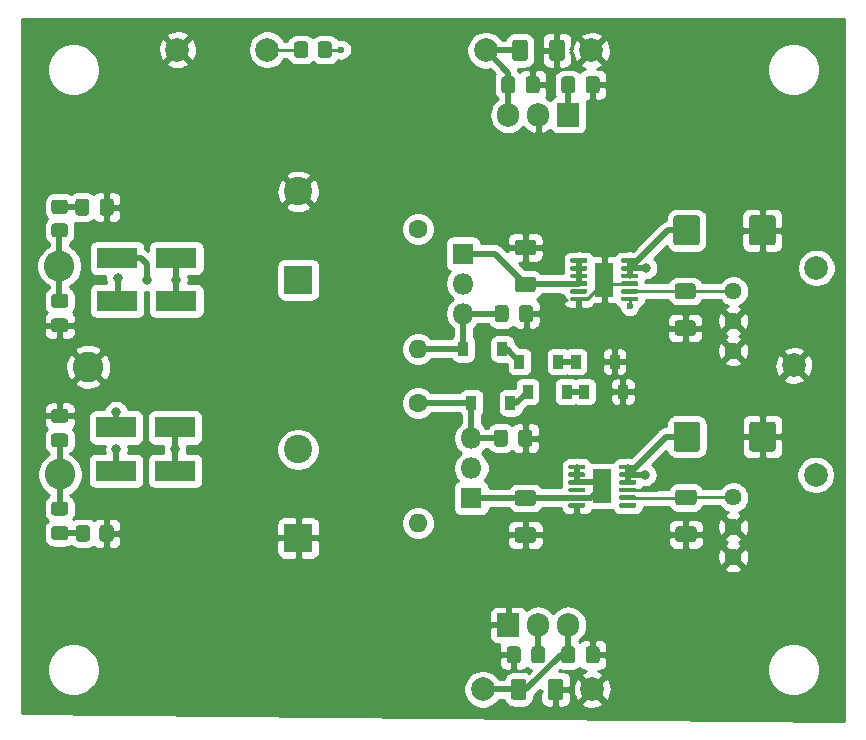
<source format=gbr>
G04 #@! TF.GenerationSoftware,KiCad,Pcbnew,(5.1.10-1-10_14)*
G04 #@! TF.CreationDate,2021-09-15T13:52:01+02:00*
G04 #@! TF.ProjectId,lv-lownoise-psu,6c762d6c-6f77-46e6-9f69-73652d707375,rev?*
G04 #@! TF.SameCoordinates,Original*
G04 #@! TF.FileFunction,Copper,L1,Top*
G04 #@! TF.FilePolarity,Positive*
%FSLAX46Y46*%
G04 Gerber Fmt 4.6, Leading zero omitted, Abs format (unit mm)*
G04 Created by KiCad (PCBNEW (5.1.10-1-10_14)) date 2021-09-15 13:52:01*
%MOMM*%
%LPD*%
G01*
G04 APERTURE LIST*
G04 #@! TA.AperFunction,ComponentPad*
%ADD10C,2.000000*%
G04 #@! TD*
G04 #@! TA.AperFunction,SMDPad,CuDef*
%ADD11R,0.900000X1.200000*%
G04 #@! TD*
G04 #@! TA.AperFunction,ComponentPad*
%ADD12O,1.600000X1.600000*%
G04 #@! TD*
G04 #@! TA.AperFunction,ComponentPad*
%ADD13C,1.600000*%
G04 #@! TD*
G04 #@! TA.AperFunction,ComponentPad*
%ADD14O,1.800000X1.800000*%
G04 #@! TD*
G04 #@! TA.AperFunction,ComponentPad*
%ADD15R,1.800000X1.800000*%
G04 #@! TD*
G04 #@! TA.AperFunction,ComponentPad*
%ADD16O,1.905000X2.000000*%
G04 #@! TD*
G04 #@! TA.AperFunction,ComponentPad*
%ADD17R,1.905000X2.000000*%
G04 #@! TD*
G04 #@! TA.AperFunction,SMDPad,CuDef*
%ADD18R,3.500000X1.800000*%
G04 #@! TD*
G04 #@! TA.AperFunction,SMDPad,CuDef*
%ADD19R,1.650000X2.850000*%
G04 #@! TD*
G04 #@! TA.AperFunction,ComponentPad*
%ADD20C,2.400000*%
G04 #@! TD*
G04 #@! TA.AperFunction,ComponentPad*
%ADD21R,2.400000X2.400000*%
G04 #@! TD*
G04 #@! TA.AperFunction,ComponentPad*
%ADD22C,1.440000*%
G04 #@! TD*
G04 #@! TA.AperFunction,ComponentPad*
%ADD23C,2.600000*%
G04 #@! TD*
G04 #@! TA.AperFunction,ViaPad*
%ADD24C,0.800000*%
G04 #@! TD*
G04 #@! TA.AperFunction,ViaPad*
%ADD25C,0.600000*%
G04 #@! TD*
G04 #@! TA.AperFunction,Conductor*
%ADD26C,0.250000*%
G04 #@! TD*
G04 #@! TA.AperFunction,Conductor*
%ADD27C,0.500000*%
G04 #@! TD*
G04 #@! TA.AperFunction,Conductor*
%ADD28C,0.254000*%
G04 #@! TD*
G04 #@! TA.AperFunction,Conductor*
%ADD29C,0.100000*%
G04 #@! TD*
G04 APERTURE END LIST*
D10*
X119761000Y-85471000D03*
X129032000Y-85471000D03*
X128968500Y-31369000D03*
X120015000Y-31369000D03*
X93916500Y-31305500D03*
X101536500Y-31305500D03*
X147955000Y-67310000D03*
X146113500Y-58039000D03*
X148018500Y-49784000D03*
D11*
X123571000Y-60261500D03*
X126871000Y-60261500D03*
X128333500Y-60261500D03*
X131633500Y-60261500D03*
X130935000Y-57721500D03*
X127635000Y-57721500D03*
X126172500Y-57721500D03*
X122872500Y-57721500D03*
G04 #@! TA.AperFunction,SMDPad,CuDef*
G36*
G01*
X123471500Y-84820998D02*
X123471500Y-86121002D01*
G75*
G02*
X123221502Y-86371000I-249998J0D01*
G01*
X122396498Y-86371000D01*
G75*
G02*
X122146500Y-86121002I0J249998D01*
G01*
X122146500Y-84820998D01*
G75*
G02*
X122396498Y-84571000I249998J0D01*
G01*
X123221502Y-84571000D01*
G75*
G02*
X123471500Y-84820998I0J-249998D01*
G01*
G37*
G04 #@! TD.AperFunction*
G04 #@! TA.AperFunction,SMDPad,CuDef*
G36*
G01*
X126596500Y-84820998D02*
X126596500Y-86121002D01*
G75*
G02*
X126346502Y-86371000I-249998J0D01*
G01*
X125521498Y-86371000D01*
G75*
G02*
X125271500Y-86121002I0J249998D01*
G01*
X125271500Y-84820998D01*
G75*
G02*
X125521498Y-84571000I249998J0D01*
G01*
X126346502Y-84571000D01*
G75*
G02*
X126596500Y-84820998I0J-249998D01*
G01*
G37*
G04 #@! TD.AperFunction*
G04 #@! TA.AperFunction,SMDPad,CuDef*
G36*
G01*
X125385000Y-32019002D02*
X125385000Y-30718998D01*
G75*
G02*
X125634998Y-30469000I249998J0D01*
G01*
X126460002Y-30469000D01*
G75*
G02*
X126710000Y-30718998I0J-249998D01*
G01*
X126710000Y-32019002D01*
G75*
G02*
X126460002Y-32269000I-249998J0D01*
G01*
X125634998Y-32269000D01*
G75*
G02*
X125385000Y-32019002I0J249998D01*
G01*
G37*
G04 #@! TD.AperFunction*
G04 #@! TA.AperFunction,SMDPad,CuDef*
G36*
G01*
X122260000Y-32019002D02*
X122260000Y-30718998D01*
G75*
G02*
X122509998Y-30469000I249998J0D01*
G01*
X123335002Y-30469000D01*
G75*
G02*
X123585000Y-30718998I0J-249998D01*
G01*
X123585000Y-32019002D01*
G75*
G02*
X123335002Y-32269000I-249998J0D01*
G01*
X122509998Y-32269000D01*
G75*
G02*
X122260000Y-32019002I0J249998D01*
G01*
G37*
G04 #@! TD.AperFunction*
G04 #@! TA.AperFunction,SMDPad,CuDef*
G36*
G01*
X123407500Y-34765000D02*
X123407500Y-33815000D01*
G75*
G02*
X123657500Y-33565000I250000J0D01*
G01*
X124332500Y-33565000D01*
G75*
G02*
X124582500Y-33815000I0J-250000D01*
G01*
X124582500Y-34765000D01*
G75*
G02*
X124332500Y-35015000I-250000J0D01*
G01*
X123657500Y-35015000D01*
G75*
G02*
X123407500Y-34765000I0J250000D01*
G01*
G37*
G04 #@! TD.AperFunction*
G04 #@! TA.AperFunction,SMDPad,CuDef*
G36*
G01*
X121332500Y-34765000D02*
X121332500Y-33815000D01*
G75*
G02*
X121582500Y-33565000I250000J0D01*
G01*
X122257500Y-33565000D01*
G75*
G02*
X122507500Y-33815000I0J-250000D01*
G01*
X122507500Y-34765000D01*
G75*
G02*
X122257500Y-35015000I-250000J0D01*
G01*
X121582500Y-35015000D01*
G75*
G02*
X121332500Y-34765000I0J250000D01*
G01*
G37*
G04 #@! TD.AperFunction*
D12*
X114300000Y-71374000D03*
D13*
X114300000Y-61214000D03*
D12*
X114300000Y-56642000D03*
D13*
X114300000Y-46482000D03*
G04 #@! TA.AperFunction,SMDPad,CuDef*
G36*
G01*
X83496999Y-46009000D02*
X84397001Y-46009000D01*
G75*
G02*
X84647000Y-46258999I0J-249999D01*
G01*
X84647000Y-46959001D01*
G75*
G02*
X84397001Y-47209000I-249999J0D01*
G01*
X83496999Y-47209000D01*
G75*
G02*
X83247000Y-46959001I0J249999D01*
G01*
X83247000Y-46258999D01*
G75*
G02*
X83496999Y-46009000I249999J0D01*
G01*
G37*
G04 #@! TD.AperFunction*
G04 #@! TA.AperFunction,SMDPad,CuDef*
G36*
G01*
X83496999Y-44009000D02*
X84397001Y-44009000D01*
G75*
G02*
X84647000Y-44258999I0J-249999D01*
G01*
X84647000Y-44959001D01*
G75*
G02*
X84397001Y-45209000I-249999J0D01*
G01*
X83496999Y-45209000D01*
G75*
G02*
X83247000Y-44959001I0J249999D01*
G01*
X83247000Y-44258999D01*
G75*
G02*
X83496999Y-44009000I249999J0D01*
G01*
G37*
G04 #@! TD.AperFunction*
G04 #@! TA.AperFunction,SMDPad,CuDef*
G36*
G01*
X87315500Y-72713001D02*
X87315500Y-71812999D01*
G75*
G02*
X87565499Y-71563000I249999J0D01*
G01*
X88265501Y-71563000D01*
G75*
G02*
X88515500Y-71812999I0J-249999D01*
G01*
X88515500Y-72713001D01*
G75*
G02*
X88265501Y-72963000I-249999J0D01*
G01*
X87565499Y-72963000D01*
G75*
G02*
X87315500Y-72713001I0J249999D01*
G01*
G37*
G04 #@! TD.AperFunction*
G04 #@! TA.AperFunction,SMDPad,CuDef*
G36*
G01*
X85315500Y-72713001D02*
X85315500Y-71812999D01*
G75*
G02*
X85565499Y-71563000I249999J0D01*
G01*
X86265501Y-71563000D01*
G75*
G02*
X86515500Y-71812999I0J-249999D01*
G01*
X86515500Y-72713001D01*
G75*
G02*
X86265501Y-72963000I-249999J0D01*
G01*
X85565499Y-72963000D01*
G75*
G02*
X85315500Y-72713001I0J249999D01*
G01*
G37*
G04 #@! TD.AperFunction*
D14*
X118808500Y-64198500D03*
X118808500Y-66738500D03*
D15*
X118808500Y-69278500D03*
D14*
X118110000Y-53657500D03*
X118110000Y-51117500D03*
D15*
X118110000Y-48577500D03*
D11*
X118808500Y-61214000D03*
X122108500Y-61214000D03*
X121410000Y-56642000D03*
X118110000Y-56642000D03*
G04 #@! TA.AperFunction,SMDPad,CuDef*
G36*
G01*
X137619502Y-69877500D02*
X136319498Y-69877500D01*
G75*
G02*
X136069500Y-69627502I0J249998D01*
G01*
X136069500Y-68802498D01*
G75*
G02*
X136319498Y-68552500I249998J0D01*
G01*
X137619502Y-68552500D01*
G75*
G02*
X137869500Y-68802498I0J-249998D01*
G01*
X137869500Y-69627502D01*
G75*
G02*
X137619502Y-69877500I-249998J0D01*
G01*
G37*
G04 #@! TD.AperFunction*
G04 #@! TA.AperFunction,SMDPad,CuDef*
G36*
G01*
X137619502Y-73002500D02*
X136319498Y-73002500D01*
G75*
G02*
X136069500Y-72752502I0J249998D01*
G01*
X136069500Y-71927498D01*
G75*
G02*
X136319498Y-71677500I249998J0D01*
G01*
X137619502Y-71677500D01*
G75*
G02*
X137869500Y-71927498I0J-249998D01*
G01*
X137869500Y-72752502D01*
G75*
G02*
X137619502Y-73002500I-249998J0D01*
G01*
G37*
G04 #@! TD.AperFunction*
G04 #@! TA.AperFunction,SMDPad,CuDef*
G36*
G01*
X136255998Y-54215000D02*
X137556002Y-54215000D01*
G75*
G02*
X137806000Y-54464998I0J-249998D01*
G01*
X137806000Y-55290002D01*
G75*
G02*
X137556002Y-55540000I-249998J0D01*
G01*
X136255998Y-55540000D01*
G75*
G02*
X136006000Y-55290002I0J249998D01*
G01*
X136006000Y-54464998D01*
G75*
G02*
X136255998Y-54215000I249998J0D01*
G01*
G37*
G04 #@! TD.AperFunction*
G04 #@! TA.AperFunction,SMDPad,CuDef*
G36*
G01*
X136255998Y-51090000D02*
X137556002Y-51090000D01*
G75*
G02*
X137806000Y-51339998I0J-249998D01*
G01*
X137806000Y-52165002D01*
G75*
G02*
X137556002Y-52415000I-249998J0D01*
G01*
X136255998Y-52415000D01*
G75*
G02*
X136006000Y-52165002I0J249998D01*
G01*
X136006000Y-51339998D01*
G75*
G02*
X136255998Y-51090000I249998J0D01*
G01*
G37*
G04 #@! TD.AperFunction*
G04 #@! TA.AperFunction,SMDPad,CuDef*
G36*
G01*
X124030502Y-69927500D02*
X122730498Y-69927500D01*
G75*
G02*
X122480500Y-69677502I0J249998D01*
G01*
X122480500Y-68852498D01*
G75*
G02*
X122730498Y-68602500I249998J0D01*
G01*
X124030502Y-68602500D01*
G75*
G02*
X124280500Y-68852498I0J-249998D01*
G01*
X124280500Y-69677502D01*
G75*
G02*
X124030502Y-69927500I-249998J0D01*
G01*
G37*
G04 #@! TD.AperFunction*
G04 #@! TA.AperFunction,SMDPad,CuDef*
G36*
G01*
X124030502Y-73052500D02*
X122730498Y-73052500D01*
G75*
G02*
X122480500Y-72802502I0J249998D01*
G01*
X122480500Y-71977498D01*
G75*
G02*
X122730498Y-71727500I249998J0D01*
G01*
X124030502Y-71727500D01*
G75*
G02*
X124280500Y-71977498I0J-249998D01*
G01*
X124280500Y-72802502D01*
G75*
G02*
X124030502Y-73052500I-249998J0D01*
G01*
G37*
G04 #@! TD.AperFunction*
G04 #@! TA.AperFunction,SMDPad,CuDef*
G36*
G01*
X124030502Y-48718500D02*
X122730498Y-48718500D01*
G75*
G02*
X122480500Y-48468502I0J249998D01*
G01*
X122480500Y-47643498D01*
G75*
G02*
X122730498Y-47393500I249998J0D01*
G01*
X124030502Y-47393500D01*
G75*
G02*
X124280500Y-47643498I0J-249998D01*
G01*
X124280500Y-48468502D01*
G75*
G02*
X124030502Y-48718500I-249998J0D01*
G01*
G37*
G04 #@! TD.AperFunction*
G04 #@! TA.AperFunction,SMDPad,CuDef*
G36*
G01*
X124030502Y-51843500D02*
X122730498Y-51843500D01*
G75*
G02*
X122480500Y-51593502I0J249998D01*
G01*
X122480500Y-50768498D01*
G75*
G02*
X122730498Y-50518500I249998J0D01*
G01*
X124030502Y-50518500D01*
G75*
G02*
X124280500Y-50768498I0J-249998D01*
G01*
X124280500Y-51593502D01*
G75*
G02*
X124030502Y-51843500I-249998J0D01*
G01*
G37*
G04 #@! TD.AperFunction*
G04 #@! TA.AperFunction,SMDPad,CuDef*
G36*
G01*
X121893000Y-63723500D02*
X121893000Y-64673500D01*
G75*
G02*
X121643000Y-64923500I-250000J0D01*
G01*
X120968000Y-64923500D01*
G75*
G02*
X120718000Y-64673500I0J250000D01*
G01*
X120718000Y-63723500D01*
G75*
G02*
X120968000Y-63473500I250000J0D01*
G01*
X121643000Y-63473500D01*
G75*
G02*
X121893000Y-63723500I0J-250000D01*
G01*
G37*
G04 #@! TD.AperFunction*
G04 #@! TA.AperFunction,SMDPad,CuDef*
G36*
G01*
X123968000Y-63723500D02*
X123968000Y-64673500D01*
G75*
G02*
X123718000Y-64923500I-250000J0D01*
G01*
X123043000Y-64923500D01*
G75*
G02*
X122793000Y-64673500I0J250000D01*
G01*
X122793000Y-63723500D01*
G75*
G02*
X123043000Y-63473500I250000J0D01*
G01*
X123718000Y-63473500D01*
G75*
G02*
X123968000Y-63723500I0J-250000D01*
G01*
G37*
G04 #@! TD.AperFunction*
G04 #@! TA.AperFunction,SMDPad,CuDef*
G36*
G01*
X122856500Y-54132500D02*
X122856500Y-53182500D01*
G75*
G02*
X123106500Y-52932500I250000J0D01*
G01*
X123781500Y-52932500D01*
G75*
G02*
X124031500Y-53182500I0J-250000D01*
G01*
X124031500Y-54132500D01*
G75*
G02*
X123781500Y-54382500I-250000J0D01*
G01*
X123106500Y-54382500D01*
G75*
G02*
X122856500Y-54132500I0J250000D01*
G01*
G37*
G04 #@! TD.AperFunction*
G04 #@! TA.AperFunction,SMDPad,CuDef*
G36*
G01*
X120781500Y-54132500D02*
X120781500Y-53182500D01*
G75*
G02*
X121031500Y-52932500I250000J0D01*
G01*
X121706500Y-52932500D01*
G75*
G02*
X121956500Y-53182500I0J-250000D01*
G01*
X121956500Y-54132500D01*
G75*
G02*
X121706500Y-54382500I-250000J0D01*
G01*
X121031500Y-54382500D01*
G75*
G02*
X120781500Y-54132500I0J250000D01*
G01*
G37*
G04 #@! TD.AperFunction*
G04 #@! TA.AperFunction,SMDPad,CuDef*
G36*
G01*
X86439500Y-44165500D02*
X86439500Y-45115500D01*
G75*
G02*
X86189500Y-45365500I-250000J0D01*
G01*
X85514500Y-45365500D01*
G75*
G02*
X85264500Y-45115500I0J250000D01*
G01*
X85264500Y-44165500D01*
G75*
G02*
X85514500Y-43915500I250000J0D01*
G01*
X86189500Y-43915500D01*
G75*
G02*
X86439500Y-44165500I0J-250000D01*
G01*
G37*
G04 #@! TD.AperFunction*
G04 #@! TA.AperFunction,SMDPad,CuDef*
G36*
G01*
X88514500Y-44165500D02*
X88514500Y-45115500D01*
G75*
G02*
X88264500Y-45365500I-250000J0D01*
G01*
X87589500Y-45365500D01*
G75*
G02*
X87339500Y-45115500I0J250000D01*
G01*
X87339500Y-44165500D01*
G75*
G02*
X87589500Y-43915500I250000J0D01*
G01*
X88264500Y-43915500D01*
G75*
G02*
X88514500Y-44165500I0J-250000D01*
G01*
G37*
G04 #@! TD.AperFunction*
G04 #@! TA.AperFunction,SMDPad,CuDef*
G36*
G01*
X83472000Y-71655000D02*
X84422000Y-71655000D01*
G75*
G02*
X84672000Y-71905000I0J-250000D01*
G01*
X84672000Y-72580000D01*
G75*
G02*
X84422000Y-72830000I-250000J0D01*
G01*
X83472000Y-72830000D01*
G75*
G02*
X83222000Y-72580000I0J250000D01*
G01*
X83222000Y-71905000D01*
G75*
G02*
X83472000Y-71655000I250000J0D01*
G01*
G37*
G04 #@! TD.AperFunction*
G04 #@! TA.AperFunction,SMDPad,CuDef*
G36*
G01*
X83472000Y-69580000D02*
X84422000Y-69580000D01*
G75*
G02*
X84672000Y-69830000I0J-250000D01*
G01*
X84672000Y-70505000D01*
G75*
G02*
X84422000Y-70755000I-250000J0D01*
G01*
X83472000Y-70755000D01*
G75*
G02*
X83222000Y-70505000I0J250000D01*
G01*
X83222000Y-69830000D01*
G75*
G02*
X83472000Y-69580000I250000J0D01*
G01*
G37*
G04 #@! TD.AperFunction*
G04 #@! TA.AperFunction,SMDPad,CuDef*
G36*
G01*
X84422000Y-53165500D02*
X83472000Y-53165500D01*
G75*
G02*
X83222000Y-52915500I0J250000D01*
G01*
X83222000Y-52240500D01*
G75*
G02*
X83472000Y-51990500I250000J0D01*
G01*
X84422000Y-51990500D01*
G75*
G02*
X84672000Y-52240500I0J-250000D01*
G01*
X84672000Y-52915500D01*
G75*
G02*
X84422000Y-53165500I-250000J0D01*
G01*
G37*
G04 #@! TD.AperFunction*
G04 #@! TA.AperFunction,SMDPad,CuDef*
G36*
G01*
X84422000Y-55240500D02*
X83472000Y-55240500D01*
G75*
G02*
X83222000Y-54990500I0J250000D01*
G01*
X83222000Y-54315500D01*
G75*
G02*
X83472000Y-54065500I250000J0D01*
G01*
X84422000Y-54065500D01*
G75*
G02*
X84672000Y-54315500I0J-250000D01*
G01*
X84672000Y-54990500D01*
G75*
G02*
X84422000Y-55240500I-250000J0D01*
G01*
G37*
G04 #@! TD.AperFunction*
G04 #@! TA.AperFunction,SMDPad,CuDef*
G36*
G01*
X84422000Y-62901500D02*
X83472000Y-62901500D01*
G75*
G02*
X83222000Y-62651500I0J250000D01*
G01*
X83222000Y-61976500D01*
G75*
G02*
X83472000Y-61726500I250000J0D01*
G01*
X84422000Y-61726500D01*
G75*
G02*
X84672000Y-61976500I0J-250000D01*
G01*
X84672000Y-62651500D01*
G75*
G02*
X84422000Y-62901500I-250000J0D01*
G01*
G37*
G04 #@! TD.AperFunction*
G04 #@! TA.AperFunction,SMDPad,CuDef*
G36*
G01*
X84422000Y-64976500D02*
X83472000Y-64976500D01*
G75*
G02*
X83222000Y-64726500I0J250000D01*
G01*
X83222000Y-64051500D01*
G75*
G02*
X83472000Y-63801500I250000J0D01*
G01*
X84422000Y-63801500D01*
G75*
G02*
X84672000Y-64051500I0J-250000D01*
G01*
X84672000Y-64726500D01*
G75*
G02*
X84422000Y-64976500I-250000J0D01*
G01*
G37*
G04 #@! TD.AperFunction*
G04 #@! TA.AperFunction,SMDPad,CuDef*
G36*
G01*
X138171500Y-63046499D02*
X138171500Y-65096501D01*
G75*
G02*
X137921501Y-65346500I-249999J0D01*
G01*
X136171499Y-65346500D01*
G75*
G02*
X135921500Y-65096501I0J249999D01*
G01*
X135921500Y-63046499D01*
G75*
G02*
X136171499Y-62796500I249999J0D01*
G01*
X137921501Y-62796500D01*
G75*
G02*
X138171500Y-63046499I0J-249999D01*
G01*
G37*
G04 #@! TD.AperFunction*
G04 #@! TA.AperFunction,SMDPad,CuDef*
G36*
G01*
X144571500Y-63046499D02*
X144571500Y-65096501D01*
G75*
G02*
X144321501Y-65346500I-249999J0D01*
G01*
X142571499Y-65346500D01*
G75*
G02*
X142321500Y-65096501I0J249999D01*
G01*
X142321500Y-63046499D01*
G75*
G02*
X142571499Y-62796500I249999J0D01*
G01*
X144321501Y-62796500D01*
G75*
G02*
X144571500Y-63046499I0J-249999D01*
G01*
G37*
G04 #@! TD.AperFunction*
G04 #@! TA.AperFunction,SMDPad,CuDef*
G36*
G01*
X142308000Y-47634001D02*
X142308000Y-45583999D01*
G75*
G02*
X142557999Y-45334000I249999J0D01*
G01*
X144308001Y-45334000D01*
G75*
G02*
X144558000Y-45583999I0J-249999D01*
G01*
X144558000Y-47634001D01*
G75*
G02*
X144308001Y-47884000I-249999J0D01*
G01*
X142557999Y-47884000D01*
G75*
G02*
X142308000Y-47634001I0J249999D01*
G01*
G37*
G04 #@! TD.AperFunction*
G04 #@! TA.AperFunction,SMDPad,CuDef*
G36*
G01*
X135908000Y-47634001D02*
X135908000Y-45583999D01*
G75*
G02*
X136157999Y-45334000I249999J0D01*
G01*
X137908001Y-45334000D01*
G75*
G02*
X138158000Y-45583999I0J-249999D01*
G01*
X138158000Y-47634001D01*
G75*
G02*
X137908001Y-47884000I-249999J0D01*
G01*
X136157999Y-47884000D01*
G75*
G02*
X135908000Y-47634001I0J249999D01*
G01*
G37*
G04 #@! TD.AperFunction*
D16*
X127000000Y-80010000D03*
X124460000Y-80010000D03*
D17*
X121920000Y-80010000D03*
D16*
X121920000Y-36830000D03*
X124460000Y-36830000D03*
D17*
X127000000Y-36830000D03*
D18*
X88827600Y-52578000D03*
X93827600Y-52578000D03*
X88827600Y-48971200D03*
X93827600Y-48971200D03*
X93726000Y-63296800D03*
X88726000Y-63296800D03*
X93726000Y-66954400D03*
X88726000Y-66954400D03*
D19*
X129886600Y-68261900D03*
G04 #@! TA.AperFunction,SMDPad,CuDef*
G36*
G01*
X131311600Y-66736900D02*
X131311600Y-66536900D01*
G75*
G02*
X131411600Y-66436900I100000J0D01*
G01*
X132661600Y-66436900D01*
G75*
G02*
X132761600Y-66536900I0J-100000D01*
G01*
X132761600Y-66736900D01*
G75*
G02*
X132661600Y-66836900I-100000J0D01*
G01*
X131411600Y-66836900D01*
G75*
G02*
X131311600Y-66736900I0J100000D01*
G01*
G37*
G04 #@! TD.AperFunction*
G04 #@! TA.AperFunction,SMDPad,CuDef*
G36*
G01*
X131311600Y-67386900D02*
X131311600Y-67186900D01*
G75*
G02*
X131411600Y-67086900I100000J0D01*
G01*
X132661600Y-67086900D01*
G75*
G02*
X132761600Y-67186900I0J-100000D01*
G01*
X132761600Y-67386900D01*
G75*
G02*
X132661600Y-67486900I-100000J0D01*
G01*
X131411600Y-67486900D01*
G75*
G02*
X131311600Y-67386900I0J100000D01*
G01*
G37*
G04 #@! TD.AperFunction*
G04 #@! TA.AperFunction,SMDPad,CuDef*
G36*
G01*
X131311600Y-68036900D02*
X131311600Y-67836900D01*
G75*
G02*
X131411600Y-67736900I100000J0D01*
G01*
X132661600Y-67736900D01*
G75*
G02*
X132761600Y-67836900I0J-100000D01*
G01*
X132761600Y-68036900D01*
G75*
G02*
X132661600Y-68136900I-100000J0D01*
G01*
X131411600Y-68136900D01*
G75*
G02*
X131311600Y-68036900I0J100000D01*
G01*
G37*
G04 #@! TD.AperFunction*
G04 #@! TA.AperFunction,SMDPad,CuDef*
G36*
G01*
X131311600Y-68686900D02*
X131311600Y-68486900D01*
G75*
G02*
X131411600Y-68386900I100000J0D01*
G01*
X132661600Y-68386900D01*
G75*
G02*
X132761600Y-68486900I0J-100000D01*
G01*
X132761600Y-68686900D01*
G75*
G02*
X132661600Y-68786900I-100000J0D01*
G01*
X131411600Y-68786900D01*
G75*
G02*
X131311600Y-68686900I0J100000D01*
G01*
G37*
G04 #@! TD.AperFunction*
G04 #@! TA.AperFunction,SMDPad,CuDef*
G36*
G01*
X131311600Y-69336900D02*
X131311600Y-69136900D01*
G75*
G02*
X131411600Y-69036900I100000J0D01*
G01*
X132661600Y-69036900D01*
G75*
G02*
X132761600Y-69136900I0J-100000D01*
G01*
X132761600Y-69336900D01*
G75*
G02*
X132661600Y-69436900I-100000J0D01*
G01*
X131411600Y-69436900D01*
G75*
G02*
X131311600Y-69336900I0J100000D01*
G01*
G37*
G04 #@! TD.AperFunction*
G04 #@! TA.AperFunction,SMDPad,CuDef*
G36*
G01*
X131311600Y-69986900D02*
X131311600Y-69786900D01*
G75*
G02*
X131411600Y-69686900I100000J0D01*
G01*
X132661600Y-69686900D01*
G75*
G02*
X132761600Y-69786900I0J-100000D01*
G01*
X132761600Y-69986900D01*
G75*
G02*
X132661600Y-70086900I-100000J0D01*
G01*
X131411600Y-70086900D01*
G75*
G02*
X131311600Y-69986900I0J100000D01*
G01*
G37*
G04 #@! TD.AperFunction*
G04 #@! TA.AperFunction,SMDPad,CuDef*
G36*
G01*
X127011600Y-69986900D02*
X127011600Y-69786900D01*
G75*
G02*
X127111600Y-69686900I100000J0D01*
G01*
X128361600Y-69686900D01*
G75*
G02*
X128461600Y-69786900I0J-100000D01*
G01*
X128461600Y-69986900D01*
G75*
G02*
X128361600Y-70086900I-100000J0D01*
G01*
X127111600Y-70086900D01*
G75*
G02*
X127011600Y-69986900I0J100000D01*
G01*
G37*
G04 #@! TD.AperFunction*
G04 #@! TA.AperFunction,SMDPad,CuDef*
G36*
G01*
X127011600Y-69336900D02*
X127011600Y-69136900D01*
G75*
G02*
X127111600Y-69036900I100000J0D01*
G01*
X128361600Y-69036900D01*
G75*
G02*
X128461600Y-69136900I0J-100000D01*
G01*
X128461600Y-69336900D01*
G75*
G02*
X128361600Y-69436900I-100000J0D01*
G01*
X127111600Y-69436900D01*
G75*
G02*
X127011600Y-69336900I0J100000D01*
G01*
G37*
G04 #@! TD.AperFunction*
G04 #@! TA.AperFunction,SMDPad,CuDef*
G36*
G01*
X127011600Y-68686900D02*
X127011600Y-68486900D01*
G75*
G02*
X127111600Y-68386900I100000J0D01*
G01*
X128361600Y-68386900D01*
G75*
G02*
X128461600Y-68486900I0J-100000D01*
G01*
X128461600Y-68686900D01*
G75*
G02*
X128361600Y-68786900I-100000J0D01*
G01*
X127111600Y-68786900D01*
G75*
G02*
X127011600Y-68686900I0J100000D01*
G01*
G37*
G04 #@! TD.AperFunction*
G04 #@! TA.AperFunction,SMDPad,CuDef*
G36*
G01*
X127011600Y-68036900D02*
X127011600Y-67836900D01*
G75*
G02*
X127111600Y-67736900I100000J0D01*
G01*
X128361600Y-67736900D01*
G75*
G02*
X128461600Y-67836900I0J-100000D01*
G01*
X128461600Y-68036900D01*
G75*
G02*
X128361600Y-68136900I-100000J0D01*
G01*
X127111600Y-68136900D01*
G75*
G02*
X127011600Y-68036900I0J100000D01*
G01*
G37*
G04 #@! TD.AperFunction*
G04 #@! TA.AperFunction,SMDPad,CuDef*
G36*
G01*
X127011600Y-67386900D02*
X127011600Y-67186900D01*
G75*
G02*
X127111600Y-67086900I100000J0D01*
G01*
X128361600Y-67086900D01*
G75*
G02*
X128461600Y-67186900I0J-100000D01*
G01*
X128461600Y-67386900D01*
G75*
G02*
X128361600Y-67486900I-100000J0D01*
G01*
X127111600Y-67486900D01*
G75*
G02*
X127011600Y-67386900I0J100000D01*
G01*
G37*
G04 #@! TD.AperFunction*
G04 #@! TA.AperFunction,SMDPad,CuDef*
G36*
G01*
X127011600Y-66736900D02*
X127011600Y-66536900D01*
G75*
G02*
X127111600Y-66436900I100000J0D01*
G01*
X128361600Y-66436900D01*
G75*
G02*
X128461600Y-66536900I0J-100000D01*
G01*
X128461600Y-66736900D01*
G75*
G02*
X128361600Y-66836900I-100000J0D01*
G01*
X127111600Y-66836900D01*
G75*
G02*
X127011600Y-66736900I0J100000D01*
G01*
G37*
G04 #@! TD.AperFunction*
D20*
X104140000Y-65151000D03*
D21*
X104140000Y-72651000D03*
D20*
X104140000Y-43300000D03*
D21*
X104140000Y-50800000D03*
G04 #@! TA.AperFunction,SMDPad,CuDef*
G36*
G01*
X105794000Y-31755501D02*
X105794000Y-30855499D01*
G75*
G02*
X106043999Y-30605500I249999J0D01*
G01*
X106744001Y-30605500D01*
G75*
G02*
X106994000Y-30855499I0J-249999D01*
G01*
X106994000Y-31755501D01*
G75*
G02*
X106744001Y-32005500I-249999J0D01*
G01*
X106043999Y-32005500D01*
G75*
G02*
X105794000Y-31755501I0J249999D01*
G01*
G37*
G04 #@! TD.AperFunction*
G04 #@! TA.AperFunction,SMDPad,CuDef*
G36*
G01*
X103794000Y-31755501D02*
X103794000Y-30855499D01*
G75*
G02*
X104043999Y-30605500I249999J0D01*
G01*
X104744001Y-30605500D01*
G75*
G02*
X104994000Y-30855499I0J-249999D01*
G01*
X104994000Y-31755501D01*
G75*
G02*
X104744001Y-32005500I-249999J0D01*
G01*
X104043999Y-32005500D01*
G75*
G02*
X103794000Y-31755501I0J249999D01*
G01*
G37*
G04 #@! TD.AperFunction*
G04 #@! TA.AperFunction,SMDPad,CuDef*
G36*
G01*
X127587500Y-82075000D02*
X127587500Y-83025000D01*
G75*
G02*
X127337500Y-83275000I-250000J0D01*
G01*
X126662500Y-83275000D01*
G75*
G02*
X126412500Y-83025000I0J250000D01*
G01*
X126412500Y-82075000D01*
G75*
G02*
X126662500Y-81825000I250000J0D01*
G01*
X127337500Y-81825000D01*
G75*
G02*
X127587500Y-82075000I0J-250000D01*
G01*
G37*
G04 #@! TD.AperFunction*
G04 #@! TA.AperFunction,SMDPad,CuDef*
G36*
G01*
X129662500Y-82075000D02*
X129662500Y-83025000D01*
G75*
G02*
X129412500Y-83275000I-250000J0D01*
G01*
X128737500Y-83275000D01*
G75*
G02*
X128487500Y-83025000I0J250000D01*
G01*
X128487500Y-82075000D01*
G75*
G02*
X128737500Y-81825000I250000J0D01*
G01*
X129412500Y-81825000D01*
G75*
G02*
X129662500Y-82075000I0J-250000D01*
G01*
G37*
G04 #@! TD.AperFunction*
G04 #@! TA.AperFunction,SMDPad,CuDef*
G36*
G01*
X123872500Y-83025000D02*
X123872500Y-82075000D01*
G75*
G02*
X124122500Y-81825000I250000J0D01*
G01*
X124797500Y-81825000D01*
G75*
G02*
X125047500Y-82075000I0J-250000D01*
G01*
X125047500Y-83025000D01*
G75*
G02*
X124797500Y-83275000I-250000J0D01*
G01*
X124122500Y-83275000D01*
G75*
G02*
X123872500Y-83025000I0J250000D01*
G01*
G37*
G04 #@! TD.AperFunction*
G04 #@! TA.AperFunction,SMDPad,CuDef*
G36*
G01*
X121797500Y-83025000D02*
X121797500Y-82075000D01*
G75*
G02*
X122047500Y-81825000I250000J0D01*
G01*
X122722500Y-81825000D01*
G75*
G02*
X122972500Y-82075000I0J-250000D01*
G01*
X122972500Y-83025000D01*
G75*
G02*
X122722500Y-83275000I-250000J0D01*
G01*
X122047500Y-83275000D01*
G75*
G02*
X121797500Y-83025000I0J250000D01*
G01*
G37*
G04 #@! TD.AperFunction*
G04 #@! TA.AperFunction,SMDPad,CuDef*
G36*
G01*
X128487500Y-34765000D02*
X128487500Y-33815000D01*
G75*
G02*
X128737500Y-33565000I250000J0D01*
G01*
X129412500Y-33565000D01*
G75*
G02*
X129662500Y-33815000I0J-250000D01*
G01*
X129662500Y-34765000D01*
G75*
G02*
X129412500Y-35015000I-250000J0D01*
G01*
X128737500Y-35015000D01*
G75*
G02*
X128487500Y-34765000I0J250000D01*
G01*
G37*
G04 #@! TD.AperFunction*
G04 #@! TA.AperFunction,SMDPad,CuDef*
G36*
G01*
X126412500Y-34765000D02*
X126412500Y-33815000D01*
G75*
G02*
X126662500Y-33565000I250000J0D01*
G01*
X127337500Y-33565000D01*
G75*
G02*
X127587500Y-33815000I0J-250000D01*
G01*
X127587500Y-34765000D01*
G75*
G02*
X127337500Y-35015000I-250000J0D01*
G01*
X126662500Y-35015000D01*
G75*
G02*
X126412500Y-34765000I0J250000D01*
G01*
G37*
G04 #@! TD.AperFunction*
D22*
X140970000Y-74295000D03*
X140970000Y-71755000D03*
X140970000Y-69215000D03*
D19*
X130064400Y-50787900D03*
G04 #@! TA.AperFunction,SMDPad,CuDef*
G36*
G01*
X131489400Y-49262900D02*
X131489400Y-49062900D01*
G75*
G02*
X131589400Y-48962900I100000J0D01*
G01*
X132839400Y-48962900D01*
G75*
G02*
X132939400Y-49062900I0J-100000D01*
G01*
X132939400Y-49262900D01*
G75*
G02*
X132839400Y-49362900I-100000J0D01*
G01*
X131589400Y-49362900D01*
G75*
G02*
X131489400Y-49262900I0J100000D01*
G01*
G37*
G04 #@! TD.AperFunction*
G04 #@! TA.AperFunction,SMDPad,CuDef*
G36*
G01*
X131489400Y-49912900D02*
X131489400Y-49712900D01*
G75*
G02*
X131589400Y-49612900I100000J0D01*
G01*
X132839400Y-49612900D01*
G75*
G02*
X132939400Y-49712900I0J-100000D01*
G01*
X132939400Y-49912900D01*
G75*
G02*
X132839400Y-50012900I-100000J0D01*
G01*
X131589400Y-50012900D01*
G75*
G02*
X131489400Y-49912900I0J100000D01*
G01*
G37*
G04 #@! TD.AperFunction*
G04 #@! TA.AperFunction,SMDPad,CuDef*
G36*
G01*
X131489400Y-50562900D02*
X131489400Y-50362900D01*
G75*
G02*
X131589400Y-50262900I100000J0D01*
G01*
X132839400Y-50262900D01*
G75*
G02*
X132939400Y-50362900I0J-100000D01*
G01*
X132939400Y-50562900D01*
G75*
G02*
X132839400Y-50662900I-100000J0D01*
G01*
X131589400Y-50662900D01*
G75*
G02*
X131489400Y-50562900I0J100000D01*
G01*
G37*
G04 #@! TD.AperFunction*
G04 #@! TA.AperFunction,SMDPad,CuDef*
G36*
G01*
X131489400Y-51212900D02*
X131489400Y-51012900D01*
G75*
G02*
X131589400Y-50912900I100000J0D01*
G01*
X132839400Y-50912900D01*
G75*
G02*
X132939400Y-51012900I0J-100000D01*
G01*
X132939400Y-51212900D01*
G75*
G02*
X132839400Y-51312900I-100000J0D01*
G01*
X131589400Y-51312900D01*
G75*
G02*
X131489400Y-51212900I0J100000D01*
G01*
G37*
G04 #@! TD.AperFunction*
G04 #@! TA.AperFunction,SMDPad,CuDef*
G36*
G01*
X131489400Y-51862900D02*
X131489400Y-51662900D01*
G75*
G02*
X131589400Y-51562900I100000J0D01*
G01*
X132839400Y-51562900D01*
G75*
G02*
X132939400Y-51662900I0J-100000D01*
G01*
X132939400Y-51862900D01*
G75*
G02*
X132839400Y-51962900I-100000J0D01*
G01*
X131589400Y-51962900D01*
G75*
G02*
X131489400Y-51862900I0J100000D01*
G01*
G37*
G04 #@! TD.AperFunction*
G04 #@! TA.AperFunction,SMDPad,CuDef*
G36*
G01*
X131489400Y-52512900D02*
X131489400Y-52312900D01*
G75*
G02*
X131589400Y-52212900I100000J0D01*
G01*
X132839400Y-52212900D01*
G75*
G02*
X132939400Y-52312900I0J-100000D01*
G01*
X132939400Y-52512900D01*
G75*
G02*
X132839400Y-52612900I-100000J0D01*
G01*
X131589400Y-52612900D01*
G75*
G02*
X131489400Y-52512900I0J100000D01*
G01*
G37*
G04 #@! TD.AperFunction*
G04 #@! TA.AperFunction,SMDPad,CuDef*
G36*
G01*
X127189400Y-52512900D02*
X127189400Y-52312900D01*
G75*
G02*
X127289400Y-52212900I100000J0D01*
G01*
X128539400Y-52212900D01*
G75*
G02*
X128639400Y-52312900I0J-100000D01*
G01*
X128639400Y-52512900D01*
G75*
G02*
X128539400Y-52612900I-100000J0D01*
G01*
X127289400Y-52612900D01*
G75*
G02*
X127189400Y-52512900I0J100000D01*
G01*
G37*
G04 #@! TD.AperFunction*
G04 #@! TA.AperFunction,SMDPad,CuDef*
G36*
G01*
X127189400Y-51862900D02*
X127189400Y-51662900D01*
G75*
G02*
X127289400Y-51562900I100000J0D01*
G01*
X128539400Y-51562900D01*
G75*
G02*
X128639400Y-51662900I0J-100000D01*
G01*
X128639400Y-51862900D01*
G75*
G02*
X128539400Y-51962900I-100000J0D01*
G01*
X127289400Y-51962900D01*
G75*
G02*
X127189400Y-51862900I0J100000D01*
G01*
G37*
G04 #@! TD.AperFunction*
G04 #@! TA.AperFunction,SMDPad,CuDef*
G36*
G01*
X127189400Y-51212900D02*
X127189400Y-51012900D01*
G75*
G02*
X127289400Y-50912900I100000J0D01*
G01*
X128539400Y-50912900D01*
G75*
G02*
X128639400Y-51012900I0J-100000D01*
G01*
X128639400Y-51212900D01*
G75*
G02*
X128539400Y-51312900I-100000J0D01*
G01*
X127289400Y-51312900D01*
G75*
G02*
X127189400Y-51212900I0J100000D01*
G01*
G37*
G04 #@! TD.AperFunction*
G04 #@! TA.AperFunction,SMDPad,CuDef*
G36*
G01*
X127189400Y-50562900D02*
X127189400Y-50362900D01*
G75*
G02*
X127289400Y-50262900I100000J0D01*
G01*
X128539400Y-50262900D01*
G75*
G02*
X128639400Y-50362900I0J-100000D01*
G01*
X128639400Y-50562900D01*
G75*
G02*
X128539400Y-50662900I-100000J0D01*
G01*
X127289400Y-50662900D01*
G75*
G02*
X127189400Y-50562900I0J100000D01*
G01*
G37*
G04 #@! TD.AperFunction*
G04 #@! TA.AperFunction,SMDPad,CuDef*
G36*
G01*
X127189400Y-49912900D02*
X127189400Y-49712900D01*
G75*
G02*
X127289400Y-49612900I100000J0D01*
G01*
X128539400Y-49612900D01*
G75*
G02*
X128639400Y-49712900I0J-100000D01*
G01*
X128639400Y-49912900D01*
G75*
G02*
X128539400Y-50012900I-100000J0D01*
G01*
X127289400Y-50012900D01*
G75*
G02*
X127189400Y-49912900I0J100000D01*
G01*
G37*
G04 #@! TD.AperFunction*
G04 #@! TA.AperFunction,SMDPad,CuDef*
G36*
G01*
X127189400Y-49262900D02*
X127189400Y-49062900D01*
G75*
G02*
X127289400Y-48962900I100000J0D01*
G01*
X128539400Y-48962900D01*
G75*
G02*
X128639400Y-49062900I0J-100000D01*
G01*
X128639400Y-49262900D01*
G75*
G02*
X128539400Y-49362900I-100000J0D01*
G01*
X127289400Y-49362900D01*
G75*
G02*
X127189400Y-49262900I0J100000D01*
G01*
G37*
G04 #@! TD.AperFunction*
D22*
X140970000Y-56832500D03*
X140970000Y-54292500D03*
X140970000Y-51752500D03*
D23*
X83921600Y-49631600D03*
X86360000Y-58166000D03*
X83972400Y-67259200D03*
D24*
X93827600Y-50800000D03*
X88849200Y-50647600D03*
X88726000Y-61997600D03*
X93726000Y-65125600D03*
D25*
X107759500Y-31305500D03*
D24*
X133604000Y-49784000D03*
X133540500Y-67310000D03*
X88747600Y-65125600D03*
X91338400Y-50800000D03*
D25*
X132207000Y-53022500D03*
X126496600Y-51112900D03*
D26*
X130064400Y-50987900D02*
X130064400Y-50787900D01*
X130389400Y-51112900D02*
X130064400Y-50787900D01*
X132214400Y-51112900D02*
X130389400Y-51112900D01*
X130064400Y-50938958D02*
X130064400Y-50787900D01*
X128590458Y-52412900D02*
X130064400Y-50938958D01*
X127914400Y-52412900D02*
X128590458Y-52412900D01*
D27*
X127711200Y-69962310D02*
X127736600Y-69936910D01*
D26*
X132080500Y-68630800D02*
X132036600Y-68586900D01*
D27*
X127711200Y-71069200D02*
X127711200Y-69962310D01*
D26*
X132036600Y-68586900D02*
X134422600Y-68586900D01*
X134422600Y-68586900D02*
X136588500Y-66421000D01*
D27*
X93827600Y-52244000D02*
X93798400Y-52273200D01*
X93827600Y-50800000D02*
X93827600Y-48971200D01*
X93827600Y-50800000D02*
X93827600Y-52578000D01*
X127000000Y-36830000D02*
X127000000Y-34290000D01*
X88726000Y-63296800D02*
X88726000Y-61997600D01*
X88849200Y-52556400D02*
X88827600Y-52578000D01*
X88849200Y-50647600D02*
X88849200Y-52556400D01*
X83921600Y-52552600D02*
X83947000Y-52578000D01*
X83921600Y-49631600D02*
X83921600Y-52552600D01*
X83921600Y-46634400D02*
X83947000Y-46609000D01*
X83921600Y-49631600D02*
X83921600Y-46634400D01*
X93726000Y-65125600D02*
X93726000Y-63296800D01*
X93726000Y-65125600D02*
X93726000Y-66954400D01*
X124460000Y-82550000D02*
X124460000Y-80010000D01*
D26*
X106394000Y-31305500D02*
X107759500Y-31305500D01*
D27*
X121920000Y-36830000D02*
X121920000Y-34290000D01*
X120015000Y-31369000D02*
X122922500Y-31369000D01*
X121920000Y-34290000D02*
X121920000Y-33274000D01*
X121920000Y-33274000D02*
X120015000Y-31369000D01*
X127000000Y-82550000D02*
X127000000Y-80010000D01*
X126392500Y-82550000D02*
X127000000Y-82550000D01*
X123471500Y-85471000D02*
X126392500Y-82550000D01*
X122809000Y-85471000D02*
X123471500Y-85471000D01*
X122809000Y-85471000D02*
X119761000Y-85471000D01*
D26*
X104394000Y-31305500D02*
X101536500Y-31305500D01*
D27*
X121369000Y-53657500D02*
X118110000Y-53657500D01*
X118110000Y-53657500D02*
X118110000Y-56642000D01*
X118110000Y-56642000D02*
X114300000Y-56642000D01*
X114300000Y-61214000D02*
X118808500Y-61214000D01*
X118808500Y-61214000D02*
X118808500Y-64198500D01*
X118808500Y-64198500D02*
X121305500Y-64198500D01*
X132214400Y-49162900D02*
X132214400Y-50462900D01*
X135418300Y-46609000D02*
X132214400Y-49812900D01*
X137033000Y-46609000D02*
X135418300Y-46609000D01*
X133575100Y-49812900D02*
X133604000Y-49784000D01*
X132214400Y-49812900D02*
X133575100Y-49812900D01*
X132038500Y-67285000D02*
X132036600Y-67286900D01*
X132036600Y-66636900D02*
X132036600Y-67936900D01*
X135252000Y-64071500D02*
X132036600Y-67286900D01*
X137046500Y-64071500D02*
X135252000Y-64071500D01*
X133517400Y-67286900D02*
X133540500Y-67310000D01*
X132036600Y-67286900D02*
X133517400Y-67286900D01*
X88747600Y-66932800D02*
X88726000Y-66954400D01*
X88747600Y-65125600D02*
X88747600Y-66932800D01*
X91338400Y-50800000D02*
X91338400Y-49479200D01*
X90830400Y-48971200D02*
X88827600Y-48971200D01*
X91338400Y-49479200D02*
X90830400Y-48971200D01*
X83972400Y-64477900D02*
X83883500Y-64389000D01*
X83972400Y-64414400D02*
X83947000Y-64389000D01*
X83972400Y-67259200D02*
X83972400Y-64414400D01*
X83947000Y-67284600D02*
X83972400Y-67259200D01*
X83947000Y-70167500D02*
X83947000Y-67284600D01*
X83967500Y-72263000D02*
X83947000Y-72242500D01*
X85915500Y-72263000D02*
X83967500Y-72263000D01*
X83978500Y-44640500D02*
X83947000Y-44609000D01*
X85852000Y-44640500D02*
X83978500Y-44640500D01*
D26*
X132214400Y-53015100D02*
X132207000Y-53022500D01*
X132214400Y-52412900D02*
X132214400Y-53015100D01*
X127826994Y-51200306D02*
X127914400Y-51112900D01*
X127909800Y-51117500D02*
X127914400Y-51112900D01*
D27*
X127913600Y-49162100D02*
X127914400Y-49162900D01*
X127914400Y-49162900D02*
X127914400Y-51112900D01*
X123448600Y-51112900D02*
X123380500Y-51181000D01*
X120777000Y-48577500D02*
X123380500Y-51181000D01*
X118110000Y-48577500D02*
X120777000Y-48577500D01*
X127914400Y-51112900D02*
X126496600Y-51112900D01*
X126496600Y-51112900D02*
X123448600Y-51112900D01*
X127736600Y-66636900D02*
X127736600Y-67936900D01*
X129561590Y-67936890D02*
X127736600Y-67936890D01*
X129886600Y-68261900D02*
X129561590Y-67936890D01*
X128911600Y-69236900D02*
X129886600Y-68261900D01*
X127736600Y-69236900D02*
X128911600Y-69236900D01*
X123408600Y-69236900D02*
X123380500Y-69265000D01*
X127736600Y-69236900D02*
X123408600Y-69236900D01*
X118822000Y-69265000D02*
X118808500Y-69278500D01*
X123380500Y-69265000D02*
X118822000Y-69265000D01*
D26*
X132229400Y-51777900D02*
X132214400Y-51762900D01*
X136895600Y-51762900D02*
X136906000Y-51752500D01*
X132214400Y-51762900D02*
X136895600Y-51762900D01*
X136906000Y-51752500D02*
X140970000Y-51752500D01*
X136947600Y-69236900D02*
X136969500Y-69215000D01*
X132036600Y-69236900D02*
X136947600Y-69236900D01*
X136969500Y-69215000D02*
X140970000Y-69215000D01*
D27*
X121793000Y-56642000D02*
X122872500Y-57721500D01*
X121410000Y-56642000D02*
X121793000Y-56642000D01*
X122618500Y-61214000D02*
X123571000Y-60261500D01*
X122108500Y-61214000D02*
X122618500Y-61214000D01*
X126172500Y-57721500D02*
X127635000Y-57721500D01*
X126871000Y-60261500D02*
X128333500Y-60261500D01*
D28*
X150368000Y-88136840D02*
X80772000Y-87504149D01*
X80772000Y-83599872D01*
X82855000Y-83599872D01*
X82855000Y-84040128D01*
X82940890Y-84471925D01*
X83109369Y-84878669D01*
X83353962Y-85244729D01*
X83665271Y-85556038D01*
X84031331Y-85800631D01*
X84438075Y-85969110D01*
X84869872Y-86055000D01*
X85310128Y-86055000D01*
X85741925Y-85969110D01*
X86148669Y-85800631D01*
X86514729Y-85556038D01*
X86760800Y-85309967D01*
X118126000Y-85309967D01*
X118126000Y-85632033D01*
X118188832Y-85947912D01*
X118312082Y-86245463D01*
X118491013Y-86513252D01*
X118718748Y-86740987D01*
X118986537Y-86919918D01*
X119284088Y-87043168D01*
X119599967Y-87106000D01*
X119922033Y-87106000D01*
X120237912Y-87043168D01*
X120535463Y-86919918D01*
X120803252Y-86740987D01*
X121030987Y-86513252D01*
X121136059Y-86356000D01*
X121544222Y-86356000D01*
X121576028Y-86460852D01*
X121658095Y-86614387D01*
X121768538Y-86748962D01*
X121903113Y-86859405D01*
X122056648Y-86941472D01*
X122223244Y-86992008D01*
X122396498Y-87009072D01*
X123221502Y-87009072D01*
X123394756Y-86992008D01*
X123561352Y-86941472D01*
X123714887Y-86859405D01*
X123849462Y-86748962D01*
X123959905Y-86614387D01*
X124041972Y-86460852D01*
X124092508Y-86294256D01*
X124109572Y-86121002D01*
X124109572Y-86088540D01*
X124128034Y-86066044D01*
X124636500Y-85557578D01*
X124636500Y-85598002D01*
X124795248Y-85598002D01*
X124636500Y-85756750D01*
X124633428Y-86371000D01*
X124645688Y-86495482D01*
X124681998Y-86615180D01*
X124740963Y-86725494D01*
X124820315Y-86822185D01*
X124917006Y-86901537D01*
X125027320Y-86960502D01*
X125147018Y-86996812D01*
X125271500Y-87009072D01*
X125648250Y-87006000D01*
X125807000Y-86847250D01*
X125807000Y-85598000D01*
X126061000Y-85598000D01*
X126061000Y-86847250D01*
X126219750Y-87006000D01*
X126596500Y-87009072D01*
X126720982Y-86996812D01*
X126840680Y-86960502D01*
X126950994Y-86901537D01*
X127047685Y-86822185D01*
X127127037Y-86725494D01*
X127186002Y-86615180D01*
X127188661Y-86606413D01*
X128076192Y-86606413D01*
X128171956Y-86870814D01*
X128461571Y-87011704D01*
X128773108Y-87093384D01*
X129094595Y-87112718D01*
X129413675Y-87068961D01*
X129718088Y-86963795D01*
X129892044Y-86870814D01*
X129987808Y-86606413D01*
X129032000Y-85650605D01*
X128076192Y-86606413D01*
X127188661Y-86606413D01*
X127222312Y-86495482D01*
X127234572Y-86371000D01*
X127231500Y-85756750D01*
X127072750Y-85598000D01*
X126061000Y-85598000D01*
X125807000Y-85598000D01*
X125787000Y-85598000D01*
X125787000Y-85533595D01*
X127390282Y-85533595D01*
X127434039Y-85852675D01*
X127539205Y-86157088D01*
X127632186Y-86331044D01*
X127896587Y-86426808D01*
X128852395Y-85471000D01*
X129211605Y-85471000D01*
X130167413Y-86426808D01*
X130431814Y-86331044D01*
X130572704Y-86041429D01*
X130654384Y-85729892D01*
X130673718Y-85408405D01*
X130629961Y-85089325D01*
X130524795Y-84784912D01*
X130431814Y-84610956D01*
X130167413Y-84515192D01*
X129211605Y-85471000D01*
X128852395Y-85471000D01*
X127896587Y-84515192D01*
X127632186Y-84610956D01*
X127491296Y-84900571D01*
X127409616Y-85212108D01*
X127390282Y-85533595D01*
X125787000Y-85533595D01*
X125787000Y-85344000D01*
X125807000Y-85344000D01*
X125807000Y-85324000D01*
X126061000Y-85324000D01*
X126061000Y-85344000D01*
X127072750Y-85344000D01*
X127231500Y-85185250D01*
X127234572Y-84571000D01*
X127222312Y-84446518D01*
X127186002Y-84326820D01*
X127127037Y-84216506D01*
X127047685Y-84119815D01*
X126950994Y-84040463D01*
X126840680Y-83981498D01*
X126720982Y-83945188D01*
X126596500Y-83932928D01*
X126258394Y-83935685D01*
X126342566Y-83851513D01*
X126489246Y-83896008D01*
X126662500Y-83913072D01*
X127337500Y-83913072D01*
X127510754Y-83896008D01*
X127677350Y-83845472D01*
X127830886Y-83763405D01*
X127965462Y-83652962D01*
X127970842Y-83646406D01*
X128036315Y-83726185D01*
X128133006Y-83805537D01*
X128243320Y-83864502D01*
X128363018Y-83900812D01*
X128487500Y-83913072D01*
X128535871Y-83912580D01*
X128345912Y-83978205D01*
X128171956Y-84071186D01*
X128076192Y-84335587D01*
X129032000Y-85291395D01*
X129987808Y-84335587D01*
X129892044Y-84071186D01*
X129602429Y-83930296D01*
X129531654Y-83911740D01*
X129662500Y-83913072D01*
X129786982Y-83900812D01*
X129906680Y-83864502D01*
X130016994Y-83805537D01*
X130113685Y-83726185D01*
X130193037Y-83629494D01*
X130208870Y-83599872D01*
X143815000Y-83599872D01*
X143815000Y-84040128D01*
X143900890Y-84471925D01*
X144069369Y-84878669D01*
X144313962Y-85244729D01*
X144625271Y-85556038D01*
X144991331Y-85800631D01*
X145398075Y-85969110D01*
X145829872Y-86055000D01*
X146270128Y-86055000D01*
X146701925Y-85969110D01*
X147108669Y-85800631D01*
X147474729Y-85556038D01*
X147786038Y-85244729D01*
X148030631Y-84878669D01*
X148199110Y-84471925D01*
X148285000Y-84040128D01*
X148285000Y-83599872D01*
X148199110Y-83168075D01*
X148030631Y-82761331D01*
X147786038Y-82395271D01*
X147474729Y-82083962D01*
X147108669Y-81839369D01*
X146701925Y-81670890D01*
X146270128Y-81585000D01*
X145829872Y-81585000D01*
X145398075Y-81670890D01*
X144991331Y-81839369D01*
X144625271Y-82083962D01*
X144313962Y-82395271D01*
X144069369Y-82761331D01*
X143900890Y-83168075D01*
X143815000Y-83599872D01*
X130208870Y-83599872D01*
X130252002Y-83519180D01*
X130288312Y-83399482D01*
X130300572Y-83275000D01*
X130297500Y-82835750D01*
X130138750Y-82677000D01*
X129202000Y-82677000D01*
X129202000Y-82697000D01*
X128948000Y-82697000D01*
X128948000Y-82677000D01*
X128928000Y-82677000D01*
X128928000Y-82423000D01*
X128948000Y-82423000D01*
X128948000Y-81348750D01*
X129202000Y-81348750D01*
X129202000Y-82423000D01*
X130138750Y-82423000D01*
X130297500Y-82264250D01*
X130300572Y-81825000D01*
X130288312Y-81700518D01*
X130252002Y-81580820D01*
X130193037Y-81470506D01*
X130113685Y-81373815D01*
X130016994Y-81294463D01*
X129906680Y-81235498D01*
X129786982Y-81199188D01*
X129662500Y-81186928D01*
X129360750Y-81190000D01*
X129202000Y-81348750D01*
X128948000Y-81348750D01*
X128789250Y-81190000D01*
X128487500Y-81186928D01*
X128363018Y-81199188D01*
X128243320Y-81235498D01*
X128133006Y-81294463D01*
X128036315Y-81373815D01*
X127970842Y-81453594D01*
X127965462Y-81447038D01*
X127887348Y-81382932D01*
X128127963Y-81185463D01*
X128326345Y-80943734D01*
X128473755Y-80667948D01*
X128564530Y-80368703D01*
X128587500Y-80135485D01*
X128587500Y-79884514D01*
X128564530Y-79651296D01*
X128473755Y-79352051D01*
X128326345Y-79076265D01*
X128127963Y-78834537D01*
X127886234Y-78636155D01*
X127610448Y-78488745D01*
X127311203Y-78397970D01*
X127000000Y-78367319D01*
X126688796Y-78397970D01*
X126389551Y-78488745D01*
X126113765Y-78636155D01*
X125872037Y-78834537D01*
X125730000Y-79007609D01*
X125587963Y-78834537D01*
X125346234Y-78636155D01*
X125070448Y-78488745D01*
X124771203Y-78397970D01*
X124460000Y-78367319D01*
X124148796Y-78397970D01*
X123849551Y-78488745D01*
X123573765Y-78636155D01*
X123447905Y-78739446D01*
X123403037Y-78655506D01*
X123323685Y-78558815D01*
X123226994Y-78479463D01*
X123116680Y-78420498D01*
X122996982Y-78384188D01*
X122872500Y-78371928D01*
X122205750Y-78375000D01*
X122047000Y-78533750D01*
X122047000Y-79883000D01*
X122067000Y-79883000D01*
X122067000Y-80137000D01*
X122047000Y-80137000D01*
X122047000Y-80157000D01*
X121793000Y-80157000D01*
X121793000Y-80137000D01*
X120491250Y-80137000D01*
X120332500Y-80295750D01*
X120329428Y-81010000D01*
X120341688Y-81134482D01*
X120377998Y-81254180D01*
X120436963Y-81364494D01*
X120516315Y-81461185D01*
X120613006Y-81540537D01*
X120723320Y-81599502D01*
X120843018Y-81635812D01*
X120967500Y-81648072D01*
X121187905Y-81647056D01*
X121171688Y-81700518D01*
X121159428Y-81825000D01*
X121162500Y-82264250D01*
X121321250Y-82423000D01*
X122258000Y-82423000D01*
X122258000Y-82403000D01*
X122512000Y-82403000D01*
X122512000Y-82423000D01*
X122532000Y-82423000D01*
X122532000Y-82677000D01*
X122512000Y-82677000D01*
X122512000Y-83751250D01*
X122670750Y-83910000D01*
X122972500Y-83913072D01*
X123096982Y-83900812D01*
X123216680Y-83864502D01*
X123326994Y-83805537D01*
X123423685Y-83726185D01*
X123489158Y-83646406D01*
X123494538Y-83652962D01*
X123629114Y-83763405D01*
X123782650Y-83845472D01*
X123830833Y-83860088D01*
X123645445Y-84045477D01*
X123561352Y-84000528D01*
X123394756Y-83949992D01*
X123221502Y-83932928D01*
X122396498Y-83932928D01*
X122223244Y-83949992D01*
X122056648Y-84000528D01*
X121903113Y-84082595D01*
X121768538Y-84193038D01*
X121658095Y-84327613D01*
X121576028Y-84481148D01*
X121544222Y-84586000D01*
X121136059Y-84586000D01*
X121030987Y-84428748D01*
X120803252Y-84201013D01*
X120535463Y-84022082D01*
X120237912Y-83898832D01*
X119922033Y-83836000D01*
X119599967Y-83836000D01*
X119284088Y-83898832D01*
X118986537Y-84022082D01*
X118718748Y-84201013D01*
X118491013Y-84428748D01*
X118312082Y-84696537D01*
X118188832Y-84994088D01*
X118126000Y-85309967D01*
X86760800Y-85309967D01*
X86826038Y-85244729D01*
X87070631Y-84878669D01*
X87239110Y-84471925D01*
X87325000Y-84040128D01*
X87325000Y-83599872D01*
X87260379Y-83275000D01*
X121159428Y-83275000D01*
X121171688Y-83399482D01*
X121207998Y-83519180D01*
X121266963Y-83629494D01*
X121346315Y-83726185D01*
X121443006Y-83805537D01*
X121553320Y-83864502D01*
X121673018Y-83900812D01*
X121797500Y-83913072D01*
X122099250Y-83910000D01*
X122258000Y-83751250D01*
X122258000Y-82677000D01*
X121321250Y-82677000D01*
X121162500Y-82835750D01*
X121159428Y-83275000D01*
X87260379Y-83275000D01*
X87239110Y-83168075D01*
X87070631Y-82761331D01*
X86826038Y-82395271D01*
X86514729Y-82083962D01*
X86148669Y-81839369D01*
X85741925Y-81670890D01*
X85310128Y-81585000D01*
X84869872Y-81585000D01*
X84438075Y-81670890D01*
X84031331Y-81839369D01*
X83665271Y-82083962D01*
X83353962Y-82395271D01*
X83109369Y-82761331D01*
X82940890Y-83168075D01*
X82855000Y-83599872D01*
X80772000Y-83599872D01*
X80772000Y-79010000D01*
X120329428Y-79010000D01*
X120332500Y-79724250D01*
X120491250Y-79883000D01*
X121793000Y-79883000D01*
X121793000Y-78533750D01*
X121634250Y-78375000D01*
X120967500Y-78371928D01*
X120843018Y-78384188D01*
X120723320Y-78420498D01*
X120613006Y-78479463D01*
X120516315Y-78558815D01*
X120436963Y-78655506D01*
X120377998Y-78765820D01*
X120341688Y-78885518D01*
X120329428Y-79010000D01*
X80772000Y-79010000D01*
X80772000Y-75230560D01*
X140214045Y-75230560D01*
X140275932Y-75466368D01*
X140517790Y-75579266D01*
X140777027Y-75642811D01*
X141043680Y-75654561D01*
X141307501Y-75614063D01*
X141558353Y-75522875D01*
X141664068Y-75466368D01*
X141725955Y-75230560D01*
X140970000Y-74474605D01*
X140214045Y-75230560D01*
X80772000Y-75230560D01*
X80772000Y-73851000D01*
X102301928Y-73851000D01*
X102314188Y-73975482D01*
X102350498Y-74095180D01*
X102409463Y-74205494D01*
X102488815Y-74302185D01*
X102585506Y-74381537D01*
X102695820Y-74440502D01*
X102815518Y-74476812D01*
X102940000Y-74489072D01*
X103854250Y-74486000D01*
X104013000Y-74327250D01*
X104013000Y-72778000D01*
X104267000Y-72778000D01*
X104267000Y-74327250D01*
X104425750Y-74486000D01*
X105340000Y-74489072D01*
X105464482Y-74476812D01*
X105584180Y-74440502D01*
X105694494Y-74381537D01*
X105710160Y-74368680D01*
X139610439Y-74368680D01*
X139650937Y-74632501D01*
X139742125Y-74883353D01*
X139798632Y-74989068D01*
X140034440Y-75050955D01*
X140790395Y-74295000D01*
X141149605Y-74295000D01*
X141905560Y-75050955D01*
X142141368Y-74989068D01*
X142254266Y-74747210D01*
X142317811Y-74487973D01*
X142329561Y-74221320D01*
X142289063Y-73957499D01*
X142197875Y-73706647D01*
X142141368Y-73600932D01*
X141905560Y-73539045D01*
X141149605Y-74295000D01*
X140790395Y-74295000D01*
X140034440Y-73539045D01*
X139798632Y-73600932D01*
X139685734Y-73842790D01*
X139622189Y-74102027D01*
X139610439Y-74368680D01*
X105710160Y-74368680D01*
X105791185Y-74302185D01*
X105870537Y-74205494D01*
X105929502Y-74095180D01*
X105965812Y-73975482D01*
X105978072Y-73851000D01*
X105975389Y-73052500D01*
X121842428Y-73052500D01*
X121854688Y-73176982D01*
X121890998Y-73296680D01*
X121949963Y-73406994D01*
X122029315Y-73503685D01*
X122126006Y-73583037D01*
X122236320Y-73642002D01*
X122356018Y-73678312D01*
X122480500Y-73690572D01*
X123094750Y-73687500D01*
X123253500Y-73528750D01*
X123253500Y-72517000D01*
X123507500Y-72517000D01*
X123507500Y-73528750D01*
X123666250Y-73687500D01*
X124280500Y-73690572D01*
X124404982Y-73678312D01*
X124524680Y-73642002D01*
X124634994Y-73583037D01*
X124731685Y-73503685D01*
X124811037Y-73406994D01*
X124870002Y-73296680D01*
X124906312Y-73176982D01*
X124918572Y-73052500D01*
X124918165Y-73002500D01*
X135431428Y-73002500D01*
X135443688Y-73126982D01*
X135479998Y-73246680D01*
X135538963Y-73356994D01*
X135618315Y-73453685D01*
X135715006Y-73533037D01*
X135825320Y-73592002D01*
X135945018Y-73628312D01*
X136069500Y-73640572D01*
X136683750Y-73637500D01*
X136842500Y-73478750D01*
X136842500Y-72467000D01*
X137096500Y-72467000D01*
X137096500Y-73478750D01*
X137255250Y-73637500D01*
X137869500Y-73640572D01*
X137993982Y-73628312D01*
X138113680Y-73592002D01*
X138223994Y-73533037D01*
X138320685Y-73453685D01*
X138400037Y-73356994D01*
X138459002Y-73246680D01*
X138495312Y-73126982D01*
X138507572Y-73002500D01*
X138505029Y-72690560D01*
X140214045Y-72690560D01*
X140275932Y-72926368D01*
X140491738Y-73027105D01*
X140381647Y-73067125D01*
X140275932Y-73123632D01*
X140214045Y-73359440D01*
X140970000Y-74115395D01*
X141725955Y-73359440D01*
X141664068Y-73123632D01*
X141448262Y-73022895D01*
X141558353Y-72982875D01*
X141664068Y-72926368D01*
X141725955Y-72690560D01*
X140970000Y-71934605D01*
X140214045Y-72690560D01*
X138505029Y-72690560D01*
X138504500Y-72625750D01*
X138345750Y-72467000D01*
X137096500Y-72467000D01*
X136842500Y-72467000D01*
X135593250Y-72467000D01*
X135434500Y-72625750D01*
X135431428Y-73002500D01*
X124918165Y-73002500D01*
X124915500Y-72675750D01*
X124756750Y-72517000D01*
X123507500Y-72517000D01*
X123253500Y-72517000D01*
X122004250Y-72517000D01*
X121845500Y-72675750D01*
X121842428Y-73052500D01*
X105975389Y-73052500D01*
X105975000Y-72936750D01*
X105816250Y-72778000D01*
X104267000Y-72778000D01*
X104013000Y-72778000D01*
X102463750Y-72778000D01*
X102305000Y-72936750D01*
X102301928Y-73851000D01*
X80772000Y-73851000D01*
X80772000Y-67068619D01*
X82037400Y-67068619D01*
X82037400Y-67449781D01*
X82111761Y-67823619D01*
X82257625Y-68175766D01*
X82469387Y-68492691D01*
X82738909Y-68762213D01*
X83055834Y-68973975D01*
X83062000Y-68976529D01*
X83062000Y-69047024D01*
X82978614Y-69091595D01*
X82844038Y-69202038D01*
X82733595Y-69336614D01*
X82651528Y-69490150D01*
X82600992Y-69656746D01*
X82583928Y-69830000D01*
X82583928Y-70505000D01*
X82600992Y-70678254D01*
X82651528Y-70844850D01*
X82733595Y-70998386D01*
X82844038Y-71132962D01*
X82931817Y-71205000D01*
X82844038Y-71277038D01*
X82733595Y-71411614D01*
X82651528Y-71565150D01*
X82600992Y-71731746D01*
X82583928Y-71905000D01*
X82583928Y-72580000D01*
X82600992Y-72753254D01*
X82651528Y-72919850D01*
X82733595Y-73073386D01*
X82844038Y-73207962D01*
X82978614Y-73318405D01*
X83132150Y-73400472D01*
X83298746Y-73451008D01*
X83472000Y-73468072D01*
X84422000Y-73468072D01*
X84595254Y-73451008D01*
X84761850Y-73400472D01*
X84915386Y-73318405D01*
X84917561Y-73316620D01*
X84937538Y-73340962D01*
X85072113Y-73451405D01*
X85225649Y-73533472D01*
X85392245Y-73584008D01*
X85565499Y-73601072D01*
X86265501Y-73601072D01*
X86438755Y-73584008D01*
X86605351Y-73533472D01*
X86758887Y-73451405D01*
X86840137Y-73384724D01*
X86864315Y-73414185D01*
X86961006Y-73493537D01*
X87071320Y-73552502D01*
X87191018Y-73588812D01*
X87315500Y-73601072D01*
X87629750Y-73598000D01*
X87788500Y-73439250D01*
X87788500Y-72390000D01*
X88042500Y-72390000D01*
X88042500Y-73439250D01*
X88201250Y-73598000D01*
X88515500Y-73601072D01*
X88639982Y-73588812D01*
X88759680Y-73552502D01*
X88869994Y-73493537D01*
X88966685Y-73414185D01*
X89046037Y-73317494D01*
X89105002Y-73207180D01*
X89141312Y-73087482D01*
X89153572Y-72963000D01*
X89150500Y-72548750D01*
X88991750Y-72390000D01*
X88042500Y-72390000D01*
X87788500Y-72390000D01*
X87768500Y-72390000D01*
X87768500Y-72136000D01*
X87788500Y-72136000D01*
X87788500Y-71086750D01*
X88042500Y-71086750D01*
X88042500Y-72136000D01*
X88991750Y-72136000D01*
X89150500Y-71977250D01*
X89153572Y-71563000D01*
X89142542Y-71451000D01*
X102301928Y-71451000D01*
X102305000Y-72365250D01*
X102463750Y-72524000D01*
X104013000Y-72524000D01*
X104013000Y-70974750D01*
X104267000Y-70974750D01*
X104267000Y-72524000D01*
X105816250Y-72524000D01*
X105975000Y-72365250D01*
X105978072Y-71451000D01*
X105965812Y-71326518D01*
X105937342Y-71232665D01*
X112865000Y-71232665D01*
X112865000Y-71515335D01*
X112920147Y-71792574D01*
X113028320Y-72053727D01*
X113185363Y-72288759D01*
X113385241Y-72488637D01*
X113620273Y-72645680D01*
X113881426Y-72753853D01*
X114158665Y-72809000D01*
X114441335Y-72809000D01*
X114718574Y-72753853D01*
X114979727Y-72645680D01*
X115214759Y-72488637D01*
X115414637Y-72288759D01*
X115571680Y-72053727D01*
X115679853Y-71792574D01*
X115692797Y-71727500D01*
X121842428Y-71727500D01*
X121845500Y-72104250D01*
X122004250Y-72263000D01*
X123253500Y-72263000D01*
X123253500Y-71251250D01*
X123507500Y-71251250D01*
X123507500Y-72263000D01*
X124756750Y-72263000D01*
X124915500Y-72104250D01*
X124918572Y-71727500D01*
X124913648Y-71677500D01*
X135431428Y-71677500D01*
X135434500Y-72054250D01*
X135593250Y-72213000D01*
X136842500Y-72213000D01*
X136842500Y-71201250D01*
X137096500Y-71201250D01*
X137096500Y-72213000D01*
X138345750Y-72213000D01*
X138504500Y-72054250D01*
X138506339Y-71828680D01*
X139610439Y-71828680D01*
X139650937Y-72092501D01*
X139742125Y-72343353D01*
X139798632Y-72449068D01*
X140034440Y-72510955D01*
X140790395Y-71755000D01*
X141149605Y-71755000D01*
X141905560Y-72510955D01*
X142141368Y-72449068D01*
X142254266Y-72207210D01*
X142317811Y-71947973D01*
X142329561Y-71681320D01*
X142289063Y-71417499D01*
X142197875Y-71166647D01*
X142141368Y-71060932D01*
X141905560Y-70999045D01*
X141149605Y-71755000D01*
X140790395Y-71755000D01*
X140034440Y-70999045D01*
X139798632Y-71060932D01*
X139685734Y-71302790D01*
X139622189Y-71562027D01*
X139610439Y-71828680D01*
X138506339Y-71828680D01*
X138507572Y-71677500D01*
X138495312Y-71553018D01*
X138459002Y-71433320D01*
X138400037Y-71323006D01*
X138320685Y-71226315D01*
X138223994Y-71146963D01*
X138113680Y-71087998D01*
X137993982Y-71051688D01*
X137869500Y-71039428D01*
X137255250Y-71042500D01*
X137096500Y-71201250D01*
X136842500Y-71201250D01*
X136683750Y-71042500D01*
X136069500Y-71039428D01*
X135945018Y-71051688D01*
X135825320Y-71087998D01*
X135715006Y-71146963D01*
X135618315Y-71226315D01*
X135538963Y-71323006D01*
X135479998Y-71433320D01*
X135443688Y-71553018D01*
X135431428Y-71677500D01*
X124913648Y-71677500D01*
X124906312Y-71603018D01*
X124870002Y-71483320D01*
X124811037Y-71373006D01*
X124731685Y-71276315D01*
X124634994Y-71196963D01*
X124524680Y-71137998D01*
X124404982Y-71101688D01*
X124280500Y-71089428D01*
X123666250Y-71092500D01*
X123507500Y-71251250D01*
X123253500Y-71251250D01*
X123094750Y-71092500D01*
X122480500Y-71089428D01*
X122356018Y-71101688D01*
X122236320Y-71137998D01*
X122126006Y-71196963D01*
X122029315Y-71276315D01*
X121949963Y-71373006D01*
X121890998Y-71483320D01*
X121854688Y-71603018D01*
X121842428Y-71727500D01*
X115692797Y-71727500D01*
X115735000Y-71515335D01*
X115735000Y-71232665D01*
X115679853Y-70955426D01*
X115571680Y-70694273D01*
X115414637Y-70459241D01*
X115214759Y-70259363D01*
X114979727Y-70102320D01*
X114718574Y-69994147D01*
X114441335Y-69939000D01*
X114158665Y-69939000D01*
X113881426Y-69994147D01*
X113620273Y-70102320D01*
X113385241Y-70259363D01*
X113185363Y-70459241D01*
X113028320Y-70694273D01*
X112920147Y-70955426D01*
X112865000Y-71232665D01*
X105937342Y-71232665D01*
X105929502Y-71206820D01*
X105870537Y-71096506D01*
X105791185Y-70999815D01*
X105694494Y-70920463D01*
X105584180Y-70861498D01*
X105464482Y-70825188D01*
X105340000Y-70812928D01*
X104425750Y-70816000D01*
X104267000Y-70974750D01*
X104013000Y-70974750D01*
X103854250Y-70816000D01*
X102940000Y-70812928D01*
X102815518Y-70825188D01*
X102695820Y-70861498D01*
X102585506Y-70920463D01*
X102488815Y-70999815D01*
X102409463Y-71096506D01*
X102350498Y-71206820D01*
X102314188Y-71326518D01*
X102301928Y-71451000D01*
X89142542Y-71451000D01*
X89141312Y-71438518D01*
X89105002Y-71318820D01*
X89046037Y-71208506D01*
X88966685Y-71111815D01*
X88869994Y-71032463D01*
X88759680Y-70973498D01*
X88639982Y-70937188D01*
X88515500Y-70924928D01*
X88201250Y-70928000D01*
X88042500Y-71086750D01*
X87788500Y-71086750D01*
X87629750Y-70928000D01*
X87315500Y-70924928D01*
X87191018Y-70937188D01*
X87071320Y-70973498D01*
X86961006Y-71032463D01*
X86864315Y-71111815D01*
X86840137Y-71141276D01*
X86758887Y-71074595D01*
X86605351Y-70992528D01*
X86438755Y-70941992D01*
X86265501Y-70924928D01*
X85565499Y-70924928D01*
X85392245Y-70941992D01*
X85225649Y-70992528D01*
X85117984Y-71050076D01*
X85160405Y-70998386D01*
X85242472Y-70844850D01*
X85293008Y-70678254D01*
X85310072Y-70505000D01*
X85310072Y-69830000D01*
X85293008Y-69656746D01*
X85242472Y-69490150D01*
X85160405Y-69336614D01*
X85049962Y-69202038D01*
X84915386Y-69091595D01*
X84832000Y-69047024D01*
X84832000Y-68997571D01*
X84888966Y-68973975D01*
X85205891Y-68762213D01*
X85475413Y-68492691D01*
X85687175Y-68175766D01*
X85833039Y-67823619D01*
X85907400Y-67449781D01*
X85907400Y-67068619D01*
X85833039Y-66694781D01*
X85687175Y-66342634D01*
X85475413Y-66025709D01*
X85205891Y-65756187D01*
X84888966Y-65544425D01*
X84857400Y-65531350D01*
X84857400Y-65495899D01*
X84915386Y-65464905D01*
X85049962Y-65354462D01*
X85160405Y-65219886D01*
X85242472Y-65066350D01*
X85293008Y-64899754D01*
X85310072Y-64726500D01*
X85310072Y-64051500D01*
X85293008Y-63878246D01*
X85242472Y-63711650D01*
X85160405Y-63558114D01*
X85049962Y-63423538D01*
X85043406Y-63418158D01*
X85123185Y-63352685D01*
X85202537Y-63255994D01*
X85261502Y-63145680D01*
X85297812Y-63025982D01*
X85310072Y-62901500D01*
X85307000Y-62599750D01*
X85148250Y-62441000D01*
X84074000Y-62441000D01*
X84074000Y-62461000D01*
X83820000Y-62461000D01*
X83820000Y-62441000D01*
X82745750Y-62441000D01*
X82587000Y-62599750D01*
X82583928Y-62901500D01*
X82596188Y-63025982D01*
X82632498Y-63145680D01*
X82691463Y-63255994D01*
X82770815Y-63352685D01*
X82850594Y-63418158D01*
X82844038Y-63423538D01*
X82733595Y-63558114D01*
X82651528Y-63711650D01*
X82600992Y-63878246D01*
X82583928Y-64051500D01*
X82583928Y-64726500D01*
X82600992Y-64899754D01*
X82651528Y-65066350D01*
X82733595Y-65219886D01*
X82844038Y-65354462D01*
X82978614Y-65464905D01*
X83087401Y-65523053D01*
X83087401Y-65531350D01*
X83055834Y-65544425D01*
X82738909Y-65756187D01*
X82469387Y-66025709D01*
X82257625Y-66342634D01*
X82111761Y-66694781D01*
X82037400Y-67068619D01*
X80772000Y-67068619D01*
X80772000Y-62396800D01*
X86337928Y-62396800D01*
X86337928Y-64196800D01*
X86350188Y-64321282D01*
X86386498Y-64440980D01*
X86445463Y-64551294D01*
X86524815Y-64647985D01*
X86621506Y-64727337D01*
X86731820Y-64786302D01*
X86851518Y-64822612D01*
X86976000Y-64834872D01*
X87750152Y-64834872D01*
X87712600Y-65023661D01*
X87712600Y-65227539D01*
X87750152Y-65416328D01*
X86976000Y-65416328D01*
X86851518Y-65428588D01*
X86731820Y-65464898D01*
X86621506Y-65523863D01*
X86524815Y-65603215D01*
X86445463Y-65699906D01*
X86386498Y-65810220D01*
X86350188Y-65929918D01*
X86337928Y-66054400D01*
X86337928Y-67854400D01*
X86350188Y-67978882D01*
X86386498Y-68098580D01*
X86445463Y-68208894D01*
X86524815Y-68305585D01*
X86621506Y-68384937D01*
X86731820Y-68443902D01*
X86851518Y-68480212D01*
X86976000Y-68492472D01*
X90476000Y-68492472D01*
X90600482Y-68480212D01*
X90720180Y-68443902D01*
X90830494Y-68384937D01*
X90927185Y-68305585D01*
X91006537Y-68208894D01*
X91065502Y-68098580D01*
X91101812Y-67978882D01*
X91114072Y-67854400D01*
X91114072Y-66054400D01*
X91101812Y-65929918D01*
X91065502Y-65810220D01*
X91006537Y-65699906D01*
X90927185Y-65603215D01*
X90830494Y-65523863D01*
X90720180Y-65464898D01*
X90600482Y-65428588D01*
X90476000Y-65416328D01*
X89745048Y-65416328D01*
X89782600Y-65227539D01*
X89782600Y-65023661D01*
X89745048Y-64834872D01*
X90476000Y-64834872D01*
X90600482Y-64822612D01*
X90720180Y-64786302D01*
X90830494Y-64727337D01*
X90927185Y-64647985D01*
X91006537Y-64551294D01*
X91065502Y-64440980D01*
X91101812Y-64321282D01*
X91114072Y-64196800D01*
X91114072Y-62396800D01*
X91337928Y-62396800D01*
X91337928Y-64196800D01*
X91350188Y-64321282D01*
X91386498Y-64440980D01*
X91445463Y-64551294D01*
X91524815Y-64647985D01*
X91621506Y-64727337D01*
X91731820Y-64786302D01*
X91851518Y-64822612D01*
X91976000Y-64834872D01*
X92728552Y-64834872D01*
X92691000Y-65023661D01*
X92691000Y-65227539D01*
X92728552Y-65416328D01*
X91976000Y-65416328D01*
X91851518Y-65428588D01*
X91731820Y-65464898D01*
X91621506Y-65523863D01*
X91524815Y-65603215D01*
X91445463Y-65699906D01*
X91386498Y-65810220D01*
X91350188Y-65929918D01*
X91337928Y-66054400D01*
X91337928Y-67854400D01*
X91350188Y-67978882D01*
X91386498Y-68098580D01*
X91445463Y-68208894D01*
X91524815Y-68305585D01*
X91621506Y-68384937D01*
X91731820Y-68443902D01*
X91851518Y-68480212D01*
X91976000Y-68492472D01*
X95476000Y-68492472D01*
X95600482Y-68480212D01*
X95720180Y-68443902D01*
X95830494Y-68384937D01*
X95927185Y-68305585D01*
X96006537Y-68208894D01*
X96065502Y-68098580D01*
X96101812Y-67978882D01*
X96114072Y-67854400D01*
X96114072Y-66054400D01*
X96101812Y-65929918D01*
X96065502Y-65810220D01*
X96006537Y-65699906D01*
X95927185Y-65603215D01*
X95830494Y-65523863D01*
X95720180Y-65464898D01*
X95600482Y-65428588D01*
X95476000Y-65416328D01*
X94723448Y-65416328D01*
X94761000Y-65227539D01*
X94761000Y-65023661D01*
X94750380Y-64970268D01*
X102305000Y-64970268D01*
X102305000Y-65331732D01*
X102375518Y-65686250D01*
X102513844Y-66020199D01*
X102714662Y-66320744D01*
X102970256Y-66576338D01*
X103270801Y-66777156D01*
X103604750Y-66915482D01*
X103959268Y-66986000D01*
X104320732Y-66986000D01*
X104675250Y-66915482D01*
X105009199Y-66777156D01*
X105309744Y-66576338D01*
X105565338Y-66320744D01*
X105766156Y-66020199D01*
X105904482Y-65686250D01*
X105975000Y-65331732D01*
X105975000Y-64970268D01*
X105904482Y-64615750D01*
X105766156Y-64281801D01*
X105565338Y-63981256D01*
X105309744Y-63725662D01*
X105009199Y-63524844D01*
X104675250Y-63386518D01*
X104320732Y-63316000D01*
X103959268Y-63316000D01*
X103604750Y-63386518D01*
X103270801Y-63524844D01*
X102970256Y-63725662D01*
X102714662Y-63981256D01*
X102513844Y-64281801D01*
X102375518Y-64615750D01*
X102305000Y-64970268D01*
X94750380Y-64970268D01*
X94723448Y-64834872D01*
X95476000Y-64834872D01*
X95600482Y-64822612D01*
X95720180Y-64786302D01*
X95830494Y-64727337D01*
X95927185Y-64647985D01*
X96006537Y-64551294D01*
X96065502Y-64440980D01*
X96101812Y-64321282D01*
X96114072Y-64196800D01*
X96114072Y-62396800D01*
X96101812Y-62272318D01*
X96065502Y-62152620D01*
X96006537Y-62042306D01*
X95927185Y-61945615D01*
X95830494Y-61866263D01*
X95720180Y-61807298D01*
X95600482Y-61770988D01*
X95476000Y-61758728D01*
X91976000Y-61758728D01*
X91851518Y-61770988D01*
X91731820Y-61807298D01*
X91621506Y-61866263D01*
X91524815Y-61945615D01*
X91445463Y-62042306D01*
X91386498Y-62152620D01*
X91350188Y-62272318D01*
X91337928Y-62396800D01*
X91114072Y-62396800D01*
X91101812Y-62272318D01*
X91065502Y-62152620D01*
X91006537Y-62042306D01*
X90927185Y-61945615D01*
X90830494Y-61866263D01*
X90720180Y-61807298D01*
X90600482Y-61770988D01*
X90476000Y-61758728D01*
X89733763Y-61758728D01*
X89721226Y-61695702D01*
X89643205Y-61507344D01*
X89529937Y-61337826D01*
X89385774Y-61193663D01*
X89216256Y-61080395D01*
X89197595Y-61072665D01*
X112865000Y-61072665D01*
X112865000Y-61355335D01*
X112920147Y-61632574D01*
X113028320Y-61893727D01*
X113185363Y-62128759D01*
X113385241Y-62328637D01*
X113620273Y-62485680D01*
X113881426Y-62593853D01*
X114158665Y-62649000D01*
X114441335Y-62649000D01*
X114718574Y-62593853D01*
X114979727Y-62485680D01*
X115214759Y-62328637D01*
X115414637Y-62128759D01*
X115434521Y-62099000D01*
X117790817Y-62099000D01*
X117827963Y-62168494D01*
X117907315Y-62265185D01*
X117923500Y-62278468D01*
X117923501Y-62943709D01*
X117829995Y-63006188D01*
X117616188Y-63219995D01*
X117448201Y-63471405D01*
X117332489Y-63750757D01*
X117273500Y-64047316D01*
X117273500Y-64349684D01*
X117332489Y-64646243D01*
X117448201Y-64925595D01*
X117616188Y-65177005D01*
X117829995Y-65390812D01*
X117946263Y-65468500D01*
X117829995Y-65546188D01*
X117616188Y-65759995D01*
X117448201Y-66011405D01*
X117332489Y-66290757D01*
X117273500Y-66587316D01*
X117273500Y-66889684D01*
X117332489Y-67186243D01*
X117448201Y-67465595D01*
X117616188Y-67717005D01*
X117682627Y-67783444D01*
X117664320Y-67788998D01*
X117554006Y-67847963D01*
X117457315Y-67927315D01*
X117377963Y-68024006D01*
X117318998Y-68134320D01*
X117282688Y-68254018D01*
X117270428Y-68378500D01*
X117270428Y-70178500D01*
X117282688Y-70302982D01*
X117318998Y-70422680D01*
X117377963Y-70532994D01*
X117457315Y-70629685D01*
X117554006Y-70709037D01*
X117664320Y-70768002D01*
X117784018Y-70804312D01*
X117908500Y-70816572D01*
X119708500Y-70816572D01*
X119832982Y-70804312D01*
X119952680Y-70768002D01*
X120062994Y-70709037D01*
X120159685Y-70629685D01*
X120239037Y-70532994D01*
X120298002Y-70422680D01*
X120334312Y-70302982D01*
X120346572Y-70178500D01*
X120346572Y-70150000D01*
X121980931Y-70150000D01*
X121992095Y-70170887D01*
X122102538Y-70305462D01*
X122237113Y-70415905D01*
X122390648Y-70497972D01*
X122557244Y-70548508D01*
X122730498Y-70565572D01*
X124030502Y-70565572D01*
X124203756Y-70548508D01*
X124370352Y-70497972D01*
X124523887Y-70415905D01*
X124658462Y-70305462D01*
X124768905Y-70170887D01*
X124795089Y-70121900D01*
X126376955Y-70121900D01*
X126387756Y-70220896D01*
X126425885Y-70340027D01*
X126486522Y-70449431D01*
X126567337Y-70544903D01*
X126665225Y-70622774D01*
X126776425Y-70680051D01*
X126896661Y-70714534D01*
X127021315Y-70724898D01*
X127450850Y-70721900D01*
X127609600Y-70563150D01*
X127609600Y-70121900D01*
X127863600Y-70121900D01*
X127863600Y-70563150D01*
X128022350Y-70721900D01*
X128451885Y-70724898D01*
X128576539Y-70714534D01*
X128696775Y-70680051D01*
X128807975Y-70622774D01*
X128905863Y-70544903D01*
X128986678Y-70449431D01*
X129047315Y-70340027D01*
X129052423Y-70324068D01*
X129061600Y-70324972D01*
X130711600Y-70324972D01*
X130757049Y-70320496D01*
X130797916Y-70396951D01*
X130889704Y-70508796D01*
X131001549Y-70600584D01*
X131129152Y-70668790D01*
X131267609Y-70710790D01*
X131411600Y-70724972D01*
X132661600Y-70724972D01*
X132805591Y-70710790D01*
X132944048Y-70668790D01*
X133071651Y-70600584D01*
X133183496Y-70508796D01*
X133275284Y-70396951D01*
X133343490Y-70269348D01*
X133385490Y-70130891D01*
X133398687Y-69996900D01*
X135514822Y-69996900D01*
X135581095Y-70120887D01*
X135691538Y-70255462D01*
X135826113Y-70365905D01*
X135979648Y-70447972D01*
X136146244Y-70498508D01*
X136319498Y-70515572D01*
X137619502Y-70515572D01*
X137792756Y-70498508D01*
X137959352Y-70447972D01*
X138112887Y-70365905D01*
X138247462Y-70255462D01*
X138357905Y-70120887D01*
X138435884Y-69975000D01*
X139848172Y-69975000D01*
X139917503Y-70078762D01*
X140106238Y-70267497D01*
X140328167Y-70415785D01*
X140496324Y-70485438D01*
X140381647Y-70527125D01*
X140275932Y-70583632D01*
X140214045Y-70819440D01*
X140970000Y-71575395D01*
X141725955Y-70819440D01*
X141664068Y-70583632D01*
X141448993Y-70483236D01*
X141611833Y-70415785D01*
X141833762Y-70267497D01*
X142022497Y-70078762D01*
X142170785Y-69856833D01*
X142272928Y-69610239D01*
X142325000Y-69348456D01*
X142325000Y-69081544D01*
X142272928Y-68819761D01*
X142170785Y-68573167D01*
X142022497Y-68351238D01*
X141833762Y-68162503D01*
X141611833Y-68014215D01*
X141365239Y-67912072D01*
X141103456Y-67860000D01*
X140836544Y-67860000D01*
X140574761Y-67912072D01*
X140328167Y-68014215D01*
X140106238Y-68162503D01*
X139917503Y-68351238D01*
X139848172Y-68455000D01*
X138435884Y-68455000D01*
X138357905Y-68309113D01*
X138247462Y-68174538D01*
X138112887Y-68064095D01*
X137959352Y-67982028D01*
X137792756Y-67931492D01*
X137619502Y-67914428D01*
X136319498Y-67914428D01*
X136146244Y-67931492D01*
X135979648Y-67982028D01*
X135826113Y-68064095D01*
X135691538Y-68174538D01*
X135581095Y-68309113D01*
X135499028Y-68462648D01*
X135494705Y-68476900D01*
X133396600Y-68476900D01*
X133396600Y-68459898D01*
X133291852Y-68459898D01*
X133396600Y-68355150D01*
X133394537Y-68336243D01*
X133438561Y-68345000D01*
X133642439Y-68345000D01*
X133842398Y-68305226D01*
X134030756Y-68227205D01*
X134200274Y-68113937D01*
X134344437Y-67969774D01*
X134457705Y-67800256D01*
X134535726Y-67611898D01*
X134575500Y-67411939D01*
X134575500Y-67208061D01*
X134563746Y-67148967D01*
X146320000Y-67148967D01*
X146320000Y-67471033D01*
X146382832Y-67786912D01*
X146506082Y-68084463D01*
X146685013Y-68352252D01*
X146912748Y-68579987D01*
X147180537Y-68758918D01*
X147478088Y-68882168D01*
X147793967Y-68945000D01*
X148116033Y-68945000D01*
X148431912Y-68882168D01*
X148729463Y-68758918D01*
X148997252Y-68579987D01*
X149224987Y-68352252D01*
X149403918Y-68084463D01*
X149527168Y-67786912D01*
X149590000Y-67471033D01*
X149590000Y-67148967D01*
X149527168Y-66833088D01*
X149403918Y-66535537D01*
X149224987Y-66267748D01*
X148997252Y-66040013D01*
X148729463Y-65861082D01*
X148431912Y-65737832D01*
X148116033Y-65675000D01*
X147793967Y-65675000D01*
X147478088Y-65737832D01*
X147180537Y-65861082D01*
X146912748Y-66040013D01*
X146685013Y-66267748D01*
X146506082Y-66535537D01*
X146382832Y-66833088D01*
X146320000Y-67148967D01*
X134563746Y-67148967D01*
X134535726Y-67008102D01*
X134457705Y-66819744D01*
X134344437Y-66650226D01*
X134200274Y-66506063D01*
X134121590Y-66453488D01*
X135301617Y-65273462D01*
X135351028Y-65436351D01*
X135433095Y-65589887D01*
X135543538Y-65724462D01*
X135678113Y-65834905D01*
X135831649Y-65916972D01*
X135998245Y-65967508D01*
X136171499Y-65984572D01*
X137921501Y-65984572D01*
X138094755Y-65967508D01*
X138261351Y-65916972D01*
X138414887Y-65834905D01*
X138549462Y-65724462D01*
X138659905Y-65589887D01*
X138741972Y-65436351D01*
X138769227Y-65346500D01*
X141683428Y-65346500D01*
X141695688Y-65470982D01*
X141731998Y-65590680D01*
X141790963Y-65700994D01*
X141870315Y-65797685D01*
X141967006Y-65877037D01*
X142077320Y-65936002D01*
X142197018Y-65972312D01*
X142321500Y-65984572D01*
X143160750Y-65981500D01*
X143319500Y-65822750D01*
X143319500Y-64198500D01*
X143573500Y-64198500D01*
X143573500Y-65822750D01*
X143732250Y-65981500D01*
X144571500Y-65984572D01*
X144695982Y-65972312D01*
X144815680Y-65936002D01*
X144925994Y-65877037D01*
X145022685Y-65797685D01*
X145102037Y-65700994D01*
X145161002Y-65590680D01*
X145197312Y-65470982D01*
X145209572Y-65346500D01*
X145206500Y-64357250D01*
X145047750Y-64198500D01*
X143573500Y-64198500D01*
X143319500Y-64198500D01*
X141845250Y-64198500D01*
X141686500Y-64357250D01*
X141683428Y-65346500D01*
X138769227Y-65346500D01*
X138792508Y-65269755D01*
X138809572Y-65096501D01*
X138809572Y-63046499D01*
X138792508Y-62873245D01*
X138769228Y-62796500D01*
X141683428Y-62796500D01*
X141686500Y-63785750D01*
X141845250Y-63944500D01*
X143319500Y-63944500D01*
X143319500Y-62320250D01*
X143573500Y-62320250D01*
X143573500Y-63944500D01*
X145047750Y-63944500D01*
X145206500Y-63785750D01*
X145209572Y-62796500D01*
X145197312Y-62672018D01*
X145161002Y-62552320D01*
X145102037Y-62442006D01*
X145022685Y-62345315D01*
X144925994Y-62265963D01*
X144815680Y-62206998D01*
X144695982Y-62170688D01*
X144571500Y-62158428D01*
X143732250Y-62161500D01*
X143573500Y-62320250D01*
X143319500Y-62320250D01*
X143160750Y-62161500D01*
X142321500Y-62158428D01*
X142197018Y-62170688D01*
X142077320Y-62206998D01*
X141967006Y-62265963D01*
X141870315Y-62345315D01*
X141790963Y-62442006D01*
X141731998Y-62552320D01*
X141695688Y-62672018D01*
X141683428Y-62796500D01*
X138769228Y-62796500D01*
X138741972Y-62706649D01*
X138659905Y-62553113D01*
X138549462Y-62418538D01*
X138414887Y-62308095D01*
X138261351Y-62226028D01*
X138094755Y-62175492D01*
X137921501Y-62158428D01*
X136171499Y-62158428D01*
X135998245Y-62175492D01*
X135831649Y-62226028D01*
X135678113Y-62308095D01*
X135543538Y-62418538D01*
X135433095Y-62553113D01*
X135351028Y-62706649D01*
X135300492Y-62873245D01*
X135283428Y-63046499D01*
X135283428Y-63185314D01*
X135251999Y-63182219D01*
X135208533Y-63186500D01*
X135208523Y-63186500D01*
X135078510Y-63199305D01*
X134911687Y-63249911D01*
X134757941Y-63332089D01*
X134757939Y-63332090D01*
X134757940Y-63332090D01*
X134656953Y-63414968D01*
X134656951Y-63414970D01*
X134623183Y-63442683D01*
X134595470Y-63476451D01*
X132284611Y-65787311D01*
X132210089Y-65764705D01*
X132036600Y-65747618D01*
X131863110Y-65764705D01*
X131750623Y-65798828D01*
X131411600Y-65798828D01*
X131267609Y-65813010D01*
X131129152Y-65855010D01*
X131001549Y-65923216D01*
X130889704Y-66015004D01*
X130797916Y-66126849D01*
X130757049Y-66203304D01*
X130711600Y-66198828D01*
X129061600Y-66198828D01*
X129016151Y-66203304D01*
X128975284Y-66126849D01*
X128883496Y-66015004D01*
X128771651Y-65923216D01*
X128644048Y-65855010D01*
X128505591Y-65813010D01*
X128361600Y-65798828D01*
X128022576Y-65798828D01*
X127910089Y-65764705D01*
X127736600Y-65747618D01*
X127563110Y-65764705D01*
X127450623Y-65798828D01*
X127111600Y-65798828D01*
X126967609Y-65813010D01*
X126829152Y-65855010D01*
X126701549Y-65923216D01*
X126589704Y-66015004D01*
X126497916Y-66126849D01*
X126429710Y-66254452D01*
X126387710Y-66392909D01*
X126373528Y-66536900D01*
X126373528Y-66736900D01*
X126387710Y-66880891D01*
X126412284Y-66961900D01*
X126387710Y-67042909D01*
X126373528Y-67186900D01*
X126373528Y-67386900D01*
X126387710Y-67530891D01*
X126412284Y-67611900D01*
X126387710Y-67692909D01*
X126373528Y-67836900D01*
X126373528Y-68036900D01*
X126387710Y-68180891D01*
X126412284Y-68261900D01*
X126387710Y-68342909D01*
X126386824Y-68351900D01*
X124762985Y-68351900D01*
X124658462Y-68224538D01*
X124523887Y-68114095D01*
X124370352Y-68032028D01*
X124203756Y-67981492D01*
X124030502Y-67964428D01*
X122730498Y-67964428D01*
X122557244Y-67981492D01*
X122390648Y-68032028D01*
X122237113Y-68114095D01*
X122102538Y-68224538D01*
X121992095Y-68359113D01*
X121980931Y-68380000D01*
X120346572Y-68380000D01*
X120346572Y-68378500D01*
X120334312Y-68254018D01*
X120298002Y-68134320D01*
X120239037Y-68024006D01*
X120159685Y-67927315D01*
X120062994Y-67847963D01*
X119952680Y-67788998D01*
X119934373Y-67783444D01*
X120000812Y-67717005D01*
X120168799Y-67465595D01*
X120284511Y-67186243D01*
X120343500Y-66889684D01*
X120343500Y-66587316D01*
X120284511Y-66290757D01*
X120168799Y-66011405D01*
X120000812Y-65759995D01*
X119787005Y-65546188D01*
X119670737Y-65468500D01*
X119787005Y-65390812D01*
X120000812Y-65177005D01*
X120063290Y-65083500D01*
X120185024Y-65083500D01*
X120229595Y-65166886D01*
X120340038Y-65301462D01*
X120474614Y-65411905D01*
X120628150Y-65493972D01*
X120794746Y-65544508D01*
X120968000Y-65561572D01*
X121643000Y-65561572D01*
X121816254Y-65544508D01*
X121982850Y-65493972D01*
X122136386Y-65411905D01*
X122270962Y-65301462D01*
X122276342Y-65294906D01*
X122341815Y-65374685D01*
X122438506Y-65454037D01*
X122548820Y-65513002D01*
X122668518Y-65549312D01*
X122793000Y-65561572D01*
X123094750Y-65558500D01*
X123253500Y-65399750D01*
X123253500Y-64325500D01*
X123507500Y-64325500D01*
X123507500Y-65399750D01*
X123666250Y-65558500D01*
X123968000Y-65561572D01*
X124092482Y-65549312D01*
X124212180Y-65513002D01*
X124322494Y-65454037D01*
X124419185Y-65374685D01*
X124498537Y-65277994D01*
X124557502Y-65167680D01*
X124593812Y-65047982D01*
X124606072Y-64923500D01*
X124603000Y-64484250D01*
X124444250Y-64325500D01*
X123507500Y-64325500D01*
X123253500Y-64325500D01*
X123233500Y-64325500D01*
X123233500Y-64071500D01*
X123253500Y-64071500D01*
X123253500Y-62997250D01*
X123507500Y-62997250D01*
X123507500Y-64071500D01*
X124444250Y-64071500D01*
X124603000Y-63912750D01*
X124606072Y-63473500D01*
X124593812Y-63349018D01*
X124557502Y-63229320D01*
X124498537Y-63119006D01*
X124419185Y-63022315D01*
X124322494Y-62942963D01*
X124212180Y-62883998D01*
X124092482Y-62847688D01*
X123968000Y-62835428D01*
X123666250Y-62838500D01*
X123507500Y-62997250D01*
X123253500Y-62997250D01*
X123094750Y-62838500D01*
X122793000Y-62835428D01*
X122668518Y-62847688D01*
X122548820Y-62883998D01*
X122438506Y-62942963D01*
X122341815Y-63022315D01*
X122276342Y-63102094D01*
X122270962Y-63095538D01*
X122136386Y-62985095D01*
X121982850Y-62903028D01*
X121816254Y-62852492D01*
X121643000Y-62835428D01*
X120968000Y-62835428D01*
X120794746Y-62852492D01*
X120628150Y-62903028D01*
X120474614Y-62985095D01*
X120340038Y-63095538D01*
X120229595Y-63230114D01*
X120185024Y-63313500D01*
X120063290Y-63313500D01*
X120000812Y-63219995D01*
X119787005Y-63006188D01*
X119693500Y-62943710D01*
X119693500Y-62278468D01*
X119709685Y-62265185D01*
X119789037Y-62168494D01*
X119848002Y-62058180D01*
X119884312Y-61938482D01*
X119896572Y-61814000D01*
X119896572Y-60614000D01*
X121020428Y-60614000D01*
X121020428Y-61814000D01*
X121032688Y-61938482D01*
X121068998Y-62058180D01*
X121127963Y-62168494D01*
X121207315Y-62265185D01*
X121304006Y-62344537D01*
X121414320Y-62403502D01*
X121534018Y-62439812D01*
X121658500Y-62452072D01*
X122558500Y-62452072D01*
X122682982Y-62439812D01*
X122802680Y-62403502D01*
X122912994Y-62344537D01*
X123009685Y-62265185D01*
X123089037Y-62168494D01*
X123148002Y-62058180D01*
X123184312Y-61938482D01*
X123189022Y-61890659D01*
X123247317Y-61842817D01*
X123275034Y-61809044D01*
X123584506Y-61499572D01*
X124021000Y-61499572D01*
X124145482Y-61487312D01*
X124265180Y-61451002D01*
X124375494Y-61392037D01*
X124472185Y-61312685D01*
X124551537Y-61215994D01*
X124610502Y-61105680D01*
X124646812Y-60985982D01*
X124659072Y-60861500D01*
X124659072Y-59661500D01*
X125782928Y-59661500D01*
X125782928Y-60861500D01*
X125795188Y-60985982D01*
X125831498Y-61105680D01*
X125890463Y-61215994D01*
X125969815Y-61312685D01*
X126066506Y-61392037D01*
X126176820Y-61451002D01*
X126296518Y-61487312D01*
X126421000Y-61499572D01*
X127321000Y-61499572D01*
X127445482Y-61487312D01*
X127565180Y-61451002D01*
X127602250Y-61431187D01*
X127639320Y-61451002D01*
X127759018Y-61487312D01*
X127883500Y-61499572D01*
X128783500Y-61499572D01*
X128907982Y-61487312D01*
X129027680Y-61451002D01*
X129137994Y-61392037D01*
X129234685Y-61312685D01*
X129314037Y-61215994D01*
X129373002Y-61105680D01*
X129409312Y-60985982D01*
X129421572Y-60861500D01*
X130545428Y-60861500D01*
X130557688Y-60985982D01*
X130593998Y-61105680D01*
X130652963Y-61215994D01*
X130732315Y-61312685D01*
X130829006Y-61392037D01*
X130939320Y-61451002D01*
X131059018Y-61487312D01*
X131183500Y-61499572D01*
X131347750Y-61496500D01*
X131506500Y-61337750D01*
X131506500Y-60388500D01*
X131760500Y-60388500D01*
X131760500Y-61337750D01*
X131919250Y-61496500D01*
X132083500Y-61499572D01*
X132207982Y-61487312D01*
X132327680Y-61451002D01*
X132437994Y-61392037D01*
X132534685Y-61312685D01*
X132614037Y-61215994D01*
X132673002Y-61105680D01*
X132709312Y-60985982D01*
X132721572Y-60861500D01*
X132718500Y-60547250D01*
X132559750Y-60388500D01*
X131760500Y-60388500D01*
X131506500Y-60388500D01*
X130707250Y-60388500D01*
X130548500Y-60547250D01*
X130545428Y-60861500D01*
X129421572Y-60861500D01*
X129421572Y-59661500D01*
X130545428Y-59661500D01*
X130548500Y-59975750D01*
X130707250Y-60134500D01*
X131506500Y-60134500D01*
X131506500Y-59185250D01*
X131760500Y-59185250D01*
X131760500Y-60134500D01*
X132559750Y-60134500D01*
X132718500Y-59975750D01*
X132721572Y-59661500D01*
X132709312Y-59537018D01*
X132673002Y-59417320D01*
X132614037Y-59307006D01*
X132534685Y-59210315D01*
X132490939Y-59174413D01*
X145157692Y-59174413D01*
X145253456Y-59438814D01*
X145543071Y-59579704D01*
X145854608Y-59661384D01*
X146176095Y-59680718D01*
X146495175Y-59636961D01*
X146799588Y-59531795D01*
X146973544Y-59438814D01*
X147069308Y-59174413D01*
X146113500Y-58218605D01*
X145157692Y-59174413D01*
X132490939Y-59174413D01*
X132437994Y-59130963D01*
X132327680Y-59071998D01*
X132207982Y-59035688D01*
X132083500Y-59023428D01*
X131919250Y-59026500D01*
X131760500Y-59185250D01*
X131506500Y-59185250D01*
X131347750Y-59026500D01*
X131183500Y-59023428D01*
X131059018Y-59035688D01*
X130939320Y-59071998D01*
X130829006Y-59130963D01*
X130732315Y-59210315D01*
X130652963Y-59307006D01*
X130593998Y-59417320D01*
X130557688Y-59537018D01*
X130545428Y-59661500D01*
X129421572Y-59661500D01*
X129409312Y-59537018D01*
X129373002Y-59417320D01*
X129314037Y-59307006D01*
X129234685Y-59210315D01*
X129137994Y-59130963D01*
X129027680Y-59071998D01*
X128907982Y-59035688D01*
X128783500Y-59023428D01*
X127883500Y-59023428D01*
X127759018Y-59035688D01*
X127639320Y-59071998D01*
X127602250Y-59091813D01*
X127565180Y-59071998D01*
X127445482Y-59035688D01*
X127321000Y-59023428D01*
X126421000Y-59023428D01*
X126296518Y-59035688D01*
X126176820Y-59071998D01*
X126066506Y-59130963D01*
X125969815Y-59210315D01*
X125890463Y-59307006D01*
X125831498Y-59417320D01*
X125795188Y-59537018D01*
X125782928Y-59661500D01*
X124659072Y-59661500D01*
X124646812Y-59537018D01*
X124610502Y-59417320D01*
X124551537Y-59307006D01*
X124472185Y-59210315D01*
X124375494Y-59130963D01*
X124265180Y-59071998D01*
X124145482Y-59035688D01*
X124021000Y-59023428D01*
X123121000Y-59023428D01*
X122996518Y-59035688D01*
X122876820Y-59071998D01*
X122766506Y-59130963D01*
X122669815Y-59210315D01*
X122590463Y-59307006D01*
X122531498Y-59417320D01*
X122495188Y-59537018D01*
X122482928Y-59661500D01*
X122482928Y-59975928D01*
X121658500Y-59975928D01*
X121534018Y-59988188D01*
X121414320Y-60024498D01*
X121304006Y-60083463D01*
X121207315Y-60162815D01*
X121127963Y-60259506D01*
X121068998Y-60369820D01*
X121032688Y-60489518D01*
X121020428Y-60614000D01*
X119896572Y-60614000D01*
X119884312Y-60489518D01*
X119848002Y-60369820D01*
X119789037Y-60259506D01*
X119709685Y-60162815D01*
X119612994Y-60083463D01*
X119502680Y-60024498D01*
X119382982Y-59988188D01*
X119258500Y-59975928D01*
X118358500Y-59975928D01*
X118234018Y-59988188D01*
X118114320Y-60024498D01*
X118004006Y-60083463D01*
X117907315Y-60162815D01*
X117827963Y-60259506D01*
X117790817Y-60329000D01*
X115434521Y-60329000D01*
X115414637Y-60299241D01*
X115214759Y-60099363D01*
X114979727Y-59942320D01*
X114718574Y-59834147D01*
X114441335Y-59779000D01*
X114158665Y-59779000D01*
X113881426Y-59834147D01*
X113620273Y-59942320D01*
X113385241Y-60099363D01*
X113185363Y-60299241D01*
X113028320Y-60534273D01*
X112920147Y-60795426D01*
X112865000Y-61072665D01*
X89197595Y-61072665D01*
X89027898Y-61002374D01*
X88827939Y-60962600D01*
X88624061Y-60962600D01*
X88424102Y-61002374D01*
X88235744Y-61080395D01*
X88066226Y-61193663D01*
X87922063Y-61337826D01*
X87808795Y-61507344D01*
X87730774Y-61695702D01*
X87718237Y-61758728D01*
X86976000Y-61758728D01*
X86851518Y-61770988D01*
X86731820Y-61807298D01*
X86621506Y-61866263D01*
X86524815Y-61945615D01*
X86445463Y-62042306D01*
X86386498Y-62152620D01*
X86350188Y-62272318D01*
X86337928Y-62396800D01*
X80772000Y-62396800D01*
X80772000Y-61726500D01*
X82583928Y-61726500D01*
X82587000Y-62028250D01*
X82745750Y-62187000D01*
X83820000Y-62187000D01*
X83820000Y-61250250D01*
X84074000Y-61250250D01*
X84074000Y-62187000D01*
X85148250Y-62187000D01*
X85307000Y-62028250D01*
X85310072Y-61726500D01*
X85297812Y-61602018D01*
X85261502Y-61482320D01*
X85202537Y-61372006D01*
X85123185Y-61275315D01*
X85026494Y-61195963D01*
X84916180Y-61136998D01*
X84796482Y-61100688D01*
X84672000Y-61088428D01*
X84232750Y-61091500D01*
X84074000Y-61250250D01*
X83820000Y-61250250D01*
X83661250Y-61091500D01*
X83222000Y-61088428D01*
X83097518Y-61100688D01*
X82977820Y-61136998D01*
X82867506Y-61195963D01*
X82770815Y-61275315D01*
X82691463Y-61372006D01*
X82632498Y-61482320D01*
X82596188Y-61602018D01*
X82583928Y-61726500D01*
X80772000Y-61726500D01*
X80772000Y-59515224D01*
X85190381Y-59515224D01*
X85322317Y-59810312D01*
X85663045Y-59981159D01*
X86030557Y-60082250D01*
X86410729Y-60109701D01*
X86788951Y-60062457D01*
X87150690Y-59942333D01*
X87397683Y-59810312D01*
X87529619Y-59515224D01*
X86360000Y-58345605D01*
X85190381Y-59515224D01*
X80772000Y-59515224D01*
X80772000Y-58216729D01*
X84416299Y-58216729D01*
X84463543Y-58594951D01*
X84583667Y-58956690D01*
X84715688Y-59203683D01*
X85010776Y-59335619D01*
X86180395Y-58166000D01*
X86539605Y-58166000D01*
X87709224Y-59335619D01*
X88004312Y-59203683D01*
X88175159Y-58862955D01*
X88276250Y-58495443D01*
X88303701Y-58115271D01*
X88256457Y-57737049D01*
X88136333Y-57375310D01*
X88004312Y-57128317D01*
X87709224Y-56996381D01*
X86539605Y-58166000D01*
X86180395Y-58166000D01*
X85010776Y-56996381D01*
X84715688Y-57128317D01*
X84544841Y-57469045D01*
X84443750Y-57836557D01*
X84416299Y-58216729D01*
X80772000Y-58216729D01*
X80772000Y-56816776D01*
X85190381Y-56816776D01*
X86360000Y-57986395D01*
X87529619Y-56816776D01*
X87397683Y-56521688D01*
X87355756Y-56500665D01*
X112865000Y-56500665D01*
X112865000Y-56783335D01*
X112920147Y-57060574D01*
X113028320Y-57321727D01*
X113185363Y-57556759D01*
X113385241Y-57756637D01*
X113620273Y-57913680D01*
X113881426Y-58021853D01*
X114158665Y-58077000D01*
X114441335Y-58077000D01*
X114718574Y-58021853D01*
X114979727Y-57913680D01*
X115214759Y-57756637D01*
X115414637Y-57556759D01*
X115434521Y-57527000D01*
X117092317Y-57527000D01*
X117129463Y-57596494D01*
X117208815Y-57693185D01*
X117305506Y-57772537D01*
X117415820Y-57831502D01*
X117535518Y-57867812D01*
X117660000Y-57880072D01*
X118560000Y-57880072D01*
X118684482Y-57867812D01*
X118804180Y-57831502D01*
X118914494Y-57772537D01*
X119011185Y-57693185D01*
X119090537Y-57596494D01*
X119149502Y-57486180D01*
X119185812Y-57366482D01*
X119198072Y-57242000D01*
X119198072Y-56042000D01*
X120321928Y-56042000D01*
X120321928Y-57242000D01*
X120334188Y-57366482D01*
X120370498Y-57486180D01*
X120429463Y-57596494D01*
X120508815Y-57693185D01*
X120605506Y-57772537D01*
X120715820Y-57831502D01*
X120835518Y-57867812D01*
X120960000Y-57880072D01*
X121779493Y-57880072D01*
X121784428Y-57885007D01*
X121784428Y-58321500D01*
X121796688Y-58445982D01*
X121832998Y-58565680D01*
X121891963Y-58675994D01*
X121971315Y-58772685D01*
X122068006Y-58852037D01*
X122178320Y-58911002D01*
X122298018Y-58947312D01*
X122422500Y-58959572D01*
X123322500Y-58959572D01*
X123446982Y-58947312D01*
X123566680Y-58911002D01*
X123676994Y-58852037D01*
X123773685Y-58772685D01*
X123853037Y-58675994D01*
X123912002Y-58565680D01*
X123948312Y-58445982D01*
X123960572Y-58321500D01*
X123960572Y-57121500D01*
X125084428Y-57121500D01*
X125084428Y-58321500D01*
X125096688Y-58445982D01*
X125132998Y-58565680D01*
X125191963Y-58675994D01*
X125271315Y-58772685D01*
X125368006Y-58852037D01*
X125478320Y-58911002D01*
X125598018Y-58947312D01*
X125722500Y-58959572D01*
X126622500Y-58959572D01*
X126746982Y-58947312D01*
X126866680Y-58911002D01*
X126903750Y-58891187D01*
X126940820Y-58911002D01*
X127060518Y-58947312D01*
X127185000Y-58959572D01*
X128085000Y-58959572D01*
X128209482Y-58947312D01*
X128329180Y-58911002D01*
X128439494Y-58852037D01*
X128536185Y-58772685D01*
X128615537Y-58675994D01*
X128674502Y-58565680D01*
X128710812Y-58445982D01*
X128723072Y-58321500D01*
X129846928Y-58321500D01*
X129859188Y-58445982D01*
X129895498Y-58565680D01*
X129954463Y-58675994D01*
X130033815Y-58772685D01*
X130130506Y-58852037D01*
X130240820Y-58911002D01*
X130360518Y-58947312D01*
X130485000Y-58959572D01*
X130649250Y-58956500D01*
X130808000Y-58797750D01*
X130808000Y-57848500D01*
X131062000Y-57848500D01*
X131062000Y-58797750D01*
X131220750Y-58956500D01*
X131385000Y-58959572D01*
X131509482Y-58947312D01*
X131629180Y-58911002D01*
X131739494Y-58852037D01*
X131836185Y-58772685D01*
X131915537Y-58675994D01*
X131974502Y-58565680D01*
X132010812Y-58445982D01*
X132023072Y-58321500D01*
X132020000Y-58007250D01*
X131861250Y-57848500D01*
X131062000Y-57848500D01*
X130808000Y-57848500D01*
X130008750Y-57848500D01*
X129850000Y-58007250D01*
X129846928Y-58321500D01*
X128723072Y-58321500D01*
X128723072Y-57768060D01*
X140214045Y-57768060D01*
X140275932Y-58003868D01*
X140517790Y-58116766D01*
X140777027Y-58180311D01*
X141043680Y-58192061D01*
X141307501Y-58151563D01*
X141444959Y-58101595D01*
X144471782Y-58101595D01*
X144515539Y-58420675D01*
X144620705Y-58725088D01*
X144713686Y-58899044D01*
X144978087Y-58994808D01*
X145933895Y-58039000D01*
X146293105Y-58039000D01*
X147248913Y-58994808D01*
X147513314Y-58899044D01*
X147654204Y-58609429D01*
X147735884Y-58297892D01*
X147755218Y-57976405D01*
X147711461Y-57657325D01*
X147606295Y-57352912D01*
X147513314Y-57178956D01*
X147248913Y-57083192D01*
X146293105Y-58039000D01*
X145933895Y-58039000D01*
X144978087Y-57083192D01*
X144713686Y-57178956D01*
X144572796Y-57468571D01*
X144491116Y-57780108D01*
X144471782Y-58101595D01*
X141444959Y-58101595D01*
X141558353Y-58060375D01*
X141664068Y-58003868D01*
X141725955Y-57768060D01*
X140970000Y-57012105D01*
X140214045Y-57768060D01*
X128723072Y-57768060D01*
X128723072Y-57121500D01*
X129846928Y-57121500D01*
X129850000Y-57435750D01*
X130008750Y-57594500D01*
X130808000Y-57594500D01*
X130808000Y-56645250D01*
X131062000Y-56645250D01*
X131062000Y-57594500D01*
X131861250Y-57594500D01*
X132020000Y-57435750D01*
X132023072Y-57121500D01*
X132010812Y-56997018D01*
X131983257Y-56906180D01*
X139610439Y-56906180D01*
X139650937Y-57170001D01*
X139742125Y-57420853D01*
X139798632Y-57526568D01*
X140034440Y-57588455D01*
X140790395Y-56832500D01*
X141149605Y-56832500D01*
X141905560Y-57588455D01*
X142141368Y-57526568D01*
X142254266Y-57284710D01*
X142317811Y-57025473D01*
X142323181Y-56903587D01*
X145157692Y-56903587D01*
X146113500Y-57859395D01*
X147069308Y-56903587D01*
X146973544Y-56639186D01*
X146683929Y-56498296D01*
X146372392Y-56416616D01*
X146050905Y-56397282D01*
X145731825Y-56441039D01*
X145427412Y-56546205D01*
X145253456Y-56639186D01*
X145157692Y-56903587D01*
X142323181Y-56903587D01*
X142329561Y-56758820D01*
X142289063Y-56494999D01*
X142197875Y-56244147D01*
X142141368Y-56138432D01*
X141905560Y-56076545D01*
X141149605Y-56832500D01*
X140790395Y-56832500D01*
X140034440Y-56076545D01*
X139798632Y-56138432D01*
X139685734Y-56380290D01*
X139622189Y-56639527D01*
X139610439Y-56906180D01*
X131983257Y-56906180D01*
X131974502Y-56877320D01*
X131915537Y-56767006D01*
X131836185Y-56670315D01*
X131739494Y-56590963D01*
X131629180Y-56531998D01*
X131509482Y-56495688D01*
X131385000Y-56483428D01*
X131220750Y-56486500D01*
X131062000Y-56645250D01*
X130808000Y-56645250D01*
X130649250Y-56486500D01*
X130485000Y-56483428D01*
X130360518Y-56495688D01*
X130240820Y-56531998D01*
X130130506Y-56590963D01*
X130033815Y-56670315D01*
X129954463Y-56767006D01*
X129895498Y-56877320D01*
X129859188Y-56997018D01*
X129846928Y-57121500D01*
X128723072Y-57121500D01*
X128710812Y-56997018D01*
X128674502Y-56877320D01*
X128615537Y-56767006D01*
X128536185Y-56670315D01*
X128439494Y-56590963D01*
X128329180Y-56531998D01*
X128209482Y-56495688D01*
X128085000Y-56483428D01*
X127185000Y-56483428D01*
X127060518Y-56495688D01*
X126940820Y-56531998D01*
X126903750Y-56551813D01*
X126866680Y-56531998D01*
X126746982Y-56495688D01*
X126622500Y-56483428D01*
X125722500Y-56483428D01*
X125598018Y-56495688D01*
X125478320Y-56531998D01*
X125368006Y-56590963D01*
X125271315Y-56670315D01*
X125191963Y-56767006D01*
X125132998Y-56877320D01*
X125096688Y-56997018D01*
X125084428Y-57121500D01*
X123960572Y-57121500D01*
X123948312Y-56997018D01*
X123912002Y-56877320D01*
X123853037Y-56767006D01*
X123773685Y-56670315D01*
X123676994Y-56590963D01*
X123566680Y-56531998D01*
X123446982Y-56495688D01*
X123322500Y-56483428D01*
X122886006Y-56483428D01*
X122498072Y-56095494D01*
X122498072Y-56042000D01*
X122485812Y-55917518D01*
X122449502Y-55797820D01*
X122390537Y-55687506D01*
X122311185Y-55590815D01*
X122249267Y-55540000D01*
X135367928Y-55540000D01*
X135380188Y-55664482D01*
X135416498Y-55784180D01*
X135475463Y-55894494D01*
X135554815Y-55991185D01*
X135651506Y-56070537D01*
X135761820Y-56129502D01*
X135881518Y-56165812D01*
X136006000Y-56178072D01*
X136620250Y-56175000D01*
X136779000Y-56016250D01*
X136779000Y-55004500D01*
X137033000Y-55004500D01*
X137033000Y-56016250D01*
X137191750Y-56175000D01*
X137806000Y-56178072D01*
X137930482Y-56165812D01*
X138050180Y-56129502D01*
X138160494Y-56070537D01*
X138257185Y-55991185D01*
X138336537Y-55894494D01*
X138395502Y-55784180D01*
X138431812Y-55664482D01*
X138444072Y-55540000D01*
X138441529Y-55228060D01*
X140214045Y-55228060D01*
X140275932Y-55463868D01*
X140491738Y-55564605D01*
X140381647Y-55604625D01*
X140275932Y-55661132D01*
X140214045Y-55896940D01*
X140970000Y-56652895D01*
X141725955Y-55896940D01*
X141664068Y-55661132D01*
X141448262Y-55560395D01*
X141558353Y-55520375D01*
X141664068Y-55463868D01*
X141725955Y-55228060D01*
X140970000Y-54472105D01*
X140214045Y-55228060D01*
X138441529Y-55228060D01*
X138441000Y-55163250D01*
X138282250Y-55004500D01*
X137033000Y-55004500D01*
X136779000Y-55004500D01*
X135529750Y-55004500D01*
X135371000Y-55163250D01*
X135367928Y-55540000D01*
X122249267Y-55540000D01*
X122214494Y-55511463D01*
X122104180Y-55452498D01*
X121984482Y-55416188D01*
X121860000Y-55403928D01*
X120960000Y-55403928D01*
X120835518Y-55416188D01*
X120715820Y-55452498D01*
X120605506Y-55511463D01*
X120508815Y-55590815D01*
X120429463Y-55687506D01*
X120370498Y-55797820D01*
X120334188Y-55917518D01*
X120321928Y-56042000D01*
X119198072Y-56042000D01*
X119185812Y-55917518D01*
X119149502Y-55797820D01*
X119090537Y-55687506D01*
X119011185Y-55590815D01*
X118995000Y-55577532D01*
X118995000Y-54912290D01*
X119088505Y-54849812D01*
X119302312Y-54636005D01*
X119364790Y-54542500D01*
X120248524Y-54542500D01*
X120293095Y-54625886D01*
X120403538Y-54760462D01*
X120538114Y-54870905D01*
X120691650Y-54952972D01*
X120858246Y-55003508D01*
X121031500Y-55020572D01*
X121706500Y-55020572D01*
X121879754Y-55003508D01*
X122046350Y-54952972D01*
X122199886Y-54870905D01*
X122334462Y-54760462D01*
X122339842Y-54753906D01*
X122405315Y-54833685D01*
X122502006Y-54913037D01*
X122612320Y-54972002D01*
X122732018Y-55008312D01*
X122856500Y-55020572D01*
X123158250Y-55017500D01*
X123317000Y-54858750D01*
X123317000Y-53784500D01*
X123571000Y-53784500D01*
X123571000Y-54858750D01*
X123729750Y-55017500D01*
X124031500Y-55020572D01*
X124155982Y-55008312D01*
X124275680Y-54972002D01*
X124385994Y-54913037D01*
X124482685Y-54833685D01*
X124562037Y-54736994D01*
X124621002Y-54626680D01*
X124657312Y-54506982D01*
X124669572Y-54382500D01*
X124668401Y-54215000D01*
X135367928Y-54215000D01*
X135371000Y-54591750D01*
X135529750Y-54750500D01*
X136779000Y-54750500D01*
X136779000Y-53738750D01*
X137033000Y-53738750D01*
X137033000Y-54750500D01*
X138282250Y-54750500D01*
X138441000Y-54591750D01*
X138442839Y-54366180D01*
X139610439Y-54366180D01*
X139650937Y-54630001D01*
X139742125Y-54880853D01*
X139798632Y-54986568D01*
X140034440Y-55048455D01*
X140790395Y-54292500D01*
X141149605Y-54292500D01*
X141905560Y-55048455D01*
X142141368Y-54986568D01*
X142254266Y-54744710D01*
X142317811Y-54485473D01*
X142329561Y-54218820D01*
X142289063Y-53954999D01*
X142197875Y-53704147D01*
X142141368Y-53598432D01*
X141905560Y-53536545D01*
X141149605Y-54292500D01*
X140790395Y-54292500D01*
X140034440Y-53536545D01*
X139798632Y-53598432D01*
X139685734Y-53840290D01*
X139622189Y-54099527D01*
X139610439Y-54366180D01*
X138442839Y-54366180D01*
X138444072Y-54215000D01*
X138431812Y-54090518D01*
X138395502Y-53970820D01*
X138336537Y-53860506D01*
X138257185Y-53763815D01*
X138160494Y-53684463D01*
X138050180Y-53625498D01*
X137930482Y-53589188D01*
X137806000Y-53576928D01*
X137191750Y-53580000D01*
X137033000Y-53738750D01*
X136779000Y-53738750D01*
X136620250Y-53580000D01*
X136006000Y-53576928D01*
X135881518Y-53589188D01*
X135761820Y-53625498D01*
X135651506Y-53684463D01*
X135554815Y-53763815D01*
X135475463Y-53860506D01*
X135416498Y-53970820D01*
X135380188Y-54090518D01*
X135367928Y-54215000D01*
X124668401Y-54215000D01*
X124666500Y-53943250D01*
X124507750Y-53784500D01*
X123571000Y-53784500D01*
X123317000Y-53784500D01*
X123297000Y-53784500D01*
X123297000Y-53530500D01*
X123317000Y-53530500D01*
X123317000Y-53510500D01*
X123571000Y-53510500D01*
X123571000Y-53530500D01*
X124507750Y-53530500D01*
X124666500Y-53371750D01*
X124669572Y-52932500D01*
X124657312Y-52808018D01*
X124621002Y-52688320D01*
X124562037Y-52578006D01*
X124482685Y-52481315D01*
X124388686Y-52404172D01*
X124523887Y-52331905D01*
X124658462Y-52221462D01*
X124768905Y-52086887D01*
X124816470Y-51997900D01*
X126189908Y-51997900D01*
X126223871Y-52011968D01*
X126404511Y-52047900D01*
X126575479Y-52047900D01*
X126565556Y-52078904D01*
X126554400Y-52181150D01*
X126713150Y-52339900D01*
X126730659Y-52339900D01*
X126767504Y-52384796D01*
X126879349Y-52476584D01*
X126896778Y-52485900D01*
X126713150Y-52485900D01*
X126554400Y-52644650D01*
X126565556Y-52746896D01*
X126603685Y-52866027D01*
X126664322Y-52975431D01*
X126745137Y-53070903D01*
X126843025Y-53148774D01*
X126954225Y-53206051D01*
X127074461Y-53240534D01*
X127199115Y-53250898D01*
X127628650Y-53247900D01*
X127787400Y-53089150D01*
X127787400Y-52600972D01*
X128041400Y-52600972D01*
X128041400Y-53089150D01*
X128200150Y-53247900D01*
X128629685Y-53250898D01*
X128754339Y-53240534D01*
X128874575Y-53206051D01*
X128985775Y-53148774D01*
X129083663Y-53070903D01*
X129164478Y-52975431D01*
X129225115Y-52866027D01*
X129230223Y-52850068D01*
X129239400Y-52850972D01*
X129778650Y-52847900D01*
X129937400Y-52689150D01*
X129937400Y-50914900D01*
X129917400Y-50914900D01*
X129917400Y-50660900D01*
X129937400Y-50660900D01*
X129937400Y-48886650D01*
X130191400Y-48886650D01*
X130191400Y-50660900D01*
X130211400Y-50660900D01*
X130211400Y-50914900D01*
X130191400Y-50914900D01*
X130191400Y-52689150D01*
X130350150Y-52847900D01*
X130889400Y-52850972D01*
X130934849Y-52846496D01*
X130975716Y-52922951D01*
X131067504Y-53034796D01*
X131179349Y-53126584D01*
X131285693Y-53183427D01*
X131307932Y-53295229D01*
X131378414Y-53465389D01*
X131480738Y-53618528D01*
X131610972Y-53748762D01*
X131764111Y-53851086D01*
X131934271Y-53921568D01*
X132114911Y-53957500D01*
X132299089Y-53957500D01*
X132479729Y-53921568D01*
X132649889Y-53851086D01*
X132803028Y-53748762D01*
X132933262Y-53618528D01*
X133035586Y-53465389D01*
X133106068Y-53295229D01*
X133126546Y-53192279D01*
X133249451Y-53126584D01*
X133361296Y-53034796D01*
X133453084Y-52922951D01*
X133521290Y-52795348D01*
X133563290Y-52656891D01*
X133576487Y-52522900D01*
X135445175Y-52522900D01*
X135517595Y-52658387D01*
X135628038Y-52792962D01*
X135762613Y-52903405D01*
X135916148Y-52985472D01*
X136082744Y-53036008D01*
X136255998Y-53053072D01*
X137556002Y-53053072D01*
X137729256Y-53036008D01*
X137895852Y-52985472D01*
X138049387Y-52903405D01*
X138183962Y-52792962D01*
X138294405Y-52658387D01*
X138372384Y-52512500D01*
X139848172Y-52512500D01*
X139917503Y-52616262D01*
X140106238Y-52804997D01*
X140328167Y-52953285D01*
X140496324Y-53022938D01*
X140381647Y-53064625D01*
X140275932Y-53121132D01*
X140214045Y-53356940D01*
X140970000Y-54112895D01*
X141725955Y-53356940D01*
X141664068Y-53121132D01*
X141448993Y-53020736D01*
X141611833Y-52953285D01*
X141833762Y-52804997D01*
X142022497Y-52616262D01*
X142170785Y-52394333D01*
X142272928Y-52147739D01*
X142325000Y-51885956D01*
X142325000Y-51619044D01*
X142272928Y-51357261D01*
X142170785Y-51110667D01*
X142022497Y-50888738D01*
X141833762Y-50700003D01*
X141611833Y-50551715D01*
X141365239Y-50449572D01*
X141103456Y-50397500D01*
X140836544Y-50397500D01*
X140574761Y-50449572D01*
X140328167Y-50551715D01*
X140106238Y-50700003D01*
X139917503Y-50888738D01*
X139848172Y-50992500D01*
X138372384Y-50992500D01*
X138294405Y-50846613D01*
X138183962Y-50712038D01*
X138049387Y-50601595D01*
X137895852Y-50519528D01*
X137729256Y-50468992D01*
X137556002Y-50451928D01*
X136255998Y-50451928D01*
X136082744Y-50468992D01*
X135916148Y-50519528D01*
X135762613Y-50601595D01*
X135628038Y-50712038D01*
X135517595Y-50846613D01*
X135435528Y-51000148D01*
X135434693Y-51002900D01*
X133574400Y-51002900D01*
X133574400Y-50985898D01*
X133469652Y-50985898D01*
X133574400Y-50881150D01*
X133567619Y-50819000D01*
X133705939Y-50819000D01*
X133905898Y-50779226D01*
X134094256Y-50701205D01*
X134263774Y-50587937D01*
X134407937Y-50443774D01*
X134521205Y-50274256D01*
X134599226Y-50085898D01*
X134639000Y-49885939D01*
X134639000Y-49682061D01*
X134627246Y-49622967D01*
X146383500Y-49622967D01*
X146383500Y-49945033D01*
X146446332Y-50260912D01*
X146569582Y-50558463D01*
X146748513Y-50826252D01*
X146976248Y-51053987D01*
X147244037Y-51232918D01*
X147541588Y-51356168D01*
X147857467Y-51419000D01*
X148179533Y-51419000D01*
X148495412Y-51356168D01*
X148792963Y-51232918D01*
X149060752Y-51053987D01*
X149288487Y-50826252D01*
X149467418Y-50558463D01*
X149590668Y-50260912D01*
X149653500Y-49945033D01*
X149653500Y-49622967D01*
X149590668Y-49307088D01*
X149467418Y-49009537D01*
X149288487Y-48741748D01*
X149060752Y-48514013D01*
X148792963Y-48335082D01*
X148495412Y-48211832D01*
X148179533Y-48149000D01*
X147857467Y-48149000D01*
X147541588Y-48211832D01*
X147244037Y-48335082D01*
X146976248Y-48514013D01*
X146748513Y-48741748D01*
X146569582Y-49009537D01*
X146446332Y-49307088D01*
X146383500Y-49622967D01*
X134627246Y-49622967D01*
X134599226Y-49482102D01*
X134521205Y-49293744D01*
X134407937Y-49124226D01*
X134281295Y-48997584D01*
X135329964Y-47948915D01*
X135337528Y-47973851D01*
X135419595Y-48127387D01*
X135530038Y-48261962D01*
X135664613Y-48372405D01*
X135818149Y-48454472D01*
X135984745Y-48505008D01*
X136157999Y-48522072D01*
X137908001Y-48522072D01*
X138081255Y-48505008D01*
X138247851Y-48454472D01*
X138401387Y-48372405D01*
X138535962Y-48261962D01*
X138646405Y-48127387D01*
X138728472Y-47973851D01*
X138755727Y-47884000D01*
X141669928Y-47884000D01*
X141682188Y-48008482D01*
X141718498Y-48128180D01*
X141777463Y-48238494D01*
X141856815Y-48335185D01*
X141953506Y-48414537D01*
X142063820Y-48473502D01*
X142183518Y-48509812D01*
X142308000Y-48522072D01*
X143147250Y-48519000D01*
X143306000Y-48360250D01*
X143306000Y-46736000D01*
X143560000Y-46736000D01*
X143560000Y-48360250D01*
X143718750Y-48519000D01*
X144558000Y-48522072D01*
X144682482Y-48509812D01*
X144802180Y-48473502D01*
X144912494Y-48414537D01*
X145009185Y-48335185D01*
X145088537Y-48238494D01*
X145147502Y-48128180D01*
X145183812Y-48008482D01*
X145196072Y-47884000D01*
X145193000Y-46894750D01*
X145034250Y-46736000D01*
X143560000Y-46736000D01*
X143306000Y-46736000D01*
X141831750Y-46736000D01*
X141673000Y-46894750D01*
X141669928Y-47884000D01*
X138755727Y-47884000D01*
X138779008Y-47807255D01*
X138796072Y-47634001D01*
X138796072Y-45583999D01*
X138779008Y-45410745D01*
X138755728Y-45334000D01*
X141669928Y-45334000D01*
X141673000Y-46323250D01*
X141831750Y-46482000D01*
X143306000Y-46482000D01*
X143306000Y-44857750D01*
X143560000Y-44857750D01*
X143560000Y-46482000D01*
X145034250Y-46482000D01*
X145193000Y-46323250D01*
X145196072Y-45334000D01*
X145183812Y-45209518D01*
X145147502Y-45089820D01*
X145088537Y-44979506D01*
X145009185Y-44882815D01*
X144912494Y-44803463D01*
X144802180Y-44744498D01*
X144682482Y-44708188D01*
X144558000Y-44695928D01*
X143718750Y-44699000D01*
X143560000Y-44857750D01*
X143306000Y-44857750D01*
X143147250Y-44699000D01*
X142308000Y-44695928D01*
X142183518Y-44708188D01*
X142063820Y-44744498D01*
X141953506Y-44803463D01*
X141856815Y-44882815D01*
X141777463Y-44979506D01*
X141718498Y-45089820D01*
X141682188Y-45209518D01*
X141669928Y-45334000D01*
X138755728Y-45334000D01*
X138728472Y-45244149D01*
X138646405Y-45090613D01*
X138535962Y-44956038D01*
X138401387Y-44845595D01*
X138247851Y-44763528D01*
X138081255Y-44712992D01*
X137908001Y-44695928D01*
X136157999Y-44695928D01*
X135984745Y-44712992D01*
X135818149Y-44763528D01*
X135664613Y-44845595D01*
X135530038Y-44956038D01*
X135419595Y-45090613D01*
X135337528Y-45244149D01*
X135286992Y-45410745D01*
X135269928Y-45583999D01*
X135269928Y-45734331D01*
X135244810Y-45736805D01*
X135077987Y-45787411D01*
X135023219Y-45816685D01*
X134924241Y-45869589D01*
X134823253Y-45952468D01*
X134823251Y-45952470D01*
X134789483Y-45980183D01*
X134761770Y-46013951D01*
X132462411Y-48313311D01*
X132387889Y-48290705D01*
X132214400Y-48273618D01*
X132040910Y-48290705D01*
X131928423Y-48324828D01*
X131589400Y-48324828D01*
X131445409Y-48339010D01*
X131306952Y-48381010D01*
X131179349Y-48449216D01*
X131067504Y-48541004D01*
X130975716Y-48652849D01*
X130934849Y-48729304D01*
X130889400Y-48724828D01*
X130350150Y-48727900D01*
X130191400Y-48886650D01*
X129937400Y-48886650D01*
X129778650Y-48727900D01*
X129239400Y-48724828D01*
X129193951Y-48729304D01*
X129153084Y-48652849D01*
X129061296Y-48541004D01*
X128949451Y-48449216D01*
X128821848Y-48381010D01*
X128683391Y-48339010D01*
X128539400Y-48324828D01*
X128202212Y-48324828D01*
X128087090Y-48289905D01*
X127913600Y-48272819D01*
X127740110Y-48289905D01*
X127624988Y-48324828D01*
X127289400Y-48324828D01*
X127145409Y-48339010D01*
X127006952Y-48381010D01*
X126879349Y-48449216D01*
X126767504Y-48541004D01*
X126675716Y-48652849D01*
X126607510Y-48780452D01*
X126565510Y-48918909D01*
X126551328Y-49062900D01*
X126551328Y-49262900D01*
X126565510Y-49406891D01*
X126590084Y-49487900D01*
X126565510Y-49568909D01*
X126551328Y-49712900D01*
X126551328Y-49912900D01*
X126565510Y-50056891D01*
X126590084Y-50137900D01*
X126577950Y-50177900D01*
X126404511Y-50177900D01*
X126223871Y-50213832D01*
X126189908Y-50227900D01*
X124730158Y-50227900D01*
X124658462Y-50140538D01*
X124523887Y-50030095D01*
X124370352Y-49948028D01*
X124203756Y-49897492D01*
X124030502Y-49880428D01*
X123331507Y-49880428D01*
X122806023Y-49354944D01*
X123094750Y-49353500D01*
X123253500Y-49194750D01*
X123253500Y-48183000D01*
X123507500Y-48183000D01*
X123507500Y-49194750D01*
X123666250Y-49353500D01*
X124280500Y-49356572D01*
X124404982Y-49344312D01*
X124524680Y-49308002D01*
X124634994Y-49249037D01*
X124731685Y-49169685D01*
X124811037Y-49072994D01*
X124870002Y-48962680D01*
X124906312Y-48842982D01*
X124918572Y-48718500D01*
X124915500Y-48341750D01*
X124756750Y-48183000D01*
X123507500Y-48183000D01*
X123253500Y-48183000D01*
X122004250Y-48183000D01*
X121845500Y-48341750D01*
X121845074Y-48393996D01*
X121433534Y-47982456D01*
X121405817Y-47948683D01*
X121271059Y-47838089D01*
X121117313Y-47755911D01*
X120950490Y-47705305D01*
X120820477Y-47692500D01*
X120820469Y-47692500D01*
X120777000Y-47688219D01*
X120733531Y-47692500D01*
X119648072Y-47692500D01*
X119648072Y-47677500D01*
X119635812Y-47553018D01*
X119599502Y-47433320D01*
X119578218Y-47393500D01*
X121842428Y-47393500D01*
X121845500Y-47770250D01*
X122004250Y-47929000D01*
X123253500Y-47929000D01*
X123253500Y-46917250D01*
X123507500Y-46917250D01*
X123507500Y-47929000D01*
X124756750Y-47929000D01*
X124915500Y-47770250D01*
X124918572Y-47393500D01*
X124906312Y-47269018D01*
X124870002Y-47149320D01*
X124811037Y-47039006D01*
X124731685Y-46942315D01*
X124634994Y-46862963D01*
X124524680Y-46803998D01*
X124404982Y-46767688D01*
X124280500Y-46755428D01*
X123666250Y-46758500D01*
X123507500Y-46917250D01*
X123253500Y-46917250D01*
X123094750Y-46758500D01*
X122480500Y-46755428D01*
X122356018Y-46767688D01*
X122236320Y-46803998D01*
X122126006Y-46862963D01*
X122029315Y-46942315D01*
X121949963Y-47039006D01*
X121890998Y-47149320D01*
X121854688Y-47269018D01*
X121842428Y-47393500D01*
X119578218Y-47393500D01*
X119540537Y-47323006D01*
X119461185Y-47226315D01*
X119364494Y-47146963D01*
X119254180Y-47087998D01*
X119134482Y-47051688D01*
X119010000Y-47039428D01*
X117210000Y-47039428D01*
X117085518Y-47051688D01*
X116965820Y-47087998D01*
X116855506Y-47146963D01*
X116758815Y-47226315D01*
X116679463Y-47323006D01*
X116620498Y-47433320D01*
X116584188Y-47553018D01*
X116571928Y-47677500D01*
X116571928Y-49477500D01*
X116584188Y-49601982D01*
X116620498Y-49721680D01*
X116679463Y-49831994D01*
X116758815Y-49928685D01*
X116855506Y-50008037D01*
X116965820Y-50067002D01*
X116984127Y-50072556D01*
X116917688Y-50138995D01*
X116749701Y-50390405D01*
X116633989Y-50669757D01*
X116575000Y-50966316D01*
X116575000Y-51268684D01*
X116633989Y-51565243D01*
X116749701Y-51844595D01*
X116917688Y-52096005D01*
X117131495Y-52309812D01*
X117247763Y-52387500D01*
X117131495Y-52465188D01*
X116917688Y-52678995D01*
X116749701Y-52930405D01*
X116633989Y-53209757D01*
X116575000Y-53506316D01*
X116575000Y-53808684D01*
X116633989Y-54105243D01*
X116749701Y-54384595D01*
X116917688Y-54636005D01*
X117131495Y-54849812D01*
X117225000Y-54912290D01*
X117225001Y-55577532D01*
X117208815Y-55590815D01*
X117129463Y-55687506D01*
X117092317Y-55757000D01*
X115434521Y-55757000D01*
X115414637Y-55727241D01*
X115214759Y-55527363D01*
X114979727Y-55370320D01*
X114718574Y-55262147D01*
X114441335Y-55207000D01*
X114158665Y-55207000D01*
X113881426Y-55262147D01*
X113620273Y-55370320D01*
X113385241Y-55527363D01*
X113185363Y-55727241D01*
X113028320Y-55962273D01*
X112920147Y-56223426D01*
X112865000Y-56500665D01*
X87355756Y-56500665D01*
X87056955Y-56350841D01*
X86689443Y-56249750D01*
X86309271Y-56222299D01*
X85931049Y-56269543D01*
X85569310Y-56389667D01*
X85322317Y-56521688D01*
X85190381Y-56816776D01*
X80772000Y-56816776D01*
X80772000Y-55240500D01*
X82583928Y-55240500D01*
X82596188Y-55364982D01*
X82632498Y-55484680D01*
X82691463Y-55594994D01*
X82770815Y-55691685D01*
X82867506Y-55771037D01*
X82977820Y-55830002D01*
X83097518Y-55866312D01*
X83222000Y-55878572D01*
X83661250Y-55875500D01*
X83820000Y-55716750D01*
X83820000Y-54780000D01*
X84074000Y-54780000D01*
X84074000Y-55716750D01*
X84232750Y-55875500D01*
X84672000Y-55878572D01*
X84796482Y-55866312D01*
X84916180Y-55830002D01*
X85026494Y-55771037D01*
X85123185Y-55691685D01*
X85202537Y-55594994D01*
X85261502Y-55484680D01*
X85297812Y-55364982D01*
X85310072Y-55240500D01*
X85307000Y-54938750D01*
X85148250Y-54780000D01*
X84074000Y-54780000D01*
X83820000Y-54780000D01*
X82745750Y-54780000D01*
X82587000Y-54938750D01*
X82583928Y-55240500D01*
X80772000Y-55240500D01*
X80772000Y-49441019D01*
X81986600Y-49441019D01*
X81986600Y-49822181D01*
X82060961Y-50196019D01*
X82206825Y-50548166D01*
X82418587Y-50865091D01*
X82688109Y-51134613D01*
X83005034Y-51346375D01*
X83036601Y-51359450D01*
X83036601Y-51471100D01*
X82978614Y-51502095D01*
X82844038Y-51612538D01*
X82733595Y-51747114D01*
X82651528Y-51900650D01*
X82600992Y-52067246D01*
X82583928Y-52240500D01*
X82583928Y-52915500D01*
X82600992Y-53088754D01*
X82651528Y-53255350D01*
X82733595Y-53408886D01*
X82844038Y-53543462D01*
X82850594Y-53548842D01*
X82770815Y-53614315D01*
X82691463Y-53711006D01*
X82632498Y-53821320D01*
X82596188Y-53941018D01*
X82583928Y-54065500D01*
X82587000Y-54367250D01*
X82745750Y-54526000D01*
X83820000Y-54526000D01*
X83820000Y-54506000D01*
X84074000Y-54506000D01*
X84074000Y-54526000D01*
X85148250Y-54526000D01*
X85307000Y-54367250D01*
X85310072Y-54065500D01*
X85297812Y-53941018D01*
X85261502Y-53821320D01*
X85202537Y-53711006D01*
X85123185Y-53614315D01*
X85043406Y-53548842D01*
X85049962Y-53543462D01*
X85160405Y-53408886D01*
X85242472Y-53255350D01*
X85293008Y-53088754D01*
X85310072Y-52915500D01*
X85310072Y-52240500D01*
X85293008Y-52067246D01*
X85242472Y-51900650D01*
X85160405Y-51747114D01*
X85049962Y-51612538D01*
X84915386Y-51502095D01*
X84806600Y-51443947D01*
X84806600Y-51359450D01*
X84838166Y-51346375D01*
X85155091Y-51134613D01*
X85424613Y-50865091D01*
X85636375Y-50548166D01*
X85782239Y-50196019D01*
X85856600Y-49822181D01*
X85856600Y-49441019D01*
X85782239Y-49067181D01*
X85636375Y-48715034D01*
X85424613Y-48398109D01*
X85155091Y-48128587D01*
X85069206Y-48071200D01*
X86439528Y-48071200D01*
X86439528Y-49871200D01*
X86451788Y-49995682D01*
X86488098Y-50115380D01*
X86547063Y-50225694D01*
X86626415Y-50322385D01*
X86723106Y-50401737D01*
X86833420Y-50460702D01*
X86953118Y-50497012D01*
X87077600Y-50509272D01*
X87821438Y-50509272D01*
X87814200Y-50545661D01*
X87814200Y-50749539D01*
X87853974Y-50949498D01*
X87891432Y-51039928D01*
X87077600Y-51039928D01*
X86953118Y-51052188D01*
X86833420Y-51088498D01*
X86723106Y-51147463D01*
X86626415Y-51226815D01*
X86547063Y-51323506D01*
X86488098Y-51433820D01*
X86451788Y-51553518D01*
X86439528Y-51678000D01*
X86439528Y-53478000D01*
X86451788Y-53602482D01*
X86488098Y-53722180D01*
X86547063Y-53832494D01*
X86626415Y-53929185D01*
X86723106Y-54008537D01*
X86833420Y-54067502D01*
X86953118Y-54103812D01*
X87077600Y-54116072D01*
X90577600Y-54116072D01*
X90702082Y-54103812D01*
X90821780Y-54067502D01*
X90932094Y-54008537D01*
X91028785Y-53929185D01*
X91108137Y-53832494D01*
X91167102Y-53722180D01*
X91203412Y-53602482D01*
X91215672Y-53478000D01*
X91215672Y-51830865D01*
X91236461Y-51835000D01*
X91439528Y-51835000D01*
X91439528Y-53478000D01*
X91451788Y-53602482D01*
X91488098Y-53722180D01*
X91547063Y-53832494D01*
X91626415Y-53929185D01*
X91723106Y-54008537D01*
X91833420Y-54067502D01*
X91953118Y-54103812D01*
X92077600Y-54116072D01*
X95577600Y-54116072D01*
X95702082Y-54103812D01*
X95821780Y-54067502D01*
X95932094Y-54008537D01*
X96028785Y-53929185D01*
X96108137Y-53832494D01*
X96167102Y-53722180D01*
X96203412Y-53602482D01*
X96215672Y-53478000D01*
X96215672Y-51678000D01*
X96203412Y-51553518D01*
X96167102Y-51433820D01*
X96108137Y-51323506D01*
X96028785Y-51226815D01*
X95932094Y-51147463D01*
X95821780Y-51088498D01*
X95702082Y-51052188D01*
X95577600Y-51039928D01*
X94835153Y-51039928D01*
X94862600Y-50901939D01*
X94862600Y-50698061D01*
X94825048Y-50509272D01*
X95577600Y-50509272D01*
X95702082Y-50497012D01*
X95821780Y-50460702D01*
X95932094Y-50401737D01*
X96028785Y-50322385D01*
X96108137Y-50225694D01*
X96167102Y-50115380D01*
X96203412Y-49995682D01*
X96215672Y-49871200D01*
X96215672Y-49600000D01*
X102301928Y-49600000D01*
X102301928Y-52000000D01*
X102314188Y-52124482D01*
X102350498Y-52244180D01*
X102409463Y-52354494D01*
X102488815Y-52451185D01*
X102585506Y-52530537D01*
X102695820Y-52589502D01*
X102815518Y-52625812D01*
X102940000Y-52638072D01*
X105340000Y-52638072D01*
X105464482Y-52625812D01*
X105584180Y-52589502D01*
X105694494Y-52530537D01*
X105791185Y-52451185D01*
X105870537Y-52354494D01*
X105929502Y-52244180D01*
X105965812Y-52124482D01*
X105978072Y-52000000D01*
X105978072Y-49600000D01*
X105965812Y-49475518D01*
X105929502Y-49355820D01*
X105870537Y-49245506D01*
X105791185Y-49148815D01*
X105694494Y-49069463D01*
X105584180Y-49010498D01*
X105464482Y-48974188D01*
X105340000Y-48961928D01*
X102940000Y-48961928D01*
X102815518Y-48974188D01*
X102695820Y-49010498D01*
X102585506Y-49069463D01*
X102488815Y-49148815D01*
X102409463Y-49245506D01*
X102350498Y-49355820D01*
X102314188Y-49475518D01*
X102301928Y-49600000D01*
X96215672Y-49600000D01*
X96215672Y-48071200D01*
X96203412Y-47946718D01*
X96167102Y-47827020D01*
X96108137Y-47716706D01*
X96028785Y-47620015D01*
X95932094Y-47540663D01*
X95821780Y-47481698D01*
X95702082Y-47445388D01*
X95577600Y-47433128D01*
X92077600Y-47433128D01*
X91953118Y-47445388D01*
X91833420Y-47481698D01*
X91723106Y-47540663D01*
X91626415Y-47620015D01*
X91547063Y-47716706D01*
X91488098Y-47827020D01*
X91451788Y-47946718D01*
X91439528Y-48071200D01*
X91439528Y-48326225D01*
X91324459Y-48231789D01*
X91215672Y-48173642D01*
X91215672Y-48071200D01*
X91203412Y-47946718D01*
X91167102Y-47827020D01*
X91108137Y-47716706D01*
X91028785Y-47620015D01*
X90932094Y-47540663D01*
X90821780Y-47481698D01*
X90702082Y-47445388D01*
X90577600Y-47433128D01*
X87077600Y-47433128D01*
X86953118Y-47445388D01*
X86833420Y-47481698D01*
X86723106Y-47540663D01*
X86626415Y-47620015D01*
X86547063Y-47716706D01*
X86488098Y-47827020D01*
X86451788Y-47946718D01*
X86439528Y-48071200D01*
X85069206Y-48071200D01*
X84838166Y-47916825D01*
X84806600Y-47903750D01*
X84806600Y-47742190D01*
X84890387Y-47697405D01*
X85024962Y-47586962D01*
X85135405Y-47452387D01*
X85217472Y-47298851D01*
X85268008Y-47132255D01*
X85285072Y-46959001D01*
X85285072Y-46340665D01*
X112865000Y-46340665D01*
X112865000Y-46623335D01*
X112920147Y-46900574D01*
X113028320Y-47161727D01*
X113185363Y-47396759D01*
X113385241Y-47596637D01*
X113620273Y-47753680D01*
X113881426Y-47861853D01*
X114158665Y-47917000D01*
X114441335Y-47917000D01*
X114718574Y-47861853D01*
X114979727Y-47753680D01*
X115214759Y-47596637D01*
X115414637Y-47396759D01*
X115571680Y-47161727D01*
X115679853Y-46900574D01*
X115735000Y-46623335D01*
X115735000Y-46340665D01*
X115679853Y-46063426D01*
X115571680Y-45802273D01*
X115414637Y-45567241D01*
X115214759Y-45367363D01*
X114979727Y-45210320D01*
X114718574Y-45102147D01*
X114441335Y-45047000D01*
X114158665Y-45047000D01*
X113881426Y-45102147D01*
X113620273Y-45210320D01*
X113385241Y-45367363D01*
X113185363Y-45567241D01*
X113028320Y-45802273D01*
X112920147Y-46063426D01*
X112865000Y-46340665D01*
X85285072Y-46340665D01*
X85285072Y-46258999D01*
X85268008Y-46085745D01*
X85227432Y-45951983D01*
X85341246Y-45986508D01*
X85514500Y-46003572D01*
X86189500Y-46003572D01*
X86362754Y-45986508D01*
X86529350Y-45935972D01*
X86682886Y-45853905D01*
X86817462Y-45743462D01*
X86822842Y-45736906D01*
X86888315Y-45816685D01*
X86985006Y-45896037D01*
X87095320Y-45955002D01*
X87215018Y-45991312D01*
X87339500Y-46003572D01*
X87641250Y-46000500D01*
X87800000Y-45841750D01*
X87800000Y-44767500D01*
X88054000Y-44767500D01*
X88054000Y-45841750D01*
X88212750Y-46000500D01*
X88514500Y-46003572D01*
X88638982Y-45991312D01*
X88758680Y-45955002D01*
X88868994Y-45896037D01*
X88965685Y-45816685D01*
X89045037Y-45719994D01*
X89104002Y-45609680D01*
X89140312Y-45489982D01*
X89152572Y-45365500D01*
X89149500Y-44926250D01*
X88990750Y-44767500D01*
X88054000Y-44767500D01*
X87800000Y-44767500D01*
X87780000Y-44767500D01*
X87780000Y-44577980D01*
X103041626Y-44577980D01*
X103161514Y-44862836D01*
X103485210Y-45023699D01*
X103834069Y-45118322D01*
X104194684Y-45143067D01*
X104553198Y-45096985D01*
X104895833Y-44981846D01*
X105118486Y-44862836D01*
X105238374Y-44577980D01*
X104140000Y-43479605D01*
X103041626Y-44577980D01*
X87780000Y-44577980D01*
X87780000Y-44513500D01*
X87800000Y-44513500D01*
X87800000Y-43439250D01*
X88054000Y-43439250D01*
X88054000Y-44513500D01*
X88990750Y-44513500D01*
X89149500Y-44354750D01*
X89152572Y-43915500D01*
X89140312Y-43791018D01*
X89104002Y-43671320D01*
X89045037Y-43561006D01*
X88965685Y-43464315D01*
X88868994Y-43384963D01*
X88812347Y-43354684D01*
X102296933Y-43354684D01*
X102343015Y-43713198D01*
X102458154Y-44055833D01*
X102577164Y-44278486D01*
X102862020Y-44398374D01*
X103960395Y-43300000D01*
X104319605Y-43300000D01*
X105417980Y-44398374D01*
X105702836Y-44278486D01*
X105863699Y-43954790D01*
X105958322Y-43605931D01*
X105983067Y-43245316D01*
X105936985Y-42886802D01*
X105821846Y-42544167D01*
X105702836Y-42321514D01*
X105417980Y-42201626D01*
X104319605Y-43300000D01*
X103960395Y-43300000D01*
X102862020Y-42201626D01*
X102577164Y-42321514D01*
X102416301Y-42645210D01*
X102321678Y-42994069D01*
X102296933Y-43354684D01*
X88812347Y-43354684D01*
X88758680Y-43325998D01*
X88638982Y-43289688D01*
X88514500Y-43277428D01*
X88212750Y-43280500D01*
X88054000Y-43439250D01*
X87800000Y-43439250D01*
X87641250Y-43280500D01*
X87339500Y-43277428D01*
X87215018Y-43289688D01*
X87095320Y-43325998D01*
X86985006Y-43384963D01*
X86888315Y-43464315D01*
X86822842Y-43544094D01*
X86817462Y-43537538D01*
X86682886Y-43427095D01*
X86529350Y-43345028D01*
X86362754Y-43294492D01*
X86189500Y-43277428D01*
X85514500Y-43277428D01*
X85341246Y-43294492D01*
X85174650Y-43345028D01*
X85021114Y-43427095D01*
X84898785Y-43527487D01*
X84890387Y-43520595D01*
X84736851Y-43438528D01*
X84570255Y-43387992D01*
X84397001Y-43370928D01*
X83496999Y-43370928D01*
X83323745Y-43387992D01*
X83157149Y-43438528D01*
X83003613Y-43520595D01*
X82869038Y-43631038D01*
X82758595Y-43765613D01*
X82676528Y-43919149D01*
X82625992Y-44085745D01*
X82608928Y-44258999D01*
X82608928Y-44959001D01*
X82625992Y-45132255D01*
X82676528Y-45298851D01*
X82758595Y-45452387D01*
X82869038Y-45586962D01*
X82895891Y-45609000D01*
X82869038Y-45631038D01*
X82758595Y-45765613D01*
X82676528Y-45919149D01*
X82625992Y-46085745D01*
X82608928Y-46258999D01*
X82608928Y-46959001D01*
X82625992Y-47132255D01*
X82676528Y-47298851D01*
X82758595Y-47452387D01*
X82869038Y-47586962D01*
X83003613Y-47697405D01*
X83036601Y-47715037D01*
X83036601Y-47903750D01*
X83005034Y-47916825D01*
X82688109Y-48128587D01*
X82418587Y-48398109D01*
X82206825Y-48715034D01*
X82060961Y-49067181D01*
X81986600Y-49441019D01*
X80772000Y-49441019D01*
X80772000Y-42022020D01*
X103041626Y-42022020D01*
X104140000Y-43120395D01*
X105238374Y-42022020D01*
X105118486Y-41737164D01*
X104794790Y-41576301D01*
X104445931Y-41481678D01*
X104085316Y-41456933D01*
X103726802Y-41503015D01*
X103384167Y-41618154D01*
X103161514Y-41737164D01*
X103041626Y-42022020D01*
X80772000Y-42022020D01*
X80772000Y-32799872D01*
X82855000Y-32799872D01*
X82855000Y-33240128D01*
X82940890Y-33671925D01*
X83109369Y-34078669D01*
X83353962Y-34444729D01*
X83665271Y-34756038D01*
X84031331Y-35000631D01*
X84438075Y-35169110D01*
X84869872Y-35255000D01*
X85310128Y-35255000D01*
X85741925Y-35169110D01*
X86148669Y-35000631D01*
X86514729Y-34756038D01*
X86826038Y-34444729D01*
X87070631Y-34078669D01*
X87239110Y-33671925D01*
X87325000Y-33240128D01*
X87325000Y-32799872D01*
X87253599Y-32440913D01*
X92960692Y-32440913D01*
X93056456Y-32705314D01*
X93346071Y-32846204D01*
X93657608Y-32927884D01*
X93979095Y-32947218D01*
X94298175Y-32903461D01*
X94602588Y-32798295D01*
X94776544Y-32705314D01*
X94872308Y-32440913D01*
X93916500Y-31485105D01*
X92960692Y-32440913D01*
X87253599Y-32440913D01*
X87239110Y-32368075D01*
X87070631Y-31961331D01*
X86826038Y-31595271D01*
X86598862Y-31368095D01*
X92274782Y-31368095D01*
X92318539Y-31687175D01*
X92423705Y-31991588D01*
X92516686Y-32165544D01*
X92781087Y-32261308D01*
X93736895Y-31305500D01*
X94096105Y-31305500D01*
X95051913Y-32261308D01*
X95316314Y-32165544D01*
X95457204Y-31875929D01*
X95538884Y-31564392D01*
X95558218Y-31242905D01*
X95544719Y-31144467D01*
X99901500Y-31144467D01*
X99901500Y-31466533D01*
X99964332Y-31782412D01*
X100087582Y-32079963D01*
X100266513Y-32347752D01*
X100494248Y-32575487D01*
X100762037Y-32754418D01*
X101059588Y-32877668D01*
X101375467Y-32940500D01*
X101697533Y-32940500D01*
X102013412Y-32877668D01*
X102310963Y-32754418D01*
X102578752Y-32575487D01*
X102806487Y-32347752D01*
X102985418Y-32079963D01*
X102991409Y-32065500D01*
X103214473Y-32065500D01*
X103223528Y-32095351D01*
X103305595Y-32248887D01*
X103416038Y-32383462D01*
X103550613Y-32493905D01*
X103704149Y-32575972D01*
X103870745Y-32626508D01*
X104043999Y-32643572D01*
X104744001Y-32643572D01*
X104917255Y-32626508D01*
X105083851Y-32575972D01*
X105237387Y-32493905D01*
X105371962Y-32383462D01*
X105394000Y-32356609D01*
X105416038Y-32383462D01*
X105550613Y-32493905D01*
X105704149Y-32575972D01*
X105870745Y-32626508D01*
X106043999Y-32643572D01*
X106744001Y-32643572D01*
X106917255Y-32626508D01*
X107083851Y-32575972D01*
X107237387Y-32493905D01*
X107371962Y-32383462D01*
X107482405Y-32248887D01*
X107504237Y-32208042D01*
X107667411Y-32240500D01*
X107851589Y-32240500D01*
X108032229Y-32204568D01*
X108202389Y-32134086D01*
X108355528Y-32031762D01*
X108485762Y-31901528D01*
X108588086Y-31748389D01*
X108658568Y-31578229D01*
X108694500Y-31397589D01*
X108694500Y-31213411D01*
X108693418Y-31207967D01*
X118380000Y-31207967D01*
X118380000Y-31530033D01*
X118442832Y-31845912D01*
X118566082Y-32143463D01*
X118745013Y-32411252D01*
X118972748Y-32638987D01*
X119240537Y-32817918D01*
X119538088Y-32941168D01*
X119853967Y-33004000D01*
X120176033Y-33004000D01*
X120361525Y-32967103D01*
X120799488Y-33405067D01*
X120762028Y-33475150D01*
X120711492Y-33641746D01*
X120694428Y-33815000D01*
X120694428Y-34765000D01*
X120711492Y-34938254D01*
X120762028Y-35104850D01*
X120844095Y-35258386D01*
X120954538Y-35392962D01*
X121032653Y-35457069D01*
X120792037Y-35654537D01*
X120593655Y-35896265D01*
X120446245Y-36172051D01*
X120355470Y-36471296D01*
X120332500Y-36704514D01*
X120332500Y-36955485D01*
X120355470Y-37188703D01*
X120446245Y-37487948D01*
X120593655Y-37763734D01*
X120792037Y-38005463D01*
X121033765Y-38203845D01*
X121309551Y-38351255D01*
X121608796Y-38442030D01*
X121920000Y-38472681D01*
X122231203Y-38442030D01*
X122530448Y-38351255D01*
X122806234Y-38203845D01*
X123047963Y-38005463D01*
X123195163Y-37826101D01*
X123350563Y-38011315D01*
X123593077Y-38205969D01*
X123868906Y-38349571D01*
X124087020Y-38420563D01*
X124333000Y-38300594D01*
X124333000Y-36957000D01*
X124313000Y-36957000D01*
X124313000Y-36703000D01*
X124333000Y-36703000D01*
X124333000Y-36683000D01*
X124587000Y-36683000D01*
X124587000Y-36703000D01*
X124607000Y-36703000D01*
X124607000Y-36957000D01*
X124587000Y-36957000D01*
X124587000Y-38300594D01*
X124832980Y-38420563D01*
X125051094Y-38349571D01*
X125326923Y-38205969D01*
X125467941Y-38092781D01*
X125516963Y-38184494D01*
X125596315Y-38281185D01*
X125693006Y-38360537D01*
X125803320Y-38419502D01*
X125923018Y-38455812D01*
X126047500Y-38468072D01*
X127952500Y-38468072D01*
X128076982Y-38455812D01*
X128196680Y-38419502D01*
X128306994Y-38360537D01*
X128403685Y-38281185D01*
X128483037Y-38184494D01*
X128542002Y-38074180D01*
X128578312Y-37954482D01*
X128590572Y-37830000D01*
X128590572Y-35830000D01*
X128578312Y-35705518D01*
X128562172Y-35652312D01*
X128789250Y-35650000D01*
X128948000Y-35491250D01*
X128948000Y-34417000D01*
X129202000Y-34417000D01*
X129202000Y-35491250D01*
X129360750Y-35650000D01*
X129662500Y-35653072D01*
X129786982Y-35640812D01*
X129906680Y-35604502D01*
X130016994Y-35545537D01*
X130113685Y-35466185D01*
X130193037Y-35369494D01*
X130252002Y-35259180D01*
X130288312Y-35139482D01*
X130300572Y-35015000D01*
X130297500Y-34575750D01*
X130138750Y-34417000D01*
X129202000Y-34417000D01*
X128948000Y-34417000D01*
X128928000Y-34417000D01*
X128928000Y-34163000D01*
X128948000Y-34163000D01*
X128948000Y-34143000D01*
X129202000Y-34143000D01*
X129202000Y-34163000D01*
X130138750Y-34163000D01*
X130297500Y-34004250D01*
X130300572Y-33565000D01*
X130288312Y-33440518D01*
X130252002Y-33320820D01*
X130193037Y-33210506D01*
X130113685Y-33113815D01*
X130016994Y-33034463D01*
X129906680Y-32975498D01*
X129786982Y-32939188D01*
X129662500Y-32926928D01*
X129460090Y-32928989D01*
X129654588Y-32861795D01*
X129770438Y-32799872D01*
X143815000Y-32799872D01*
X143815000Y-33240128D01*
X143900890Y-33671925D01*
X144069369Y-34078669D01*
X144313962Y-34444729D01*
X144625271Y-34756038D01*
X144991331Y-35000631D01*
X145398075Y-35169110D01*
X145829872Y-35255000D01*
X146270128Y-35255000D01*
X146701925Y-35169110D01*
X147108669Y-35000631D01*
X147474729Y-34756038D01*
X147786038Y-34444729D01*
X148030631Y-34078669D01*
X148199110Y-33671925D01*
X148285000Y-33240128D01*
X148285000Y-32799872D01*
X148199110Y-32368075D01*
X148030631Y-31961331D01*
X147786038Y-31595271D01*
X147474729Y-31283962D01*
X147108669Y-31039369D01*
X146701925Y-30870890D01*
X146270128Y-30785000D01*
X145829872Y-30785000D01*
X145398075Y-30870890D01*
X144991331Y-31039369D01*
X144625271Y-31283962D01*
X144313962Y-31595271D01*
X144069369Y-31961331D01*
X143900890Y-32368075D01*
X143815000Y-32799872D01*
X129770438Y-32799872D01*
X129828544Y-32768814D01*
X129924308Y-32504413D01*
X128968500Y-31548605D01*
X128012692Y-32504413D01*
X128108456Y-32768814D01*
X128398071Y-32909704D01*
X128470247Y-32928627D01*
X128363018Y-32939188D01*
X128243320Y-32975498D01*
X128133006Y-33034463D01*
X128036315Y-33113815D01*
X127970842Y-33193594D01*
X127965462Y-33187038D01*
X127830886Y-33076595D01*
X127677350Y-32994528D01*
X127510754Y-32943992D01*
X127337500Y-32926928D01*
X126662500Y-32926928D01*
X126489246Y-32943992D01*
X126322650Y-32994528D01*
X126169114Y-33076595D01*
X126034538Y-33187038D01*
X125924095Y-33321614D01*
X125842028Y-33475150D01*
X125791492Y-33641746D01*
X125774428Y-33815000D01*
X125774428Y-34765000D01*
X125791492Y-34938254D01*
X125842028Y-35104850D01*
X125899017Y-35211469D01*
X125803320Y-35240498D01*
X125693006Y-35299463D01*
X125596315Y-35378815D01*
X125516963Y-35475506D01*
X125467941Y-35567219D01*
X125326923Y-35454031D01*
X125124250Y-35348516D01*
X125172002Y-35259180D01*
X125208312Y-35139482D01*
X125220572Y-35015000D01*
X125217500Y-34575750D01*
X125058750Y-34417000D01*
X124122000Y-34417000D01*
X124122000Y-34437000D01*
X123868000Y-34437000D01*
X123868000Y-34417000D01*
X123848000Y-34417000D01*
X123848000Y-34163000D01*
X123868000Y-34163000D01*
X123868000Y-33088750D01*
X124122000Y-33088750D01*
X124122000Y-34163000D01*
X125058750Y-34163000D01*
X125217500Y-34004250D01*
X125220572Y-33565000D01*
X125208312Y-33440518D01*
X125172002Y-33320820D01*
X125113037Y-33210506D01*
X125033685Y-33113815D01*
X124936994Y-33034463D01*
X124826680Y-32975498D01*
X124706982Y-32939188D01*
X124582500Y-32926928D01*
X124280750Y-32930000D01*
X124122000Y-33088750D01*
X123868000Y-33088750D01*
X123709250Y-32930000D01*
X123407500Y-32926928D01*
X123283018Y-32939188D01*
X123163320Y-32975498D01*
X123053006Y-33034463D01*
X122956315Y-33113815D01*
X122890842Y-33193594D01*
X122885462Y-33187038D01*
X122793265Y-33111374D01*
X122792195Y-33100510D01*
X122741589Y-32933687D01*
X122727363Y-32907072D01*
X123335002Y-32907072D01*
X123508256Y-32890008D01*
X123674852Y-32839472D01*
X123828387Y-32757405D01*
X123962962Y-32646962D01*
X124073405Y-32512387D01*
X124155472Y-32358852D01*
X124182728Y-32269000D01*
X124746928Y-32269000D01*
X124759188Y-32393482D01*
X124795498Y-32513180D01*
X124854463Y-32623494D01*
X124933815Y-32720185D01*
X125030506Y-32799537D01*
X125140820Y-32858502D01*
X125260518Y-32894812D01*
X125385000Y-32907072D01*
X125761750Y-32904000D01*
X125920500Y-32745250D01*
X125920500Y-31496000D01*
X124908750Y-31496000D01*
X124750000Y-31654750D01*
X124746928Y-32269000D01*
X124182728Y-32269000D01*
X124206008Y-32192256D01*
X124223072Y-32019002D01*
X124223072Y-30718998D01*
X124206008Y-30545744D01*
X124182729Y-30469000D01*
X124746928Y-30469000D01*
X124750000Y-31083250D01*
X124908750Y-31242000D01*
X125920500Y-31242000D01*
X125920500Y-29992750D01*
X126174500Y-29992750D01*
X126174500Y-31242000D01*
X126194500Y-31242000D01*
X126194500Y-31496000D01*
X126174500Y-31496000D01*
X126174500Y-32745250D01*
X126333250Y-32904000D01*
X126710000Y-32907072D01*
X126834482Y-32894812D01*
X126954180Y-32858502D01*
X127064494Y-32799537D01*
X127161185Y-32720185D01*
X127240537Y-32623494D01*
X127299502Y-32513180D01*
X127335812Y-32393482D01*
X127348072Y-32269000D01*
X127345000Y-31654750D01*
X127186252Y-31496002D01*
X127335614Y-31496002D01*
X127370539Y-31750675D01*
X127475705Y-32055088D01*
X127568686Y-32229044D01*
X127833087Y-32324808D01*
X128788895Y-31369000D01*
X129148105Y-31369000D01*
X130103913Y-32324808D01*
X130368314Y-32229044D01*
X130509204Y-31939429D01*
X130590884Y-31627892D01*
X130610218Y-31306405D01*
X130566461Y-30987325D01*
X130461295Y-30682912D01*
X130368314Y-30508956D01*
X130103913Y-30413192D01*
X129148105Y-31369000D01*
X128788895Y-31369000D01*
X127833087Y-30413192D01*
X127568686Y-30508956D01*
X127427796Y-30798571D01*
X127346116Y-31110108D01*
X127338184Y-31241998D01*
X127186252Y-31241998D01*
X127345000Y-31083250D01*
X127348072Y-30469000D01*
X127335812Y-30344518D01*
X127302162Y-30233587D01*
X128012692Y-30233587D01*
X128968500Y-31189395D01*
X129924308Y-30233587D01*
X129828544Y-29969186D01*
X129538929Y-29828296D01*
X129227392Y-29746616D01*
X128905905Y-29727282D01*
X128586825Y-29771039D01*
X128282412Y-29876205D01*
X128108456Y-29969186D01*
X128012692Y-30233587D01*
X127302162Y-30233587D01*
X127299502Y-30224820D01*
X127240537Y-30114506D01*
X127161185Y-30017815D01*
X127064494Y-29938463D01*
X126954180Y-29879498D01*
X126834482Y-29843188D01*
X126710000Y-29830928D01*
X126333250Y-29834000D01*
X126174500Y-29992750D01*
X125920500Y-29992750D01*
X125761750Y-29834000D01*
X125385000Y-29830928D01*
X125260518Y-29843188D01*
X125140820Y-29879498D01*
X125030506Y-29938463D01*
X124933815Y-30017815D01*
X124854463Y-30114506D01*
X124795498Y-30224820D01*
X124759188Y-30344518D01*
X124746928Y-30469000D01*
X124182729Y-30469000D01*
X124155472Y-30379148D01*
X124073405Y-30225613D01*
X123962962Y-30091038D01*
X123828387Y-29980595D01*
X123674852Y-29898528D01*
X123508256Y-29847992D01*
X123335002Y-29830928D01*
X122509998Y-29830928D01*
X122336744Y-29847992D01*
X122170148Y-29898528D01*
X122016613Y-29980595D01*
X121882038Y-30091038D01*
X121771595Y-30225613D01*
X121689528Y-30379148D01*
X121657722Y-30484000D01*
X121390059Y-30484000D01*
X121284987Y-30326748D01*
X121057252Y-30099013D01*
X120789463Y-29920082D01*
X120491912Y-29796832D01*
X120176033Y-29734000D01*
X119853967Y-29734000D01*
X119538088Y-29796832D01*
X119240537Y-29920082D01*
X118972748Y-30099013D01*
X118745013Y-30326748D01*
X118566082Y-30594537D01*
X118442832Y-30892088D01*
X118380000Y-31207967D01*
X108693418Y-31207967D01*
X108658568Y-31032771D01*
X108588086Y-30862611D01*
X108485762Y-30709472D01*
X108355528Y-30579238D01*
X108202389Y-30476914D01*
X108032229Y-30406432D01*
X107851589Y-30370500D01*
X107667411Y-30370500D01*
X107504237Y-30402958D01*
X107482405Y-30362113D01*
X107371962Y-30227538D01*
X107237387Y-30117095D01*
X107083851Y-30035028D01*
X106917255Y-29984492D01*
X106744001Y-29967428D01*
X106043999Y-29967428D01*
X105870745Y-29984492D01*
X105704149Y-30035028D01*
X105550613Y-30117095D01*
X105416038Y-30227538D01*
X105394000Y-30254391D01*
X105371962Y-30227538D01*
X105237387Y-30117095D01*
X105083851Y-30035028D01*
X104917255Y-29984492D01*
X104744001Y-29967428D01*
X104043999Y-29967428D01*
X103870745Y-29984492D01*
X103704149Y-30035028D01*
X103550613Y-30117095D01*
X103416038Y-30227538D01*
X103305595Y-30362113D01*
X103223528Y-30515649D01*
X103214473Y-30545500D01*
X102991409Y-30545500D01*
X102985418Y-30531037D01*
X102806487Y-30263248D01*
X102578752Y-30035513D01*
X102310963Y-29856582D01*
X102013412Y-29733332D01*
X101697533Y-29670500D01*
X101375467Y-29670500D01*
X101059588Y-29733332D01*
X100762037Y-29856582D01*
X100494248Y-30035513D01*
X100266513Y-30263248D01*
X100087582Y-30531037D01*
X99964332Y-30828588D01*
X99901500Y-31144467D01*
X95544719Y-31144467D01*
X95514461Y-30923825D01*
X95409295Y-30619412D01*
X95316314Y-30445456D01*
X95051913Y-30349692D01*
X94096105Y-31305500D01*
X93736895Y-31305500D01*
X92781087Y-30349692D01*
X92516686Y-30445456D01*
X92375796Y-30735071D01*
X92294116Y-31046608D01*
X92274782Y-31368095D01*
X86598862Y-31368095D01*
X86514729Y-31283962D01*
X86148669Y-31039369D01*
X85741925Y-30870890D01*
X85310128Y-30785000D01*
X84869872Y-30785000D01*
X84438075Y-30870890D01*
X84031331Y-31039369D01*
X83665271Y-31283962D01*
X83353962Y-31595271D01*
X83109369Y-31961331D01*
X82940890Y-32368075D01*
X82855000Y-32799872D01*
X80772000Y-32799872D01*
X80772000Y-30170087D01*
X92960692Y-30170087D01*
X93916500Y-31125895D01*
X94872308Y-30170087D01*
X94776544Y-29905686D01*
X94486929Y-29764796D01*
X94175392Y-29683116D01*
X93853905Y-29663782D01*
X93534825Y-29707539D01*
X93230412Y-29812705D01*
X93056456Y-29905686D01*
X92960692Y-30170087D01*
X80772000Y-30170087D01*
X80772000Y-28702000D01*
X150368000Y-28702000D01*
X150368000Y-88136840D01*
G04 #@! TA.AperFunction,Conductor*
D29*
G36*
X150368000Y-88136840D02*
G01*
X80772000Y-87504149D01*
X80772000Y-83599872D01*
X82855000Y-83599872D01*
X82855000Y-84040128D01*
X82940890Y-84471925D01*
X83109369Y-84878669D01*
X83353962Y-85244729D01*
X83665271Y-85556038D01*
X84031331Y-85800631D01*
X84438075Y-85969110D01*
X84869872Y-86055000D01*
X85310128Y-86055000D01*
X85741925Y-85969110D01*
X86148669Y-85800631D01*
X86514729Y-85556038D01*
X86760800Y-85309967D01*
X118126000Y-85309967D01*
X118126000Y-85632033D01*
X118188832Y-85947912D01*
X118312082Y-86245463D01*
X118491013Y-86513252D01*
X118718748Y-86740987D01*
X118986537Y-86919918D01*
X119284088Y-87043168D01*
X119599967Y-87106000D01*
X119922033Y-87106000D01*
X120237912Y-87043168D01*
X120535463Y-86919918D01*
X120803252Y-86740987D01*
X121030987Y-86513252D01*
X121136059Y-86356000D01*
X121544222Y-86356000D01*
X121576028Y-86460852D01*
X121658095Y-86614387D01*
X121768538Y-86748962D01*
X121903113Y-86859405D01*
X122056648Y-86941472D01*
X122223244Y-86992008D01*
X122396498Y-87009072D01*
X123221502Y-87009072D01*
X123394756Y-86992008D01*
X123561352Y-86941472D01*
X123714887Y-86859405D01*
X123849462Y-86748962D01*
X123959905Y-86614387D01*
X124041972Y-86460852D01*
X124092508Y-86294256D01*
X124109572Y-86121002D01*
X124109572Y-86088540D01*
X124128034Y-86066044D01*
X124636500Y-85557578D01*
X124636500Y-85598002D01*
X124795248Y-85598002D01*
X124636500Y-85756750D01*
X124633428Y-86371000D01*
X124645688Y-86495482D01*
X124681998Y-86615180D01*
X124740963Y-86725494D01*
X124820315Y-86822185D01*
X124917006Y-86901537D01*
X125027320Y-86960502D01*
X125147018Y-86996812D01*
X125271500Y-87009072D01*
X125648250Y-87006000D01*
X125807000Y-86847250D01*
X125807000Y-85598000D01*
X126061000Y-85598000D01*
X126061000Y-86847250D01*
X126219750Y-87006000D01*
X126596500Y-87009072D01*
X126720982Y-86996812D01*
X126840680Y-86960502D01*
X126950994Y-86901537D01*
X127047685Y-86822185D01*
X127127037Y-86725494D01*
X127186002Y-86615180D01*
X127188661Y-86606413D01*
X128076192Y-86606413D01*
X128171956Y-86870814D01*
X128461571Y-87011704D01*
X128773108Y-87093384D01*
X129094595Y-87112718D01*
X129413675Y-87068961D01*
X129718088Y-86963795D01*
X129892044Y-86870814D01*
X129987808Y-86606413D01*
X129032000Y-85650605D01*
X128076192Y-86606413D01*
X127188661Y-86606413D01*
X127222312Y-86495482D01*
X127234572Y-86371000D01*
X127231500Y-85756750D01*
X127072750Y-85598000D01*
X126061000Y-85598000D01*
X125807000Y-85598000D01*
X125787000Y-85598000D01*
X125787000Y-85533595D01*
X127390282Y-85533595D01*
X127434039Y-85852675D01*
X127539205Y-86157088D01*
X127632186Y-86331044D01*
X127896587Y-86426808D01*
X128852395Y-85471000D01*
X129211605Y-85471000D01*
X130167413Y-86426808D01*
X130431814Y-86331044D01*
X130572704Y-86041429D01*
X130654384Y-85729892D01*
X130673718Y-85408405D01*
X130629961Y-85089325D01*
X130524795Y-84784912D01*
X130431814Y-84610956D01*
X130167413Y-84515192D01*
X129211605Y-85471000D01*
X128852395Y-85471000D01*
X127896587Y-84515192D01*
X127632186Y-84610956D01*
X127491296Y-84900571D01*
X127409616Y-85212108D01*
X127390282Y-85533595D01*
X125787000Y-85533595D01*
X125787000Y-85344000D01*
X125807000Y-85344000D01*
X125807000Y-85324000D01*
X126061000Y-85324000D01*
X126061000Y-85344000D01*
X127072750Y-85344000D01*
X127231500Y-85185250D01*
X127234572Y-84571000D01*
X127222312Y-84446518D01*
X127186002Y-84326820D01*
X127127037Y-84216506D01*
X127047685Y-84119815D01*
X126950994Y-84040463D01*
X126840680Y-83981498D01*
X126720982Y-83945188D01*
X126596500Y-83932928D01*
X126258394Y-83935685D01*
X126342566Y-83851513D01*
X126489246Y-83896008D01*
X126662500Y-83913072D01*
X127337500Y-83913072D01*
X127510754Y-83896008D01*
X127677350Y-83845472D01*
X127830886Y-83763405D01*
X127965462Y-83652962D01*
X127970842Y-83646406D01*
X128036315Y-83726185D01*
X128133006Y-83805537D01*
X128243320Y-83864502D01*
X128363018Y-83900812D01*
X128487500Y-83913072D01*
X128535871Y-83912580D01*
X128345912Y-83978205D01*
X128171956Y-84071186D01*
X128076192Y-84335587D01*
X129032000Y-85291395D01*
X129987808Y-84335587D01*
X129892044Y-84071186D01*
X129602429Y-83930296D01*
X129531654Y-83911740D01*
X129662500Y-83913072D01*
X129786982Y-83900812D01*
X129906680Y-83864502D01*
X130016994Y-83805537D01*
X130113685Y-83726185D01*
X130193037Y-83629494D01*
X130208870Y-83599872D01*
X143815000Y-83599872D01*
X143815000Y-84040128D01*
X143900890Y-84471925D01*
X144069369Y-84878669D01*
X144313962Y-85244729D01*
X144625271Y-85556038D01*
X144991331Y-85800631D01*
X145398075Y-85969110D01*
X145829872Y-86055000D01*
X146270128Y-86055000D01*
X146701925Y-85969110D01*
X147108669Y-85800631D01*
X147474729Y-85556038D01*
X147786038Y-85244729D01*
X148030631Y-84878669D01*
X148199110Y-84471925D01*
X148285000Y-84040128D01*
X148285000Y-83599872D01*
X148199110Y-83168075D01*
X148030631Y-82761331D01*
X147786038Y-82395271D01*
X147474729Y-82083962D01*
X147108669Y-81839369D01*
X146701925Y-81670890D01*
X146270128Y-81585000D01*
X145829872Y-81585000D01*
X145398075Y-81670890D01*
X144991331Y-81839369D01*
X144625271Y-82083962D01*
X144313962Y-82395271D01*
X144069369Y-82761331D01*
X143900890Y-83168075D01*
X143815000Y-83599872D01*
X130208870Y-83599872D01*
X130252002Y-83519180D01*
X130288312Y-83399482D01*
X130300572Y-83275000D01*
X130297500Y-82835750D01*
X130138750Y-82677000D01*
X129202000Y-82677000D01*
X129202000Y-82697000D01*
X128948000Y-82697000D01*
X128948000Y-82677000D01*
X128928000Y-82677000D01*
X128928000Y-82423000D01*
X128948000Y-82423000D01*
X128948000Y-81348750D01*
X129202000Y-81348750D01*
X129202000Y-82423000D01*
X130138750Y-82423000D01*
X130297500Y-82264250D01*
X130300572Y-81825000D01*
X130288312Y-81700518D01*
X130252002Y-81580820D01*
X130193037Y-81470506D01*
X130113685Y-81373815D01*
X130016994Y-81294463D01*
X129906680Y-81235498D01*
X129786982Y-81199188D01*
X129662500Y-81186928D01*
X129360750Y-81190000D01*
X129202000Y-81348750D01*
X128948000Y-81348750D01*
X128789250Y-81190000D01*
X128487500Y-81186928D01*
X128363018Y-81199188D01*
X128243320Y-81235498D01*
X128133006Y-81294463D01*
X128036315Y-81373815D01*
X127970842Y-81453594D01*
X127965462Y-81447038D01*
X127887348Y-81382932D01*
X128127963Y-81185463D01*
X128326345Y-80943734D01*
X128473755Y-80667948D01*
X128564530Y-80368703D01*
X128587500Y-80135485D01*
X128587500Y-79884514D01*
X128564530Y-79651296D01*
X128473755Y-79352051D01*
X128326345Y-79076265D01*
X128127963Y-78834537D01*
X127886234Y-78636155D01*
X127610448Y-78488745D01*
X127311203Y-78397970D01*
X127000000Y-78367319D01*
X126688796Y-78397970D01*
X126389551Y-78488745D01*
X126113765Y-78636155D01*
X125872037Y-78834537D01*
X125730000Y-79007609D01*
X125587963Y-78834537D01*
X125346234Y-78636155D01*
X125070448Y-78488745D01*
X124771203Y-78397970D01*
X124460000Y-78367319D01*
X124148796Y-78397970D01*
X123849551Y-78488745D01*
X123573765Y-78636155D01*
X123447905Y-78739446D01*
X123403037Y-78655506D01*
X123323685Y-78558815D01*
X123226994Y-78479463D01*
X123116680Y-78420498D01*
X122996982Y-78384188D01*
X122872500Y-78371928D01*
X122205750Y-78375000D01*
X122047000Y-78533750D01*
X122047000Y-79883000D01*
X122067000Y-79883000D01*
X122067000Y-80137000D01*
X122047000Y-80137000D01*
X122047000Y-80157000D01*
X121793000Y-80157000D01*
X121793000Y-80137000D01*
X120491250Y-80137000D01*
X120332500Y-80295750D01*
X120329428Y-81010000D01*
X120341688Y-81134482D01*
X120377998Y-81254180D01*
X120436963Y-81364494D01*
X120516315Y-81461185D01*
X120613006Y-81540537D01*
X120723320Y-81599502D01*
X120843018Y-81635812D01*
X120967500Y-81648072D01*
X121187905Y-81647056D01*
X121171688Y-81700518D01*
X121159428Y-81825000D01*
X121162500Y-82264250D01*
X121321250Y-82423000D01*
X122258000Y-82423000D01*
X122258000Y-82403000D01*
X122512000Y-82403000D01*
X122512000Y-82423000D01*
X122532000Y-82423000D01*
X122532000Y-82677000D01*
X122512000Y-82677000D01*
X122512000Y-83751250D01*
X122670750Y-83910000D01*
X122972500Y-83913072D01*
X123096982Y-83900812D01*
X123216680Y-83864502D01*
X123326994Y-83805537D01*
X123423685Y-83726185D01*
X123489158Y-83646406D01*
X123494538Y-83652962D01*
X123629114Y-83763405D01*
X123782650Y-83845472D01*
X123830833Y-83860088D01*
X123645445Y-84045477D01*
X123561352Y-84000528D01*
X123394756Y-83949992D01*
X123221502Y-83932928D01*
X122396498Y-83932928D01*
X122223244Y-83949992D01*
X122056648Y-84000528D01*
X121903113Y-84082595D01*
X121768538Y-84193038D01*
X121658095Y-84327613D01*
X121576028Y-84481148D01*
X121544222Y-84586000D01*
X121136059Y-84586000D01*
X121030987Y-84428748D01*
X120803252Y-84201013D01*
X120535463Y-84022082D01*
X120237912Y-83898832D01*
X119922033Y-83836000D01*
X119599967Y-83836000D01*
X119284088Y-83898832D01*
X118986537Y-84022082D01*
X118718748Y-84201013D01*
X118491013Y-84428748D01*
X118312082Y-84696537D01*
X118188832Y-84994088D01*
X118126000Y-85309967D01*
X86760800Y-85309967D01*
X86826038Y-85244729D01*
X87070631Y-84878669D01*
X87239110Y-84471925D01*
X87325000Y-84040128D01*
X87325000Y-83599872D01*
X87260379Y-83275000D01*
X121159428Y-83275000D01*
X121171688Y-83399482D01*
X121207998Y-83519180D01*
X121266963Y-83629494D01*
X121346315Y-83726185D01*
X121443006Y-83805537D01*
X121553320Y-83864502D01*
X121673018Y-83900812D01*
X121797500Y-83913072D01*
X122099250Y-83910000D01*
X122258000Y-83751250D01*
X122258000Y-82677000D01*
X121321250Y-82677000D01*
X121162500Y-82835750D01*
X121159428Y-83275000D01*
X87260379Y-83275000D01*
X87239110Y-83168075D01*
X87070631Y-82761331D01*
X86826038Y-82395271D01*
X86514729Y-82083962D01*
X86148669Y-81839369D01*
X85741925Y-81670890D01*
X85310128Y-81585000D01*
X84869872Y-81585000D01*
X84438075Y-81670890D01*
X84031331Y-81839369D01*
X83665271Y-82083962D01*
X83353962Y-82395271D01*
X83109369Y-82761331D01*
X82940890Y-83168075D01*
X82855000Y-83599872D01*
X80772000Y-83599872D01*
X80772000Y-79010000D01*
X120329428Y-79010000D01*
X120332500Y-79724250D01*
X120491250Y-79883000D01*
X121793000Y-79883000D01*
X121793000Y-78533750D01*
X121634250Y-78375000D01*
X120967500Y-78371928D01*
X120843018Y-78384188D01*
X120723320Y-78420498D01*
X120613006Y-78479463D01*
X120516315Y-78558815D01*
X120436963Y-78655506D01*
X120377998Y-78765820D01*
X120341688Y-78885518D01*
X120329428Y-79010000D01*
X80772000Y-79010000D01*
X80772000Y-75230560D01*
X140214045Y-75230560D01*
X140275932Y-75466368D01*
X140517790Y-75579266D01*
X140777027Y-75642811D01*
X141043680Y-75654561D01*
X141307501Y-75614063D01*
X141558353Y-75522875D01*
X141664068Y-75466368D01*
X141725955Y-75230560D01*
X140970000Y-74474605D01*
X140214045Y-75230560D01*
X80772000Y-75230560D01*
X80772000Y-73851000D01*
X102301928Y-73851000D01*
X102314188Y-73975482D01*
X102350498Y-74095180D01*
X102409463Y-74205494D01*
X102488815Y-74302185D01*
X102585506Y-74381537D01*
X102695820Y-74440502D01*
X102815518Y-74476812D01*
X102940000Y-74489072D01*
X103854250Y-74486000D01*
X104013000Y-74327250D01*
X104013000Y-72778000D01*
X104267000Y-72778000D01*
X104267000Y-74327250D01*
X104425750Y-74486000D01*
X105340000Y-74489072D01*
X105464482Y-74476812D01*
X105584180Y-74440502D01*
X105694494Y-74381537D01*
X105710160Y-74368680D01*
X139610439Y-74368680D01*
X139650937Y-74632501D01*
X139742125Y-74883353D01*
X139798632Y-74989068D01*
X140034440Y-75050955D01*
X140790395Y-74295000D01*
X141149605Y-74295000D01*
X141905560Y-75050955D01*
X142141368Y-74989068D01*
X142254266Y-74747210D01*
X142317811Y-74487973D01*
X142329561Y-74221320D01*
X142289063Y-73957499D01*
X142197875Y-73706647D01*
X142141368Y-73600932D01*
X141905560Y-73539045D01*
X141149605Y-74295000D01*
X140790395Y-74295000D01*
X140034440Y-73539045D01*
X139798632Y-73600932D01*
X139685734Y-73842790D01*
X139622189Y-74102027D01*
X139610439Y-74368680D01*
X105710160Y-74368680D01*
X105791185Y-74302185D01*
X105870537Y-74205494D01*
X105929502Y-74095180D01*
X105965812Y-73975482D01*
X105978072Y-73851000D01*
X105975389Y-73052500D01*
X121842428Y-73052500D01*
X121854688Y-73176982D01*
X121890998Y-73296680D01*
X121949963Y-73406994D01*
X122029315Y-73503685D01*
X122126006Y-73583037D01*
X122236320Y-73642002D01*
X122356018Y-73678312D01*
X122480500Y-73690572D01*
X123094750Y-73687500D01*
X123253500Y-73528750D01*
X123253500Y-72517000D01*
X123507500Y-72517000D01*
X123507500Y-73528750D01*
X123666250Y-73687500D01*
X124280500Y-73690572D01*
X124404982Y-73678312D01*
X124524680Y-73642002D01*
X124634994Y-73583037D01*
X124731685Y-73503685D01*
X124811037Y-73406994D01*
X124870002Y-73296680D01*
X124906312Y-73176982D01*
X124918572Y-73052500D01*
X124918165Y-73002500D01*
X135431428Y-73002500D01*
X135443688Y-73126982D01*
X135479998Y-73246680D01*
X135538963Y-73356994D01*
X135618315Y-73453685D01*
X135715006Y-73533037D01*
X135825320Y-73592002D01*
X135945018Y-73628312D01*
X136069500Y-73640572D01*
X136683750Y-73637500D01*
X136842500Y-73478750D01*
X136842500Y-72467000D01*
X137096500Y-72467000D01*
X137096500Y-73478750D01*
X137255250Y-73637500D01*
X137869500Y-73640572D01*
X137993982Y-73628312D01*
X138113680Y-73592002D01*
X138223994Y-73533037D01*
X138320685Y-73453685D01*
X138400037Y-73356994D01*
X138459002Y-73246680D01*
X138495312Y-73126982D01*
X138507572Y-73002500D01*
X138505029Y-72690560D01*
X140214045Y-72690560D01*
X140275932Y-72926368D01*
X140491738Y-73027105D01*
X140381647Y-73067125D01*
X140275932Y-73123632D01*
X140214045Y-73359440D01*
X140970000Y-74115395D01*
X141725955Y-73359440D01*
X141664068Y-73123632D01*
X141448262Y-73022895D01*
X141558353Y-72982875D01*
X141664068Y-72926368D01*
X141725955Y-72690560D01*
X140970000Y-71934605D01*
X140214045Y-72690560D01*
X138505029Y-72690560D01*
X138504500Y-72625750D01*
X138345750Y-72467000D01*
X137096500Y-72467000D01*
X136842500Y-72467000D01*
X135593250Y-72467000D01*
X135434500Y-72625750D01*
X135431428Y-73002500D01*
X124918165Y-73002500D01*
X124915500Y-72675750D01*
X124756750Y-72517000D01*
X123507500Y-72517000D01*
X123253500Y-72517000D01*
X122004250Y-72517000D01*
X121845500Y-72675750D01*
X121842428Y-73052500D01*
X105975389Y-73052500D01*
X105975000Y-72936750D01*
X105816250Y-72778000D01*
X104267000Y-72778000D01*
X104013000Y-72778000D01*
X102463750Y-72778000D01*
X102305000Y-72936750D01*
X102301928Y-73851000D01*
X80772000Y-73851000D01*
X80772000Y-67068619D01*
X82037400Y-67068619D01*
X82037400Y-67449781D01*
X82111761Y-67823619D01*
X82257625Y-68175766D01*
X82469387Y-68492691D01*
X82738909Y-68762213D01*
X83055834Y-68973975D01*
X83062000Y-68976529D01*
X83062000Y-69047024D01*
X82978614Y-69091595D01*
X82844038Y-69202038D01*
X82733595Y-69336614D01*
X82651528Y-69490150D01*
X82600992Y-69656746D01*
X82583928Y-69830000D01*
X82583928Y-70505000D01*
X82600992Y-70678254D01*
X82651528Y-70844850D01*
X82733595Y-70998386D01*
X82844038Y-71132962D01*
X82931817Y-71205000D01*
X82844038Y-71277038D01*
X82733595Y-71411614D01*
X82651528Y-71565150D01*
X82600992Y-71731746D01*
X82583928Y-71905000D01*
X82583928Y-72580000D01*
X82600992Y-72753254D01*
X82651528Y-72919850D01*
X82733595Y-73073386D01*
X82844038Y-73207962D01*
X82978614Y-73318405D01*
X83132150Y-73400472D01*
X83298746Y-73451008D01*
X83472000Y-73468072D01*
X84422000Y-73468072D01*
X84595254Y-73451008D01*
X84761850Y-73400472D01*
X84915386Y-73318405D01*
X84917561Y-73316620D01*
X84937538Y-73340962D01*
X85072113Y-73451405D01*
X85225649Y-73533472D01*
X85392245Y-73584008D01*
X85565499Y-73601072D01*
X86265501Y-73601072D01*
X86438755Y-73584008D01*
X86605351Y-73533472D01*
X86758887Y-73451405D01*
X86840137Y-73384724D01*
X86864315Y-73414185D01*
X86961006Y-73493537D01*
X87071320Y-73552502D01*
X87191018Y-73588812D01*
X87315500Y-73601072D01*
X87629750Y-73598000D01*
X87788500Y-73439250D01*
X87788500Y-72390000D01*
X88042500Y-72390000D01*
X88042500Y-73439250D01*
X88201250Y-73598000D01*
X88515500Y-73601072D01*
X88639982Y-73588812D01*
X88759680Y-73552502D01*
X88869994Y-73493537D01*
X88966685Y-73414185D01*
X89046037Y-73317494D01*
X89105002Y-73207180D01*
X89141312Y-73087482D01*
X89153572Y-72963000D01*
X89150500Y-72548750D01*
X88991750Y-72390000D01*
X88042500Y-72390000D01*
X87788500Y-72390000D01*
X87768500Y-72390000D01*
X87768500Y-72136000D01*
X87788500Y-72136000D01*
X87788500Y-71086750D01*
X88042500Y-71086750D01*
X88042500Y-72136000D01*
X88991750Y-72136000D01*
X89150500Y-71977250D01*
X89153572Y-71563000D01*
X89142542Y-71451000D01*
X102301928Y-71451000D01*
X102305000Y-72365250D01*
X102463750Y-72524000D01*
X104013000Y-72524000D01*
X104013000Y-70974750D01*
X104267000Y-70974750D01*
X104267000Y-72524000D01*
X105816250Y-72524000D01*
X105975000Y-72365250D01*
X105978072Y-71451000D01*
X105965812Y-71326518D01*
X105937342Y-71232665D01*
X112865000Y-71232665D01*
X112865000Y-71515335D01*
X112920147Y-71792574D01*
X113028320Y-72053727D01*
X113185363Y-72288759D01*
X113385241Y-72488637D01*
X113620273Y-72645680D01*
X113881426Y-72753853D01*
X114158665Y-72809000D01*
X114441335Y-72809000D01*
X114718574Y-72753853D01*
X114979727Y-72645680D01*
X115214759Y-72488637D01*
X115414637Y-72288759D01*
X115571680Y-72053727D01*
X115679853Y-71792574D01*
X115692797Y-71727500D01*
X121842428Y-71727500D01*
X121845500Y-72104250D01*
X122004250Y-72263000D01*
X123253500Y-72263000D01*
X123253500Y-71251250D01*
X123507500Y-71251250D01*
X123507500Y-72263000D01*
X124756750Y-72263000D01*
X124915500Y-72104250D01*
X124918572Y-71727500D01*
X124913648Y-71677500D01*
X135431428Y-71677500D01*
X135434500Y-72054250D01*
X135593250Y-72213000D01*
X136842500Y-72213000D01*
X136842500Y-71201250D01*
X137096500Y-71201250D01*
X137096500Y-72213000D01*
X138345750Y-72213000D01*
X138504500Y-72054250D01*
X138506339Y-71828680D01*
X139610439Y-71828680D01*
X139650937Y-72092501D01*
X139742125Y-72343353D01*
X139798632Y-72449068D01*
X140034440Y-72510955D01*
X140790395Y-71755000D01*
X141149605Y-71755000D01*
X141905560Y-72510955D01*
X142141368Y-72449068D01*
X142254266Y-72207210D01*
X142317811Y-71947973D01*
X142329561Y-71681320D01*
X142289063Y-71417499D01*
X142197875Y-71166647D01*
X142141368Y-71060932D01*
X141905560Y-70999045D01*
X141149605Y-71755000D01*
X140790395Y-71755000D01*
X140034440Y-70999045D01*
X139798632Y-71060932D01*
X139685734Y-71302790D01*
X139622189Y-71562027D01*
X139610439Y-71828680D01*
X138506339Y-71828680D01*
X138507572Y-71677500D01*
X138495312Y-71553018D01*
X138459002Y-71433320D01*
X138400037Y-71323006D01*
X138320685Y-71226315D01*
X138223994Y-71146963D01*
X138113680Y-71087998D01*
X137993982Y-71051688D01*
X137869500Y-71039428D01*
X137255250Y-71042500D01*
X137096500Y-71201250D01*
X136842500Y-71201250D01*
X136683750Y-71042500D01*
X136069500Y-71039428D01*
X135945018Y-71051688D01*
X135825320Y-71087998D01*
X135715006Y-71146963D01*
X135618315Y-71226315D01*
X135538963Y-71323006D01*
X135479998Y-71433320D01*
X135443688Y-71553018D01*
X135431428Y-71677500D01*
X124913648Y-71677500D01*
X124906312Y-71603018D01*
X124870002Y-71483320D01*
X124811037Y-71373006D01*
X124731685Y-71276315D01*
X124634994Y-71196963D01*
X124524680Y-71137998D01*
X124404982Y-71101688D01*
X124280500Y-71089428D01*
X123666250Y-71092500D01*
X123507500Y-71251250D01*
X123253500Y-71251250D01*
X123094750Y-71092500D01*
X122480500Y-71089428D01*
X122356018Y-71101688D01*
X122236320Y-71137998D01*
X122126006Y-71196963D01*
X122029315Y-71276315D01*
X121949963Y-71373006D01*
X121890998Y-71483320D01*
X121854688Y-71603018D01*
X121842428Y-71727500D01*
X115692797Y-71727500D01*
X115735000Y-71515335D01*
X115735000Y-71232665D01*
X115679853Y-70955426D01*
X115571680Y-70694273D01*
X115414637Y-70459241D01*
X115214759Y-70259363D01*
X114979727Y-70102320D01*
X114718574Y-69994147D01*
X114441335Y-69939000D01*
X114158665Y-69939000D01*
X113881426Y-69994147D01*
X113620273Y-70102320D01*
X113385241Y-70259363D01*
X113185363Y-70459241D01*
X113028320Y-70694273D01*
X112920147Y-70955426D01*
X112865000Y-71232665D01*
X105937342Y-71232665D01*
X105929502Y-71206820D01*
X105870537Y-71096506D01*
X105791185Y-70999815D01*
X105694494Y-70920463D01*
X105584180Y-70861498D01*
X105464482Y-70825188D01*
X105340000Y-70812928D01*
X104425750Y-70816000D01*
X104267000Y-70974750D01*
X104013000Y-70974750D01*
X103854250Y-70816000D01*
X102940000Y-70812928D01*
X102815518Y-70825188D01*
X102695820Y-70861498D01*
X102585506Y-70920463D01*
X102488815Y-70999815D01*
X102409463Y-71096506D01*
X102350498Y-71206820D01*
X102314188Y-71326518D01*
X102301928Y-71451000D01*
X89142542Y-71451000D01*
X89141312Y-71438518D01*
X89105002Y-71318820D01*
X89046037Y-71208506D01*
X88966685Y-71111815D01*
X88869994Y-71032463D01*
X88759680Y-70973498D01*
X88639982Y-70937188D01*
X88515500Y-70924928D01*
X88201250Y-70928000D01*
X88042500Y-71086750D01*
X87788500Y-71086750D01*
X87629750Y-70928000D01*
X87315500Y-70924928D01*
X87191018Y-70937188D01*
X87071320Y-70973498D01*
X86961006Y-71032463D01*
X86864315Y-71111815D01*
X86840137Y-71141276D01*
X86758887Y-71074595D01*
X86605351Y-70992528D01*
X86438755Y-70941992D01*
X86265501Y-70924928D01*
X85565499Y-70924928D01*
X85392245Y-70941992D01*
X85225649Y-70992528D01*
X85117984Y-71050076D01*
X85160405Y-70998386D01*
X85242472Y-70844850D01*
X85293008Y-70678254D01*
X85310072Y-70505000D01*
X85310072Y-69830000D01*
X85293008Y-69656746D01*
X85242472Y-69490150D01*
X85160405Y-69336614D01*
X85049962Y-69202038D01*
X84915386Y-69091595D01*
X84832000Y-69047024D01*
X84832000Y-68997571D01*
X84888966Y-68973975D01*
X85205891Y-68762213D01*
X85475413Y-68492691D01*
X85687175Y-68175766D01*
X85833039Y-67823619D01*
X85907400Y-67449781D01*
X85907400Y-67068619D01*
X85833039Y-66694781D01*
X85687175Y-66342634D01*
X85475413Y-66025709D01*
X85205891Y-65756187D01*
X84888966Y-65544425D01*
X84857400Y-65531350D01*
X84857400Y-65495899D01*
X84915386Y-65464905D01*
X85049962Y-65354462D01*
X85160405Y-65219886D01*
X85242472Y-65066350D01*
X85293008Y-64899754D01*
X85310072Y-64726500D01*
X85310072Y-64051500D01*
X85293008Y-63878246D01*
X85242472Y-63711650D01*
X85160405Y-63558114D01*
X85049962Y-63423538D01*
X85043406Y-63418158D01*
X85123185Y-63352685D01*
X85202537Y-63255994D01*
X85261502Y-63145680D01*
X85297812Y-63025982D01*
X85310072Y-62901500D01*
X85307000Y-62599750D01*
X85148250Y-62441000D01*
X84074000Y-62441000D01*
X84074000Y-62461000D01*
X83820000Y-62461000D01*
X83820000Y-62441000D01*
X82745750Y-62441000D01*
X82587000Y-62599750D01*
X82583928Y-62901500D01*
X82596188Y-63025982D01*
X82632498Y-63145680D01*
X82691463Y-63255994D01*
X82770815Y-63352685D01*
X82850594Y-63418158D01*
X82844038Y-63423538D01*
X82733595Y-63558114D01*
X82651528Y-63711650D01*
X82600992Y-63878246D01*
X82583928Y-64051500D01*
X82583928Y-64726500D01*
X82600992Y-64899754D01*
X82651528Y-65066350D01*
X82733595Y-65219886D01*
X82844038Y-65354462D01*
X82978614Y-65464905D01*
X83087401Y-65523053D01*
X83087401Y-65531350D01*
X83055834Y-65544425D01*
X82738909Y-65756187D01*
X82469387Y-66025709D01*
X82257625Y-66342634D01*
X82111761Y-66694781D01*
X82037400Y-67068619D01*
X80772000Y-67068619D01*
X80772000Y-62396800D01*
X86337928Y-62396800D01*
X86337928Y-64196800D01*
X86350188Y-64321282D01*
X86386498Y-64440980D01*
X86445463Y-64551294D01*
X86524815Y-64647985D01*
X86621506Y-64727337D01*
X86731820Y-64786302D01*
X86851518Y-64822612D01*
X86976000Y-64834872D01*
X87750152Y-64834872D01*
X87712600Y-65023661D01*
X87712600Y-65227539D01*
X87750152Y-65416328D01*
X86976000Y-65416328D01*
X86851518Y-65428588D01*
X86731820Y-65464898D01*
X86621506Y-65523863D01*
X86524815Y-65603215D01*
X86445463Y-65699906D01*
X86386498Y-65810220D01*
X86350188Y-65929918D01*
X86337928Y-66054400D01*
X86337928Y-67854400D01*
X86350188Y-67978882D01*
X86386498Y-68098580D01*
X86445463Y-68208894D01*
X86524815Y-68305585D01*
X86621506Y-68384937D01*
X86731820Y-68443902D01*
X86851518Y-68480212D01*
X86976000Y-68492472D01*
X90476000Y-68492472D01*
X90600482Y-68480212D01*
X90720180Y-68443902D01*
X90830494Y-68384937D01*
X90927185Y-68305585D01*
X91006537Y-68208894D01*
X91065502Y-68098580D01*
X91101812Y-67978882D01*
X91114072Y-67854400D01*
X91114072Y-66054400D01*
X91101812Y-65929918D01*
X91065502Y-65810220D01*
X91006537Y-65699906D01*
X90927185Y-65603215D01*
X90830494Y-65523863D01*
X90720180Y-65464898D01*
X90600482Y-65428588D01*
X90476000Y-65416328D01*
X89745048Y-65416328D01*
X89782600Y-65227539D01*
X89782600Y-65023661D01*
X89745048Y-64834872D01*
X90476000Y-64834872D01*
X90600482Y-64822612D01*
X90720180Y-64786302D01*
X90830494Y-64727337D01*
X90927185Y-64647985D01*
X91006537Y-64551294D01*
X91065502Y-64440980D01*
X91101812Y-64321282D01*
X91114072Y-64196800D01*
X91114072Y-62396800D01*
X91337928Y-62396800D01*
X91337928Y-64196800D01*
X91350188Y-64321282D01*
X91386498Y-64440980D01*
X91445463Y-64551294D01*
X91524815Y-64647985D01*
X91621506Y-64727337D01*
X91731820Y-64786302D01*
X91851518Y-64822612D01*
X91976000Y-64834872D01*
X92728552Y-64834872D01*
X92691000Y-65023661D01*
X92691000Y-65227539D01*
X92728552Y-65416328D01*
X91976000Y-65416328D01*
X91851518Y-65428588D01*
X91731820Y-65464898D01*
X91621506Y-65523863D01*
X91524815Y-65603215D01*
X91445463Y-65699906D01*
X91386498Y-65810220D01*
X91350188Y-65929918D01*
X91337928Y-66054400D01*
X91337928Y-67854400D01*
X91350188Y-67978882D01*
X91386498Y-68098580D01*
X91445463Y-68208894D01*
X91524815Y-68305585D01*
X91621506Y-68384937D01*
X91731820Y-68443902D01*
X91851518Y-68480212D01*
X91976000Y-68492472D01*
X95476000Y-68492472D01*
X95600482Y-68480212D01*
X95720180Y-68443902D01*
X95830494Y-68384937D01*
X95927185Y-68305585D01*
X96006537Y-68208894D01*
X96065502Y-68098580D01*
X96101812Y-67978882D01*
X96114072Y-67854400D01*
X96114072Y-66054400D01*
X96101812Y-65929918D01*
X96065502Y-65810220D01*
X96006537Y-65699906D01*
X95927185Y-65603215D01*
X95830494Y-65523863D01*
X95720180Y-65464898D01*
X95600482Y-65428588D01*
X95476000Y-65416328D01*
X94723448Y-65416328D01*
X94761000Y-65227539D01*
X94761000Y-65023661D01*
X94750380Y-64970268D01*
X102305000Y-64970268D01*
X102305000Y-65331732D01*
X102375518Y-65686250D01*
X102513844Y-66020199D01*
X102714662Y-66320744D01*
X102970256Y-66576338D01*
X103270801Y-66777156D01*
X103604750Y-66915482D01*
X103959268Y-66986000D01*
X104320732Y-66986000D01*
X104675250Y-66915482D01*
X105009199Y-66777156D01*
X105309744Y-66576338D01*
X105565338Y-66320744D01*
X105766156Y-66020199D01*
X105904482Y-65686250D01*
X105975000Y-65331732D01*
X105975000Y-64970268D01*
X105904482Y-64615750D01*
X105766156Y-64281801D01*
X105565338Y-63981256D01*
X105309744Y-63725662D01*
X105009199Y-63524844D01*
X104675250Y-63386518D01*
X104320732Y-63316000D01*
X103959268Y-63316000D01*
X103604750Y-63386518D01*
X103270801Y-63524844D01*
X102970256Y-63725662D01*
X102714662Y-63981256D01*
X102513844Y-64281801D01*
X102375518Y-64615750D01*
X102305000Y-64970268D01*
X94750380Y-64970268D01*
X94723448Y-64834872D01*
X95476000Y-64834872D01*
X95600482Y-64822612D01*
X95720180Y-64786302D01*
X95830494Y-64727337D01*
X95927185Y-64647985D01*
X96006537Y-64551294D01*
X96065502Y-64440980D01*
X96101812Y-64321282D01*
X96114072Y-64196800D01*
X96114072Y-62396800D01*
X96101812Y-62272318D01*
X96065502Y-62152620D01*
X96006537Y-62042306D01*
X95927185Y-61945615D01*
X95830494Y-61866263D01*
X95720180Y-61807298D01*
X95600482Y-61770988D01*
X95476000Y-61758728D01*
X91976000Y-61758728D01*
X91851518Y-61770988D01*
X91731820Y-61807298D01*
X91621506Y-61866263D01*
X91524815Y-61945615D01*
X91445463Y-62042306D01*
X91386498Y-62152620D01*
X91350188Y-62272318D01*
X91337928Y-62396800D01*
X91114072Y-62396800D01*
X91101812Y-62272318D01*
X91065502Y-62152620D01*
X91006537Y-62042306D01*
X90927185Y-61945615D01*
X90830494Y-61866263D01*
X90720180Y-61807298D01*
X90600482Y-61770988D01*
X90476000Y-61758728D01*
X89733763Y-61758728D01*
X89721226Y-61695702D01*
X89643205Y-61507344D01*
X89529937Y-61337826D01*
X89385774Y-61193663D01*
X89216256Y-61080395D01*
X89197595Y-61072665D01*
X112865000Y-61072665D01*
X112865000Y-61355335D01*
X112920147Y-61632574D01*
X113028320Y-61893727D01*
X113185363Y-62128759D01*
X113385241Y-62328637D01*
X113620273Y-62485680D01*
X113881426Y-62593853D01*
X114158665Y-62649000D01*
X114441335Y-62649000D01*
X114718574Y-62593853D01*
X114979727Y-62485680D01*
X115214759Y-62328637D01*
X115414637Y-62128759D01*
X115434521Y-62099000D01*
X117790817Y-62099000D01*
X117827963Y-62168494D01*
X117907315Y-62265185D01*
X117923500Y-62278468D01*
X117923501Y-62943709D01*
X117829995Y-63006188D01*
X117616188Y-63219995D01*
X117448201Y-63471405D01*
X117332489Y-63750757D01*
X117273500Y-64047316D01*
X117273500Y-64349684D01*
X117332489Y-64646243D01*
X117448201Y-64925595D01*
X117616188Y-65177005D01*
X117829995Y-65390812D01*
X117946263Y-65468500D01*
X117829995Y-65546188D01*
X117616188Y-65759995D01*
X117448201Y-66011405D01*
X117332489Y-66290757D01*
X117273500Y-66587316D01*
X117273500Y-66889684D01*
X117332489Y-67186243D01*
X117448201Y-67465595D01*
X117616188Y-67717005D01*
X117682627Y-67783444D01*
X117664320Y-67788998D01*
X117554006Y-67847963D01*
X117457315Y-67927315D01*
X117377963Y-68024006D01*
X117318998Y-68134320D01*
X117282688Y-68254018D01*
X117270428Y-68378500D01*
X117270428Y-70178500D01*
X117282688Y-70302982D01*
X117318998Y-70422680D01*
X117377963Y-70532994D01*
X117457315Y-70629685D01*
X117554006Y-70709037D01*
X117664320Y-70768002D01*
X117784018Y-70804312D01*
X117908500Y-70816572D01*
X119708500Y-70816572D01*
X119832982Y-70804312D01*
X119952680Y-70768002D01*
X120062994Y-70709037D01*
X120159685Y-70629685D01*
X120239037Y-70532994D01*
X120298002Y-70422680D01*
X120334312Y-70302982D01*
X120346572Y-70178500D01*
X120346572Y-70150000D01*
X121980931Y-70150000D01*
X121992095Y-70170887D01*
X122102538Y-70305462D01*
X122237113Y-70415905D01*
X122390648Y-70497972D01*
X122557244Y-70548508D01*
X122730498Y-70565572D01*
X124030502Y-70565572D01*
X124203756Y-70548508D01*
X124370352Y-70497972D01*
X124523887Y-70415905D01*
X124658462Y-70305462D01*
X124768905Y-70170887D01*
X124795089Y-70121900D01*
X126376955Y-70121900D01*
X126387756Y-70220896D01*
X126425885Y-70340027D01*
X126486522Y-70449431D01*
X126567337Y-70544903D01*
X126665225Y-70622774D01*
X126776425Y-70680051D01*
X126896661Y-70714534D01*
X127021315Y-70724898D01*
X127450850Y-70721900D01*
X127609600Y-70563150D01*
X127609600Y-70121900D01*
X127863600Y-70121900D01*
X127863600Y-70563150D01*
X128022350Y-70721900D01*
X128451885Y-70724898D01*
X128576539Y-70714534D01*
X128696775Y-70680051D01*
X128807975Y-70622774D01*
X128905863Y-70544903D01*
X128986678Y-70449431D01*
X129047315Y-70340027D01*
X129052423Y-70324068D01*
X129061600Y-70324972D01*
X130711600Y-70324972D01*
X130757049Y-70320496D01*
X130797916Y-70396951D01*
X130889704Y-70508796D01*
X131001549Y-70600584D01*
X131129152Y-70668790D01*
X131267609Y-70710790D01*
X131411600Y-70724972D01*
X132661600Y-70724972D01*
X132805591Y-70710790D01*
X132944048Y-70668790D01*
X133071651Y-70600584D01*
X133183496Y-70508796D01*
X133275284Y-70396951D01*
X133343490Y-70269348D01*
X133385490Y-70130891D01*
X133398687Y-69996900D01*
X135514822Y-69996900D01*
X135581095Y-70120887D01*
X135691538Y-70255462D01*
X135826113Y-70365905D01*
X135979648Y-70447972D01*
X136146244Y-70498508D01*
X136319498Y-70515572D01*
X137619502Y-70515572D01*
X137792756Y-70498508D01*
X137959352Y-70447972D01*
X138112887Y-70365905D01*
X138247462Y-70255462D01*
X138357905Y-70120887D01*
X138435884Y-69975000D01*
X139848172Y-69975000D01*
X139917503Y-70078762D01*
X140106238Y-70267497D01*
X140328167Y-70415785D01*
X140496324Y-70485438D01*
X140381647Y-70527125D01*
X140275932Y-70583632D01*
X140214045Y-70819440D01*
X140970000Y-71575395D01*
X141725955Y-70819440D01*
X141664068Y-70583632D01*
X141448993Y-70483236D01*
X141611833Y-70415785D01*
X141833762Y-70267497D01*
X142022497Y-70078762D01*
X142170785Y-69856833D01*
X142272928Y-69610239D01*
X142325000Y-69348456D01*
X142325000Y-69081544D01*
X142272928Y-68819761D01*
X142170785Y-68573167D01*
X142022497Y-68351238D01*
X141833762Y-68162503D01*
X141611833Y-68014215D01*
X141365239Y-67912072D01*
X141103456Y-67860000D01*
X140836544Y-67860000D01*
X140574761Y-67912072D01*
X140328167Y-68014215D01*
X140106238Y-68162503D01*
X139917503Y-68351238D01*
X139848172Y-68455000D01*
X138435884Y-68455000D01*
X138357905Y-68309113D01*
X138247462Y-68174538D01*
X138112887Y-68064095D01*
X137959352Y-67982028D01*
X137792756Y-67931492D01*
X137619502Y-67914428D01*
X136319498Y-67914428D01*
X136146244Y-67931492D01*
X135979648Y-67982028D01*
X135826113Y-68064095D01*
X135691538Y-68174538D01*
X135581095Y-68309113D01*
X135499028Y-68462648D01*
X135494705Y-68476900D01*
X133396600Y-68476900D01*
X133396600Y-68459898D01*
X133291852Y-68459898D01*
X133396600Y-68355150D01*
X133394537Y-68336243D01*
X133438561Y-68345000D01*
X133642439Y-68345000D01*
X133842398Y-68305226D01*
X134030756Y-68227205D01*
X134200274Y-68113937D01*
X134344437Y-67969774D01*
X134457705Y-67800256D01*
X134535726Y-67611898D01*
X134575500Y-67411939D01*
X134575500Y-67208061D01*
X134563746Y-67148967D01*
X146320000Y-67148967D01*
X146320000Y-67471033D01*
X146382832Y-67786912D01*
X146506082Y-68084463D01*
X146685013Y-68352252D01*
X146912748Y-68579987D01*
X147180537Y-68758918D01*
X147478088Y-68882168D01*
X147793967Y-68945000D01*
X148116033Y-68945000D01*
X148431912Y-68882168D01*
X148729463Y-68758918D01*
X148997252Y-68579987D01*
X149224987Y-68352252D01*
X149403918Y-68084463D01*
X149527168Y-67786912D01*
X149590000Y-67471033D01*
X149590000Y-67148967D01*
X149527168Y-66833088D01*
X149403918Y-66535537D01*
X149224987Y-66267748D01*
X148997252Y-66040013D01*
X148729463Y-65861082D01*
X148431912Y-65737832D01*
X148116033Y-65675000D01*
X147793967Y-65675000D01*
X147478088Y-65737832D01*
X147180537Y-65861082D01*
X146912748Y-66040013D01*
X146685013Y-66267748D01*
X146506082Y-66535537D01*
X146382832Y-66833088D01*
X146320000Y-67148967D01*
X134563746Y-67148967D01*
X134535726Y-67008102D01*
X134457705Y-66819744D01*
X134344437Y-66650226D01*
X134200274Y-66506063D01*
X134121590Y-66453488D01*
X135301617Y-65273462D01*
X135351028Y-65436351D01*
X135433095Y-65589887D01*
X135543538Y-65724462D01*
X135678113Y-65834905D01*
X135831649Y-65916972D01*
X135998245Y-65967508D01*
X136171499Y-65984572D01*
X137921501Y-65984572D01*
X138094755Y-65967508D01*
X138261351Y-65916972D01*
X138414887Y-65834905D01*
X138549462Y-65724462D01*
X138659905Y-65589887D01*
X138741972Y-65436351D01*
X138769227Y-65346500D01*
X141683428Y-65346500D01*
X141695688Y-65470982D01*
X141731998Y-65590680D01*
X141790963Y-65700994D01*
X141870315Y-65797685D01*
X141967006Y-65877037D01*
X142077320Y-65936002D01*
X142197018Y-65972312D01*
X142321500Y-65984572D01*
X143160750Y-65981500D01*
X143319500Y-65822750D01*
X143319500Y-64198500D01*
X143573500Y-64198500D01*
X143573500Y-65822750D01*
X143732250Y-65981500D01*
X144571500Y-65984572D01*
X144695982Y-65972312D01*
X144815680Y-65936002D01*
X144925994Y-65877037D01*
X145022685Y-65797685D01*
X145102037Y-65700994D01*
X145161002Y-65590680D01*
X145197312Y-65470982D01*
X145209572Y-65346500D01*
X145206500Y-64357250D01*
X145047750Y-64198500D01*
X143573500Y-64198500D01*
X143319500Y-64198500D01*
X141845250Y-64198500D01*
X141686500Y-64357250D01*
X141683428Y-65346500D01*
X138769227Y-65346500D01*
X138792508Y-65269755D01*
X138809572Y-65096501D01*
X138809572Y-63046499D01*
X138792508Y-62873245D01*
X138769228Y-62796500D01*
X141683428Y-62796500D01*
X141686500Y-63785750D01*
X141845250Y-63944500D01*
X143319500Y-63944500D01*
X143319500Y-62320250D01*
X143573500Y-62320250D01*
X143573500Y-63944500D01*
X145047750Y-63944500D01*
X145206500Y-63785750D01*
X145209572Y-62796500D01*
X145197312Y-62672018D01*
X145161002Y-62552320D01*
X145102037Y-62442006D01*
X145022685Y-62345315D01*
X144925994Y-62265963D01*
X144815680Y-62206998D01*
X144695982Y-62170688D01*
X144571500Y-62158428D01*
X143732250Y-62161500D01*
X143573500Y-62320250D01*
X143319500Y-62320250D01*
X143160750Y-62161500D01*
X142321500Y-62158428D01*
X142197018Y-62170688D01*
X142077320Y-62206998D01*
X141967006Y-62265963D01*
X141870315Y-62345315D01*
X141790963Y-62442006D01*
X141731998Y-62552320D01*
X141695688Y-62672018D01*
X141683428Y-62796500D01*
X138769228Y-62796500D01*
X138741972Y-62706649D01*
X138659905Y-62553113D01*
X138549462Y-62418538D01*
X138414887Y-62308095D01*
X138261351Y-62226028D01*
X138094755Y-62175492D01*
X137921501Y-62158428D01*
X136171499Y-62158428D01*
X135998245Y-62175492D01*
X135831649Y-62226028D01*
X135678113Y-62308095D01*
X135543538Y-62418538D01*
X135433095Y-62553113D01*
X135351028Y-62706649D01*
X135300492Y-62873245D01*
X135283428Y-63046499D01*
X135283428Y-63185314D01*
X135251999Y-63182219D01*
X135208533Y-63186500D01*
X135208523Y-63186500D01*
X135078510Y-63199305D01*
X134911687Y-63249911D01*
X134757941Y-63332089D01*
X134757939Y-63332090D01*
X134757940Y-63332090D01*
X134656953Y-63414968D01*
X134656951Y-63414970D01*
X134623183Y-63442683D01*
X134595470Y-63476451D01*
X132284611Y-65787311D01*
X132210089Y-65764705D01*
X132036600Y-65747618D01*
X131863110Y-65764705D01*
X131750623Y-65798828D01*
X131411600Y-65798828D01*
X131267609Y-65813010D01*
X131129152Y-65855010D01*
X131001549Y-65923216D01*
X130889704Y-66015004D01*
X130797916Y-66126849D01*
X130757049Y-66203304D01*
X130711600Y-66198828D01*
X129061600Y-66198828D01*
X129016151Y-66203304D01*
X128975284Y-66126849D01*
X128883496Y-66015004D01*
X128771651Y-65923216D01*
X128644048Y-65855010D01*
X128505591Y-65813010D01*
X128361600Y-65798828D01*
X128022576Y-65798828D01*
X127910089Y-65764705D01*
X127736600Y-65747618D01*
X127563110Y-65764705D01*
X127450623Y-65798828D01*
X127111600Y-65798828D01*
X126967609Y-65813010D01*
X126829152Y-65855010D01*
X126701549Y-65923216D01*
X126589704Y-66015004D01*
X126497916Y-66126849D01*
X126429710Y-66254452D01*
X126387710Y-66392909D01*
X126373528Y-66536900D01*
X126373528Y-66736900D01*
X126387710Y-66880891D01*
X126412284Y-66961900D01*
X126387710Y-67042909D01*
X126373528Y-67186900D01*
X126373528Y-67386900D01*
X126387710Y-67530891D01*
X126412284Y-67611900D01*
X126387710Y-67692909D01*
X126373528Y-67836900D01*
X126373528Y-68036900D01*
X126387710Y-68180891D01*
X126412284Y-68261900D01*
X126387710Y-68342909D01*
X126386824Y-68351900D01*
X124762985Y-68351900D01*
X124658462Y-68224538D01*
X124523887Y-68114095D01*
X124370352Y-68032028D01*
X124203756Y-67981492D01*
X124030502Y-67964428D01*
X122730498Y-67964428D01*
X122557244Y-67981492D01*
X122390648Y-68032028D01*
X122237113Y-68114095D01*
X122102538Y-68224538D01*
X121992095Y-68359113D01*
X121980931Y-68380000D01*
X120346572Y-68380000D01*
X120346572Y-68378500D01*
X120334312Y-68254018D01*
X120298002Y-68134320D01*
X120239037Y-68024006D01*
X120159685Y-67927315D01*
X120062994Y-67847963D01*
X119952680Y-67788998D01*
X119934373Y-67783444D01*
X120000812Y-67717005D01*
X120168799Y-67465595D01*
X120284511Y-67186243D01*
X120343500Y-66889684D01*
X120343500Y-66587316D01*
X120284511Y-66290757D01*
X120168799Y-66011405D01*
X120000812Y-65759995D01*
X119787005Y-65546188D01*
X119670737Y-65468500D01*
X119787005Y-65390812D01*
X120000812Y-65177005D01*
X120063290Y-65083500D01*
X120185024Y-65083500D01*
X120229595Y-65166886D01*
X120340038Y-65301462D01*
X120474614Y-65411905D01*
X120628150Y-65493972D01*
X120794746Y-65544508D01*
X120968000Y-65561572D01*
X121643000Y-65561572D01*
X121816254Y-65544508D01*
X121982850Y-65493972D01*
X122136386Y-65411905D01*
X122270962Y-65301462D01*
X122276342Y-65294906D01*
X122341815Y-65374685D01*
X122438506Y-65454037D01*
X122548820Y-65513002D01*
X122668518Y-65549312D01*
X122793000Y-65561572D01*
X123094750Y-65558500D01*
X123253500Y-65399750D01*
X123253500Y-64325500D01*
X123507500Y-64325500D01*
X123507500Y-65399750D01*
X123666250Y-65558500D01*
X123968000Y-65561572D01*
X124092482Y-65549312D01*
X124212180Y-65513002D01*
X124322494Y-65454037D01*
X124419185Y-65374685D01*
X124498537Y-65277994D01*
X124557502Y-65167680D01*
X124593812Y-65047982D01*
X124606072Y-64923500D01*
X124603000Y-64484250D01*
X124444250Y-64325500D01*
X123507500Y-64325500D01*
X123253500Y-64325500D01*
X123233500Y-64325500D01*
X123233500Y-64071500D01*
X123253500Y-64071500D01*
X123253500Y-62997250D01*
X123507500Y-62997250D01*
X123507500Y-64071500D01*
X124444250Y-64071500D01*
X124603000Y-63912750D01*
X124606072Y-63473500D01*
X124593812Y-63349018D01*
X124557502Y-63229320D01*
X124498537Y-63119006D01*
X124419185Y-63022315D01*
X124322494Y-62942963D01*
X124212180Y-62883998D01*
X124092482Y-62847688D01*
X123968000Y-62835428D01*
X123666250Y-62838500D01*
X123507500Y-62997250D01*
X123253500Y-62997250D01*
X123094750Y-62838500D01*
X122793000Y-62835428D01*
X122668518Y-62847688D01*
X122548820Y-62883998D01*
X122438506Y-62942963D01*
X122341815Y-63022315D01*
X122276342Y-63102094D01*
X122270962Y-63095538D01*
X122136386Y-62985095D01*
X121982850Y-62903028D01*
X121816254Y-62852492D01*
X121643000Y-62835428D01*
X120968000Y-62835428D01*
X120794746Y-62852492D01*
X120628150Y-62903028D01*
X120474614Y-62985095D01*
X120340038Y-63095538D01*
X120229595Y-63230114D01*
X120185024Y-63313500D01*
X120063290Y-63313500D01*
X120000812Y-63219995D01*
X119787005Y-63006188D01*
X119693500Y-62943710D01*
X119693500Y-62278468D01*
X119709685Y-62265185D01*
X119789037Y-62168494D01*
X119848002Y-62058180D01*
X119884312Y-61938482D01*
X119896572Y-61814000D01*
X119896572Y-60614000D01*
X121020428Y-60614000D01*
X121020428Y-61814000D01*
X121032688Y-61938482D01*
X121068998Y-62058180D01*
X121127963Y-62168494D01*
X121207315Y-62265185D01*
X121304006Y-62344537D01*
X121414320Y-62403502D01*
X121534018Y-62439812D01*
X121658500Y-62452072D01*
X122558500Y-62452072D01*
X122682982Y-62439812D01*
X122802680Y-62403502D01*
X122912994Y-62344537D01*
X123009685Y-62265185D01*
X123089037Y-62168494D01*
X123148002Y-62058180D01*
X123184312Y-61938482D01*
X123189022Y-61890659D01*
X123247317Y-61842817D01*
X123275034Y-61809044D01*
X123584506Y-61499572D01*
X124021000Y-61499572D01*
X124145482Y-61487312D01*
X124265180Y-61451002D01*
X124375494Y-61392037D01*
X124472185Y-61312685D01*
X124551537Y-61215994D01*
X124610502Y-61105680D01*
X124646812Y-60985982D01*
X124659072Y-60861500D01*
X124659072Y-59661500D01*
X125782928Y-59661500D01*
X125782928Y-60861500D01*
X125795188Y-60985982D01*
X125831498Y-61105680D01*
X125890463Y-61215994D01*
X125969815Y-61312685D01*
X126066506Y-61392037D01*
X126176820Y-61451002D01*
X126296518Y-61487312D01*
X126421000Y-61499572D01*
X127321000Y-61499572D01*
X127445482Y-61487312D01*
X127565180Y-61451002D01*
X127602250Y-61431187D01*
X127639320Y-61451002D01*
X127759018Y-61487312D01*
X127883500Y-61499572D01*
X128783500Y-61499572D01*
X128907982Y-61487312D01*
X129027680Y-61451002D01*
X129137994Y-61392037D01*
X129234685Y-61312685D01*
X129314037Y-61215994D01*
X129373002Y-61105680D01*
X129409312Y-60985982D01*
X129421572Y-60861500D01*
X130545428Y-60861500D01*
X130557688Y-60985982D01*
X130593998Y-61105680D01*
X130652963Y-61215994D01*
X130732315Y-61312685D01*
X130829006Y-61392037D01*
X130939320Y-61451002D01*
X131059018Y-61487312D01*
X131183500Y-61499572D01*
X131347750Y-61496500D01*
X131506500Y-61337750D01*
X131506500Y-60388500D01*
X131760500Y-60388500D01*
X131760500Y-61337750D01*
X131919250Y-61496500D01*
X132083500Y-61499572D01*
X132207982Y-61487312D01*
X132327680Y-61451002D01*
X132437994Y-61392037D01*
X132534685Y-61312685D01*
X132614037Y-61215994D01*
X132673002Y-61105680D01*
X132709312Y-60985982D01*
X132721572Y-60861500D01*
X132718500Y-60547250D01*
X132559750Y-60388500D01*
X131760500Y-60388500D01*
X131506500Y-60388500D01*
X130707250Y-60388500D01*
X130548500Y-60547250D01*
X130545428Y-60861500D01*
X129421572Y-60861500D01*
X129421572Y-59661500D01*
X130545428Y-59661500D01*
X130548500Y-59975750D01*
X130707250Y-60134500D01*
X131506500Y-60134500D01*
X131506500Y-59185250D01*
X131760500Y-59185250D01*
X131760500Y-60134500D01*
X132559750Y-60134500D01*
X132718500Y-59975750D01*
X132721572Y-59661500D01*
X132709312Y-59537018D01*
X132673002Y-59417320D01*
X132614037Y-59307006D01*
X132534685Y-59210315D01*
X132490939Y-59174413D01*
X145157692Y-59174413D01*
X145253456Y-59438814D01*
X145543071Y-59579704D01*
X145854608Y-59661384D01*
X146176095Y-59680718D01*
X146495175Y-59636961D01*
X146799588Y-59531795D01*
X146973544Y-59438814D01*
X147069308Y-59174413D01*
X146113500Y-58218605D01*
X145157692Y-59174413D01*
X132490939Y-59174413D01*
X132437994Y-59130963D01*
X132327680Y-59071998D01*
X132207982Y-59035688D01*
X132083500Y-59023428D01*
X131919250Y-59026500D01*
X131760500Y-59185250D01*
X131506500Y-59185250D01*
X131347750Y-59026500D01*
X131183500Y-59023428D01*
X131059018Y-59035688D01*
X130939320Y-59071998D01*
X130829006Y-59130963D01*
X130732315Y-59210315D01*
X130652963Y-59307006D01*
X130593998Y-59417320D01*
X130557688Y-59537018D01*
X130545428Y-59661500D01*
X129421572Y-59661500D01*
X129409312Y-59537018D01*
X129373002Y-59417320D01*
X129314037Y-59307006D01*
X129234685Y-59210315D01*
X129137994Y-59130963D01*
X129027680Y-59071998D01*
X128907982Y-59035688D01*
X128783500Y-59023428D01*
X127883500Y-59023428D01*
X127759018Y-59035688D01*
X127639320Y-59071998D01*
X127602250Y-59091813D01*
X127565180Y-59071998D01*
X127445482Y-59035688D01*
X127321000Y-59023428D01*
X126421000Y-59023428D01*
X126296518Y-59035688D01*
X126176820Y-59071998D01*
X126066506Y-59130963D01*
X125969815Y-59210315D01*
X125890463Y-59307006D01*
X125831498Y-59417320D01*
X125795188Y-59537018D01*
X125782928Y-59661500D01*
X124659072Y-59661500D01*
X124646812Y-59537018D01*
X124610502Y-59417320D01*
X124551537Y-59307006D01*
X124472185Y-59210315D01*
X124375494Y-59130963D01*
X124265180Y-59071998D01*
X124145482Y-59035688D01*
X124021000Y-59023428D01*
X123121000Y-59023428D01*
X122996518Y-59035688D01*
X122876820Y-59071998D01*
X122766506Y-59130963D01*
X122669815Y-59210315D01*
X122590463Y-59307006D01*
X122531498Y-59417320D01*
X122495188Y-59537018D01*
X122482928Y-59661500D01*
X122482928Y-59975928D01*
X121658500Y-59975928D01*
X121534018Y-59988188D01*
X121414320Y-60024498D01*
X121304006Y-60083463D01*
X121207315Y-60162815D01*
X121127963Y-60259506D01*
X121068998Y-60369820D01*
X121032688Y-60489518D01*
X121020428Y-60614000D01*
X119896572Y-60614000D01*
X119884312Y-60489518D01*
X119848002Y-60369820D01*
X119789037Y-60259506D01*
X119709685Y-60162815D01*
X119612994Y-60083463D01*
X119502680Y-60024498D01*
X119382982Y-59988188D01*
X119258500Y-59975928D01*
X118358500Y-59975928D01*
X118234018Y-59988188D01*
X118114320Y-60024498D01*
X118004006Y-60083463D01*
X117907315Y-60162815D01*
X117827963Y-60259506D01*
X117790817Y-60329000D01*
X115434521Y-60329000D01*
X115414637Y-60299241D01*
X115214759Y-60099363D01*
X114979727Y-59942320D01*
X114718574Y-59834147D01*
X114441335Y-59779000D01*
X114158665Y-59779000D01*
X113881426Y-59834147D01*
X113620273Y-59942320D01*
X113385241Y-60099363D01*
X113185363Y-60299241D01*
X113028320Y-60534273D01*
X112920147Y-60795426D01*
X112865000Y-61072665D01*
X89197595Y-61072665D01*
X89027898Y-61002374D01*
X88827939Y-60962600D01*
X88624061Y-60962600D01*
X88424102Y-61002374D01*
X88235744Y-61080395D01*
X88066226Y-61193663D01*
X87922063Y-61337826D01*
X87808795Y-61507344D01*
X87730774Y-61695702D01*
X87718237Y-61758728D01*
X86976000Y-61758728D01*
X86851518Y-61770988D01*
X86731820Y-61807298D01*
X86621506Y-61866263D01*
X86524815Y-61945615D01*
X86445463Y-62042306D01*
X86386498Y-62152620D01*
X86350188Y-62272318D01*
X86337928Y-62396800D01*
X80772000Y-62396800D01*
X80772000Y-61726500D01*
X82583928Y-61726500D01*
X82587000Y-62028250D01*
X82745750Y-62187000D01*
X83820000Y-62187000D01*
X83820000Y-61250250D01*
X84074000Y-61250250D01*
X84074000Y-62187000D01*
X85148250Y-62187000D01*
X85307000Y-62028250D01*
X85310072Y-61726500D01*
X85297812Y-61602018D01*
X85261502Y-61482320D01*
X85202537Y-61372006D01*
X85123185Y-61275315D01*
X85026494Y-61195963D01*
X84916180Y-61136998D01*
X84796482Y-61100688D01*
X84672000Y-61088428D01*
X84232750Y-61091500D01*
X84074000Y-61250250D01*
X83820000Y-61250250D01*
X83661250Y-61091500D01*
X83222000Y-61088428D01*
X83097518Y-61100688D01*
X82977820Y-61136998D01*
X82867506Y-61195963D01*
X82770815Y-61275315D01*
X82691463Y-61372006D01*
X82632498Y-61482320D01*
X82596188Y-61602018D01*
X82583928Y-61726500D01*
X80772000Y-61726500D01*
X80772000Y-59515224D01*
X85190381Y-59515224D01*
X85322317Y-59810312D01*
X85663045Y-59981159D01*
X86030557Y-60082250D01*
X86410729Y-60109701D01*
X86788951Y-60062457D01*
X87150690Y-59942333D01*
X87397683Y-59810312D01*
X87529619Y-59515224D01*
X86360000Y-58345605D01*
X85190381Y-59515224D01*
X80772000Y-59515224D01*
X80772000Y-58216729D01*
X84416299Y-58216729D01*
X84463543Y-58594951D01*
X84583667Y-58956690D01*
X84715688Y-59203683D01*
X85010776Y-59335619D01*
X86180395Y-58166000D01*
X86539605Y-58166000D01*
X87709224Y-59335619D01*
X88004312Y-59203683D01*
X88175159Y-58862955D01*
X88276250Y-58495443D01*
X88303701Y-58115271D01*
X88256457Y-57737049D01*
X88136333Y-57375310D01*
X88004312Y-57128317D01*
X87709224Y-56996381D01*
X86539605Y-58166000D01*
X86180395Y-58166000D01*
X85010776Y-56996381D01*
X84715688Y-57128317D01*
X84544841Y-57469045D01*
X84443750Y-57836557D01*
X84416299Y-58216729D01*
X80772000Y-58216729D01*
X80772000Y-56816776D01*
X85190381Y-56816776D01*
X86360000Y-57986395D01*
X87529619Y-56816776D01*
X87397683Y-56521688D01*
X87355756Y-56500665D01*
X112865000Y-56500665D01*
X112865000Y-56783335D01*
X112920147Y-57060574D01*
X113028320Y-57321727D01*
X113185363Y-57556759D01*
X113385241Y-57756637D01*
X113620273Y-57913680D01*
X113881426Y-58021853D01*
X114158665Y-58077000D01*
X114441335Y-58077000D01*
X114718574Y-58021853D01*
X114979727Y-57913680D01*
X115214759Y-57756637D01*
X115414637Y-57556759D01*
X115434521Y-57527000D01*
X117092317Y-57527000D01*
X117129463Y-57596494D01*
X117208815Y-57693185D01*
X117305506Y-57772537D01*
X117415820Y-57831502D01*
X117535518Y-57867812D01*
X117660000Y-57880072D01*
X118560000Y-57880072D01*
X118684482Y-57867812D01*
X118804180Y-57831502D01*
X118914494Y-57772537D01*
X119011185Y-57693185D01*
X119090537Y-57596494D01*
X119149502Y-57486180D01*
X119185812Y-57366482D01*
X119198072Y-57242000D01*
X119198072Y-56042000D01*
X120321928Y-56042000D01*
X120321928Y-57242000D01*
X120334188Y-57366482D01*
X120370498Y-57486180D01*
X120429463Y-57596494D01*
X120508815Y-57693185D01*
X120605506Y-57772537D01*
X120715820Y-57831502D01*
X120835518Y-57867812D01*
X120960000Y-57880072D01*
X121779493Y-57880072D01*
X121784428Y-57885007D01*
X121784428Y-58321500D01*
X121796688Y-58445982D01*
X121832998Y-58565680D01*
X121891963Y-58675994D01*
X121971315Y-58772685D01*
X122068006Y-58852037D01*
X122178320Y-58911002D01*
X122298018Y-58947312D01*
X122422500Y-58959572D01*
X123322500Y-58959572D01*
X123446982Y-58947312D01*
X123566680Y-58911002D01*
X123676994Y-58852037D01*
X123773685Y-58772685D01*
X123853037Y-58675994D01*
X123912002Y-58565680D01*
X123948312Y-58445982D01*
X123960572Y-58321500D01*
X123960572Y-57121500D01*
X125084428Y-57121500D01*
X125084428Y-58321500D01*
X125096688Y-58445982D01*
X125132998Y-58565680D01*
X125191963Y-58675994D01*
X125271315Y-58772685D01*
X125368006Y-58852037D01*
X125478320Y-58911002D01*
X125598018Y-58947312D01*
X125722500Y-58959572D01*
X126622500Y-58959572D01*
X126746982Y-58947312D01*
X126866680Y-58911002D01*
X126903750Y-58891187D01*
X126940820Y-58911002D01*
X127060518Y-58947312D01*
X127185000Y-58959572D01*
X128085000Y-58959572D01*
X128209482Y-58947312D01*
X128329180Y-58911002D01*
X128439494Y-58852037D01*
X128536185Y-58772685D01*
X128615537Y-58675994D01*
X128674502Y-58565680D01*
X128710812Y-58445982D01*
X128723072Y-58321500D01*
X129846928Y-58321500D01*
X129859188Y-58445982D01*
X129895498Y-58565680D01*
X129954463Y-58675994D01*
X130033815Y-58772685D01*
X130130506Y-58852037D01*
X130240820Y-58911002D01*
X130360518Y-58947312D01*
X130485000Y-58959572D01*
X130649250Y-58956500D01*
X130808000Y-58797750D01*
X130808000Y-57848500D01*
X131062000Y-57848500D01*
X131062000Y-58797750D01*
X131220750Y-58956500D01*
X131385000Y-58959572D01*
X131509482Y-58947312D01*
X131629180Y-58911002D01*
X131739494Y-58852037D01*
X131836185Y-58772685D01*
X131915537Y-58675994D01*
X131974502Y-58565680D01*
X132010812Y-58445982D01*
X132023072Y-58321500D01*
X132020000Y-58007250D01*
X131861250Y-57848500D01*
X131062000Y-57848500D01*
X130808000Y-57848500D01*
X130008750Y-57848500D01*
X129850000Y-58007250D01*
X129846928Y-58321500D01*
X128723072Y-58321500D01*
X128723072Y-57768060D01*
X140214045Y-57768060D01*
X140275932Y-58003868D01*
X140517790Y-58116766D01*
X140777027Y-58180311D01*
X141043680Y-58192061D01*
X141307501Y-58151563D01*
X141444959Y-58101595D01*
X144471782Y-58101595D01*
X144515539Y-58420675D01*
X144620705Y-58725088D01*
X144713686Y-58899044D01*
X144978087Y-58994808D01*
X145933895Y-58039000D01*
X146293105Y-58039000D01*
X147248913Y-58994808D01*
X147513314Y-58899044D01*
X147654204Y-58609429D01*
X147735884Y-58297892D01*
X147755218Y-57976405D01*
X147711461Y-57657325D01*
X147606295Y-57352912D01*
X147513314Y-57178956D01*
X147248913Y-57083192D01*
X146293105Y-58039000D01*
X145933895Y-58039000D01*
X144978087Y-57083192D01*
X144713686Y-57178956D01*
X144572796Y-57468571D01*
X144491116Y-57780108D01*
X144471782Y-58101595D01*
X141444959Y-58101595D01*
X141558353Y-58060375D01*
X141664068Y-58003868D01*
X141725955Y-57768060D01*
X140970000Y-57012105D01*
X140214045Y-57768060D01*
X128723072Y-57768060D01*
X128723072Y-57121500D01*
X129846928Y-57121500D01*
X129850000Y-57435750D01*
X130008750Y-57594500D01*
X130808000Y-57594500D01*
X130808000Y-56645250D01*
X131062000Y-56645250D01*
X131062000Y-57594500D01*
X131861250Y-57594500D01*
X132020000Y-57435750D01*
X132023072Y-57121500D01*
X132010812Y-56997018D01*
X131983257Y-56906180D01*
X139610439Y-56906180D01*
X139650937Y-57170001D01*
X139742125Y-57420853D01*
X139798632Y-57526568D01*
X140034440Y-57588455D01*
X140790395Y-56832500D01*
X141149605Y-56832500D01*
X141905560Y-57588455D01*
X142141368Y-57526568D01*
X142254266Y-57284710D01*
X142317811Y-57025473D01*
X142323181Y-56903587D01*
X145157692Y-56903587D01*
X146113500Y-57859395D01*
X147069308Y-56903587D01*
X146973544Y-56639186D01*
X146683929Y-56498296D01*
X146372392Y-56416616D01*
X146050905Y-56397282D01*
X145731825Y-56441039D01*
X145427412Y-56546205D01*
X145253456Y-56639186D01*
X145157692Y-56903587D01*
X142323181Y-56903587D01*
X142329561Y-56758820D01*
X142289063Y-56494999D01*
X142197875Y-56244147D01*
X142141368Y-56138432D01*
X141905560Y-56076545D01*
X141149605Y-56832500D01*
X140790395Y-56832500D01*
X140034440Y-56076545D01*
X139798632Y-56138432D01*
X139685734Y-56380290D01*
X139622189Y-56639527D01*
X139610439Y-56906180D01*
X131983257Y-56906180D01*
X131974502Y-56877320D01*
X131915537Y-56767006D01*
X131836185Y-56670315D01*
X131739494Y-56590963D01*
X131629180Y-56531998D01*
X131509482Y-56495688D01*
X131385000Y-56483428D01*
X131220750Y-56486500D01*
X131062000Y-56645250D01*
X130808000Y-56645250D01*
X130649250Y-56486500D01*
X130485000Y-56483428D01*
X130360518Y-56495688D01*
X130240820Y-56531998D01*
X130130506Y-56590963D01*
X130033815Y-56670315D01*
X129954463Y-56767006D01*
X129895498Y-56877320D01*
X129859188Y-56997018D01*
X129846928Y-57121500D01*
X128723072Y-57121500D01*
X128710812Y-56997018D01*
X128674502Y-56877320D01*
X128615537Y-56767006D01*
X128536185Y-56670315D01*
X128439494Y-56590963D01*
X128329180Y-56531998D01*
X128209482Y-56495688D01*
X128085000Y-56483428D01*
X127185000Y-56483428D01*
X127060518Y-56495688D01*
X126940820Y-56531998D01*
X126903750Y-56551813D01*
X126866680Y-56531998D01*
X126746982Y-56495688D01*
X126622500Y-56483428D01*
X125722500Y-56483428D01*
X125598018Y-56495688D01*
X125478320Y-56531998D01*
X125368006Y-56590963D01*
X125271315Y-56670315D01*
X125191963Y-56767006D01*
X125132998Y-56877320D01*
X125096688Y-56997018D01*
X125084428Y-57121500D01*
X123960572Y-57121500D01*
X123948312Y-56997018D01*
X123912002Y-56877320D01*
X123853037Y-56767006D01*
X123773685Y-56670315D01*
X123676994Y-56590963D01*
X123566680Y-56531998D01*
X123446982Y-56495688D01*
X123322500Y-56483428D01*
X122886006Y-56483428D01*
X122498072Y-56095494D01*
X122498072Y-56042000D01*
X122485812Y-55917518D01*
X122449502Y-55797820D01*
X122390537Y-55687506D01*
X122311185Y-55590815D01*
X122249267Y-55540000D01*
X135367928Y-55540000D01*
X135380188Y-55664482D01*
X135416498Y-55784180D01*
X135475463Y-55894494D01*
X135554815Y-55991185D01*
X135651506Y-56070537D01*
X135761820Y-56129502D01*
X135881518Y-56165812D01*
X136006000Y-56178072D01*
X136620250Y-56175000D01*
X136779000Y-56016250D01*
X136779000Y-55004500D01*
X137033000Y-55004500D01*
X137033000Y-56016250D01*
X137191750Y-56175000D01*
X137806000Y-56178072D01*
X137930482Y-56165812D01*
X138050180Y-56129502D01*
X138160494Y-56070537D01*
X138257185Y-55991185D01*
X138336537Y-55894494D01*
X138395502Y-55784180D01*
X138431812Y-55664482D01*
X138444072Y-55540000D01*
X138441529Y-55228060D01*
X140214045Y-55228060D01*
X140275932Y-55463868D01*
X140491738Y-55564605D01*
X140381647Y-55604625D01*
X140275932Y-55661132D01*
X140214045Y-55896940D01*
X140970000Y-56652895D01*
X141725955Y-55896940D01*
X141664068Y-55661132D01*
X141448262Y-55560395D01*
X141558353Y-55520375D01*
X141664068Y-55463868D01*
X141725955Y-55228060D01*
X140970000Y-54472105D01*
X140214045Y-55228060D01*
X138441529Y-55228060D01*
X138441000Y-55163250D01*
X138282250Y-55004500D01*
X137033000Y-55004500D01*
X136779000Y-55004500D01*
X135529750Y-55004500D01*
X135371000Y-55163250D01*
X135367928Y-55540000D01*
X122249267Y-55540000D01*
X122214494Y-55511463D01*
X122104180Y-55452498D01*
X121984482Y-55416188D01*
X121860000Y-55403928D01*
X120960000Y-55403928D01*
X120835518Y-55416188D01*
X120715820Y-55452498D01*
X120605506Y-55511463D01*
X120508815Y-55590815D01*
X120429463Y-55687506D01*
X120370498Y-55797820D01*
X120334188Y-55917518D01*
X120321928Y-56042000D01*
X119198072Y-56042000D01*
X119185812Y-55917518D01*
X119149502Y-55797820D01*
X119090537Y-55687506D01*
X119011185Y-55590815D01*
X118995000Y-55577532D01*
X118995000Y-54912290D01*
X119088505Y-54849812D01*
X119302312Y-54636005D01*
X119364790Y-54542500D01*
X120248524Y-54542500D01*
X120293095Y-54625886D01*
X120403538Y-54760462D01*
X120538114Y-54870905D01*
X120691650Y-54952972D01*
X120858246Y-55003508D01*
X121031500Y-55020572D01*
X121706500Y-55020572D01*
X121879754Y-55003508D01*
X122046350Y-54952972D01*
X122199886Y-54870905D01*
X122334462Y-54760462D01*
X122339842Y-54753906D01*
X122405315Y-54833685D01*
X122502006Y-54913037D01*
X122612320Y-54972002D01*
X122732018Y-55008312D01*
X122856500Y-55020572D01*
X123158250Y-55017500D01*
X123317000Y-54858750D01*
X123317000Y-53784500D01*
X123571000Y-53784500D01*
X123571000Y-54858750D01*
X123729750Y-55017500D01*
X124031500Y-55020572D01*
X124155982Y-55008312D01*
X124275680Y-54972002D01*
X124385994Y-54913037D01*
X124482685Y-54833685D01*
X124562037Y-54736994D01*
X124621002Y-54626680D01*
X124657312Y-54506982D01*
X124669572Y-54382500D01*
X124668401Y-54215000D01*
X135367928Y-54215000D01*
X135371000Y-54591750D01*
X135529750Y-54750500D01*
X136779000Y-54750500D01*
X136779000Y-53738750D01*
X137033000Y-53738750D01*
X137033000Y-54750500D01*
X138282250Y-54750500D01*
X138441000Y-54591750D01*
X138442839Y-54366180D01*
X139610439Y-54366180D01*
X139650937Y-54630001D01*
X139742125Y-54880853D01*
X139798632Y-54986568D01*
X140034440Y-55048455D01*
X140790395Y-54292500D01*
X141149605Y-54292500D01*
X141905560Y-55048455D01*
X142141368Y-54986568D01*
X142254266Y-54744710D01*
X142317811Y-54485473D01*
X142329561Y-54218820D01*
X142289063Y-53954999D01*
X142197875Y-53704147D01*
X142141368Y-53598432D01*
X141905560Y-53536545D01*
X141149605Y-54292500D01*
X140790395Y-54292500D01*
X140034440Y-53536545D01*
X139798632Y-53598432D01*
X139685734Y-53840290D01*
X139622189Y-54099527D01*
X139610439Y-54366180D01*
X138442839Y-54366180D01*
X138444072Y-54215000D01*
X138431812Y-54090518D01*
X138395502Y-53970820D01*
X138336537Y-53860506D01*
X138257185Y-53763815D01*
X138160494Y-53684463D01*
X138050180Y-53625498D01*
X137930482Y-53589188D01*
X137806000Y-53576928D01*
X137191750Y-53580000D01*
X137033000Y-53738750D01*
X136779000Y-53738750D01*
X136620250Y-53580000D01*
X136006000Y-53576928D01*
X135881518Y-53589188D01*
X135761820Y-53625498D01*
X135651506Y-53684463D01*
X135554815Y-53763815D01*
X135475463Y-53860506D01*
X135416498Y-53970820D01*
X135380188Y-54090518D01*
X135367928Y-54215000D01*
X124668401Y-54215000D01*
X124666500Y-53943250D01*
X124507750Y-53784500D01*
X123571000Y-53784500D01*
X123317000Y-53784500D01*
X123297000Y-53784500D01*
X123297000Y-53530500D01*
X123317000Y-53530500D01*
X123317000Y-53510500D01*
X123571000Y-53510500D01*
X123571000Y-53530500D01*
X124507750Y-53530500D01*
X124666500Y-53371750D01*
X124669572Y-52932500D01*
X124657312Y-52808018D01*
X124621002Y-52688320D01*
X124562037Y-52578006D01*
X124482685Y-52481315D01*
X124388686Y-52404172D01*
X124523887Y-52331905D01*
X124658462Y-52221462D01*
X124768905Y-52086887D01*
X124816470Y-51997900D01*
X126189908Y-51997900D01*
X126223871Y-52011968D01*
X126404511Y-52047900D01*
X126575479Y-52047900D01*
X126565556Y-52078904D01*
X126554400Y-52181150D01*
X126713150Y-52339900D01*
X126730659Y-52339900D01*
X126767504Y-52384796D01*
X126879349Y-52476584D01*
X126896778Y-52485900D01*
X126713150Y-52485900D01*
X126554400Y-52644650D01*
X126565556Y-52746896D01*
X126603685Y-52866027D01*
X126664322Y-52975431D01*
X126745137Y-53070903D01*
X126843025Y-53148774D01*
X126954225Y-53206051D01*
X127074461Y-53240534D01*
X127199115Y-53250898D01*
X127628650Y-53247900D01*
X127787400Y-53089150D01*
X127787400Y-52600972D01*
X128041400Y-52600972D01*
X128041400Y-53089150D01*
X128200150Y-53247900D01*
X128629685Y-53250898D01*
X128754339Y-53240534D01*
X128874575Y-53206051D01*
X128985775Y-53148774D01*
X129083663Y-53070903D01*
X129164478Y-52975431D01*
X129225115Y-52866027D01*
X129230223Y-52850068D01*
X129239400Y-52850972D01*
X129778650Y-52847900D01*
X129937400Y-52689150D01*
X129937400Y-50914900D01*
X129917400Y-50914900D01*
X129917400Y-50660900D01*
X129937400Y-50660900D01*
X129937400Y-48886650D01*
X130191400Y-48886650D01*
X130191400Y-50660900D01*
X130211400Y-50660900D01*
X130211400Y-50914900D01*
X130191400Y-50914900D01*
X130191400Y-52689150D01*
X130350150Y-52847900D01*
X130889400Y-52850972D01*
X130934849Y-52846496D01*
X130975716Y-52922951D01*
X131067504Y-53034796D01*
X131179349Y-53126584D01*
X131285693Y-53183427D01*
X131307932Y-53295229D01*
X131378414Y-53465389D01*
X131480738Y-53618528D01*
X131610972Y-53748762D01*
X131764111Y-53851086D01*
X131934271Y-53921568D01*
X132114911Y-53957500D01*
X132299089Y-53957500D01*
X132479729Y-53921568D01*
X132649889Y-53851086D01*
X132803028Y-53748762D01*
X132933262Y-53618528D01*
X133035586Y-53465389D01*
X133106068Y-53295229D01*
X133126546Y-53192279D01*
X133249451Y-53126584D01*
X133361296Y-53034796D01*
X133453084Y-52922951D01*
X133521290Y-52795348D01*
X133563290Y-52656891D01*
X133576487Y-52522900D01*
X135445175Y-52522900D01*
X135517595Y-52658387D01*
X135628038Y-52792962D01*
X135762613Y-52903405D01*
X135916148Y-52985472D01*
X136082744Y-53036008D01*
X136255998Y-53053072D01*
X137556002Y-53053072D01*
X137729256Y-53036008D01*
X137895852Y-52985472D01*
X138049387Y-52903405D01*
X138183962Y-52792962D01*
X138294405Y-52658387D01*
X138372384Y-52512500D01*
X139848172Y-52512500D01*
X139917503Y-52616262D01*
X140106238Y-52804997D01*
X140328167Y-52953285D01*
X140496324Y-53022938D01*
X140381647Y-53064625D01*
X140275932Y-53121132D01*
X140214045Y-53356940D01*
X140970000Y-54112895D01*
X141725955Y-53356940D01*
X141664068Y-53121132D01*
X141448993Y-53020736D01*
X141611833Y-52953285D01*
X141833762Y-52804997D01*
X142022497Y-52616262D01*
X142170785Y-52394333D01*
X142272928Y-52147739D01*
X142325000Y-51885956D01*
X142325000Y-51619044D01*
X142272928Y-51357261D01*
X142170785Y-51110667D01*
X142022497Y-50888738D01*
X141833762Y-50700003D01*
X141611833Y-50551715D01*
X141365239Y-50449572D01*
X141103456Y-50397500D01*
X140836544Y-50397500D01*
X140574761Y-50449572D01*
X140328167Y-50551715D01*
X140106238Y-50700003D01*
X139917503Y-50888738D01*
X139848172Y-50992500D01*
X138372384Y-50992500D01*
X138294405Y-50846613D01*
X138183962Y-50712038D01*
X138049387Y-50601595D01*
X137895852Y-50519528D01*
X137729256Y-50468992D01*
X137556002Y-50451928D01*
X136255998Y-50451928D01*
X136082744Y-50468992D01*
X135916148Y-50519528D01*
X135762613Y-50601595D01*
X135628038Y-50712038D01*
X135517595Y-50846613D01*
X135435528Y-51000148D01*
X135434693Y-51002900D01*
X133574400Y-51002900D01*
X133574400Y-50985898D01*
X133469652Y-50985898D01*
X133574400Y-50881150D01*
X133567619Y-50819000D01*
X133705939Y-50819000D01*
X133905898Y-50779226D01*
X134094256Y-50701205D01*
X134263774Y-50587937D01*
X134407937Y-50443774D01*
X134521205Y-50274256D01*
X134599226Y-50085898D01*
X134639000Y-49885939D01*
X134639000Y-49682061D01*
X134627246Y-49622967D01*
X146383500Y-49622967D01*
X146383500Y-49945033D01*
X146446332Y-50260912D01*
X146569582Y-50558463D01*
X146748513Y-50826252D01*
X146976248Y-51053987D01*
X147244037Y-51232918D01*
X147541588Y-51356168D01*
X147857467Y-51419000D01*
X148179533Y-51419000D01*
X148495412Y-51356168D01*
X148792963Y-51232918D01*
X149060752Y-51053987D01*
X149288487Y-50826252D01*
X149467418Y-50558463D01*
X149590668Y-50260912D01*
X149653500Y-49945033D01*
X149653500Y-49622967D01*
X149590668Y-49307088D01*
X149467418Y-49009537D01*
X149288487Y-48741748D01*
X149060752Y-48514013D01*
X148792963Y-48335082D01*
X148495412Y-48211832D01*
X148179533Y-48149000D01*
X147857467Y-48149000D01*
X147541588Y-48211832D01*
X147244037Y-48335082D01*
X146976248Y-48514013D01*
X146748513Y-48741748D01*
X146569582Y-49009537D01*
X146446332Y-49307088D01*
X146383500Y-49622967D01*
X134627246Y-49622967D01*
X134599226Y-49482102D01*
X134521205Y-49293744D01*
X134407937Y-49124226D01*
X134281295Y-48997584D01*
X135329964Y-47948915D01*
X135337528Y-47973851D01*
X135419595Y-48127387D01*
X135530038Y-48261962D01*
X135664613Y-48372405D01*
X135818149Y-48454472D01*
X135984745Y-48505008D01*
X136157999Y-48522072D01*
X137908001Y-48522072D01*
X138081255Y-48505008D01*
X138247851Y-48454472D01*
X138401387Y-48372405D01*
X138535962Y-48261962D01*
X138646405Y-48127387D01*
X138728472Y-47973851D01*
X138755727Y-47884000D01*
X141669928Y-47884000D01*
X141682188Y-48008482D01*
X141718498Y-48128180D01*
X141777463Y-48238494D01*
X141856815Y-48335185D01*
X141953506Y-48414537D01*
X142063820Y-48473502D01*
X142183518Y-48509812D01*
X142308000Y-48522072D01*
X143147250Y-48519000D01*
X143306000Y-48360250D01*
X143306000Y-46736000D01*
X143560000Y-46736000D01*
X143560000Y-48360250D01*
X143718750Y-48519000D01*
X144558000Y-48522072D01*
X144682482Y-48509812D01*
X144802180Y-48473502D01*
X144912494Y-48414537D01*
X145009185Y-48335185D01*
X145088537Y-48238494D01*
X145147502Y-48128180D01*
X145183812Y-48008482D01*
X145196072Y-47884000D01*
X145193000Y-46894750D01*
X145034250Y-46736000D01*
X143560000Y-46736000D01*
X143306000Y-46736000D01*
X141831750Y-46736000D01*
X141673000Y-46894750D01*
X141669928Y-47884000D01*
X138755727Y-47884000D01*
X138779008Y-47807255D01*
X138796072Y-47634001D01*
X138796072Y-45583999D01*
X138779008Y-45410745D01*
X138755728Y-45334000D01*
X141669928Y-45334000D01*
X141673000Y-46323250D01*
X141831750Y-46482000D01*
X143306000Y-46482000D01*
X143306000Y-44857750D01*
X143560000Y-44857750D01*
X143560000Y-46482000D01*
X145034250Y-46482000D01*
X145193000Y-46323250D01*
X145196072Y-45334000D01*
X145183812Y-45209518D01*
X145147502Y-45089820D01*
X145088537Y-44979506D01*
X145009185Y-44882815D01*
X144912494Y-44803463D01*
X144802180Y-44744498D01*
X144682482Y-44708188D01*
X144558000Y-44695928D01*
X143718750Y-44699000D01*
X143560000Y-44857750D01*
X143306000Y-44857750D01*
X143147250Y-44699000D01*
X142308000Y-44695928D01*
X142183518Y-44708188D01*
X142063820Y-44744498D01*
X141953506Y-44803463D01*
X141856815Y-44882815D01*
X141777463Y-44979506D01*
X141718498Y-45089820D01*
X141682188Y-45209518D01*
X141669928Y-45334000D01*
X138755728Y-45334000D01*
X138728472Y-45244149D01*
X138646405Y-45090613D01*
X138535962Y-44956038D01*
X138401387Y-44845595D01*
X138247851Y-44763528D01*
X138081255Y-44712992D01*
X137908001Y-44695928D01*
X136157999Y-44695928D01*
X135984745Y-44712992D01*
X135818149Y-44763528D01*
X135664613Y-44845595D01*
X135530038Y-44956038D01*
X135419595Y-45090613D01*
X135337528Y-45244149D01*
X135286992Y-45410745D01*
X135269928Y-45583999D01*
X135269928Y-45734331D01*
X135244810Y-45736805D01*
X135077987Y-45787411D01*
X135023219Y-45816685D01*
X134924241Y-45869589D01*
X134823253Y-45952468D01*
X134823251Y-45952470D01*
X134789483Y-45980183D01*
X134761770Y-46013951D01*
X132462411Y-48313311D01*
X132387889Y-48290705D01*
X132214400Y-48273618D01*
X132040910Y-48290705D01*
X131928423Y-48324828D01*
X131589400Y-48324828D01*
X131445409Y-48339010D01*
X131306952Y-48381010D01*
X131179349Y-48449216D01*
X131067504Y-48541004D01*
X130975716Y-48652849D01*
X130934849Y-48729304D01*
X130889400Y-48724828D01*
X130350150Y-48727900D01*
X130191400Y-48886650D01*
X129937400Y-48886650D01*
X129778650Y-48727900D01*
X129239400Y-48724828D01*
X129193951Y-48729304D01*
X129153084Y-48652849D01*
X129061296Y-48541004D01*
X128949451Y-48449216D01*
X128821848Y-48381010D01*
X128683391Y-48339010D01*
X128539400Y-4832
... [29762 chars truncated]
</source>
